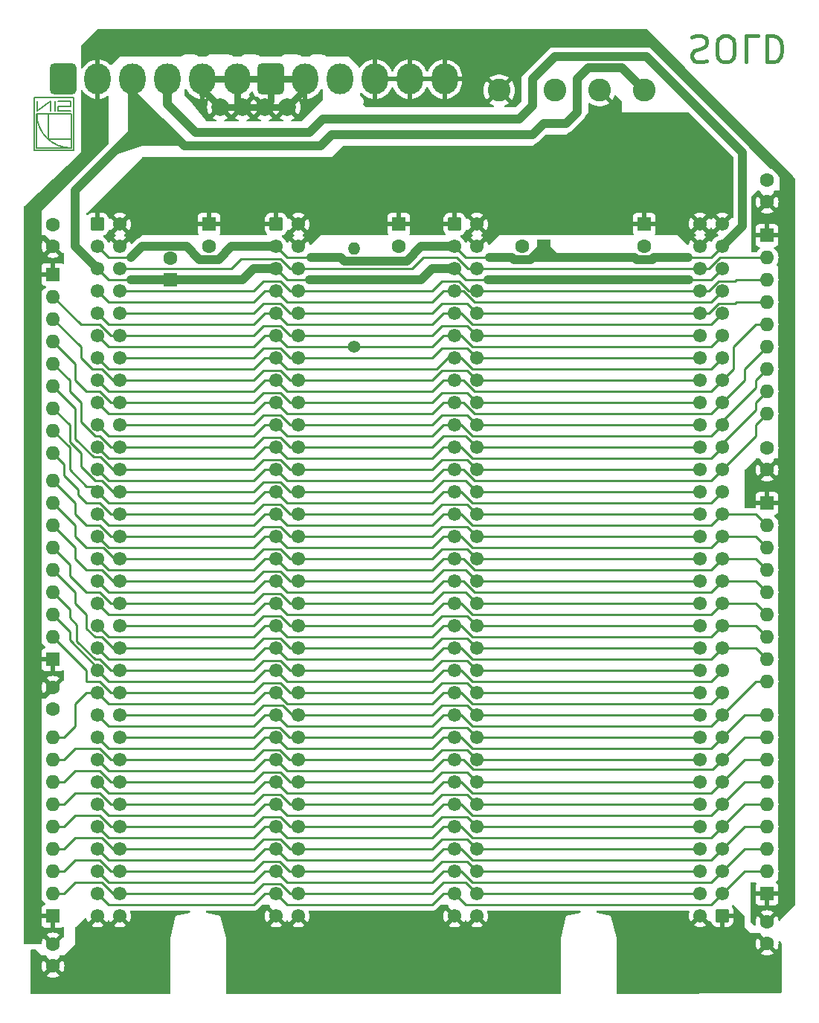
<source format=gbr>
%TF.GenerationSoftware,KiCad,Pcbnew,7.0.8+1*%
%TF.CreationDate,2023-11-05T23:31:33+01:00*%
%TF.ProjectId,QL_qplane,514c5f71-706c-4616-9e65-2e6b69636164,0.1*%
%TF.SameCoordinates,Original*%
%TF.FileFunction,Copper,L2,Bot*%
%TF.FilePolarity,Positive*%
%FSLAX46Y46*%
G04 Gerber Fmt 4.6, Leading zero omitted, Abs format (unit mm)*
G04 Created by KiCad (PCBNEW 7.0.8+1) date 2023-11-05 23:31:33*
%MOMM*%
%LPD*%
G01*
G04 APERTURE LIST*
G04 Aperture macros list*
%AMRoundRect*
0 Rectangle with rounded corners*
0 $1 Rounding radius*
0 $2 $3 $4 $5 $6 $7 $8 $9 X,Y pos of 4 corners*
0 Add a 4 corners polygon primitive as box body*
4,1,4,$2,$3,$4,$5,$6,$7,$8,$9,$2,$3,0*
0 Add four circle primitives for the rounded corners*
1,1,$1+$1,$2,$3*
1,1,$1+$1,$4,$5*
1,1,$1+$1,$6,$7*
1,1,$1+$1,$8,$9*
0 Add four rect primitives between the rounded corners*
20,1,$1+$1,$2,$3,$4,$5,0*
20,1,$1+$1,$4,$5,$6,$7,0*
20,1,$1+$1,$6,$7,$8,$9,0*
20,1,$1+$1,$8,$9,$2,$3,0*%
G04 Aperture macros list end*
%TA.AperFunction,NonConductor*%
%ADD10C,0.200000*%
%TD*%
%ADD11C,0.400000*%
%TA.AperFunction,NonConductor*%
%ADD12C,0.400000*%
%TD*%
%TA.AperFunction,ComponentPad*%
%ADD13RoundRect,0.431034X-1.068966X-1.318966X1.068966X-1.318966X1.068966X1.318966X-1.068966X1.318966X0*%
%TD*%
%TA.AperFunction,ComponentPad*%
%ADD14O,3.000000X3.500000*%
%TD*%
%TA.AperFunction,ComponentPad*%
%ADD15R,1.600000X1.600000*%
%TD*%
%TA.AperFunction,ComponentPad*%
%ADD16O,1.600000X1.600000*%
%TD*%
%TA.AperFunction,ComponentPad*%
%ADD17C,2.600000*%
%TD*%
%TA.AperFunction,ComponentPad*%
%ADD18C,1.600000*%
%TD*%
%TA.AperFunction,ComponentPad*%
%ADD19RoundRect,0.249999X-0.525001X-0.525001X0.525001X-0.525001X0.525001X0.525001X-0.525001X0.525001X0*%
%TD*%
%TA.AperFunction,ComponentPad*%
%ADD20C,1.550000*%
%TD*%
%TA.AperFunction,ComponentPad*%
%ADD21RoundRect,0.249999X0.525001X0.525001X-0.525001X0.525001X-0.525001X-0.525001X0.525001X-0.525001X0*%
%TD*%
%TA.AperFunction,ComponentPad*%
%ADD22C,2.000000*%
%TD*%
%TA.AperFunction,ComponentPad*%
%ADD23C,1.400000*%
%TD*%
%TA.AperFunction,ComponentPad*%
%ADD24O,1.400000X1.400000*%
%TD*%
%TA.AperFunction,Conductor*%
%ADD25C,0.250000*%
%TD*%
%TA.AperFunction,Conductor*%
%ADD26C,1.000000*%
%TD*%
%TA.AperFunction,Conductor*%
%ADD27C,0.750000*%
%TD*%
G04 APERTURE END LIST*
D10*
X80524100Y-48475900D02*
X76079100Y-48475900D01*
X80524100Y-54444900D02*
X80524100Y-48475900D01*
X78796900Y-49999900D02*
X78796900Y-49441100D01*
X78415900Y-49974500D02*
X78415900Y-48856900D01*
X80270100Y-54190900D02*
X76358500Y-54190900D01*
X77958700Y-48831500D02*
X76409300Y-49974500D01*
X76358500Y-50304618D02*
X80270100Y-50304618D01*
X76079100Y-48475900D02*
X76079100Y-54444900D01*
X80244700Y-49999900D02*
X78796900Y-49999900D01*
X77958700Y-49974500D02*
X77958700Y-48831500D01*
X76079100Y-54444900D02*
X80524100Y-54444900D01*
X77679300Y-50304700D02*
X77679300Y-53200300D01*
X80244700Y-49441100D02*
X80244700Y-48856900D01*
X80244700Y-48856900D02*
X78796900Y-48856900D01*
X78796900Y-49441100D02*
X80244700Y-49441100D01*
X80270100Y-54190900D02*
X80270100Y-50304618D01*
X77679300Y-53200300D02*
X80244700Y-53200300D01*
X76409300Y-49974500D02*
X76409300Y-48831500D01*
X76358500Y-54190900D02*
X76358500Y-50304618D01*
X76358483Y-50304618D02*
G75*
G03*
X80270100Y-54190900I3911617J25418D01*
G01*
D11*
D12*
X150916585Y-41551800D02*
X151345157Y-41408942D01*
X151345157Y-41408942D02*
X152059442Y-41408942D01*
X152059442Y-41408942D02*
X152345157Y-41551800D01*
X152345157Y-41551800D02*
X152488014Y-41694657D01*
X152488014Y-41694657D02*
X152630871Y-41980371D01*
X152630871Y-41980371D02*
X152630871Y-42266085D01*
X152630871Y-42266085D02*
X152488014Y-42551800D01*
X152488014Y-42551800D02*
X152345157Y-42694657D01*
X152345157Y-42694657D02*
X152059442Y-42837514D01*
X152059442Y-42837514D02*
X151488014Y-42980371D01*
X151488014Y-42980371D02*
X151202299Y-43123228D01*
X151202299Y-43123228D02*
X151059442Y-43266085D01*
X151059442Y-43266085D02*
X150916585Y-43551800D01*
X150916585Y-43551800D02*
X150916585Y-43837514D01*
X150916585Y-43837514D02*
X151059442Y-44123228D01*
X151059442Y-44123228D02*
X151202299Y-44266085D01*
X151202299Y-44266085D02*
X151488014Y-44408942D01*
X151488014Y-44408942D02*
X152202299Y-44408942D01*
X152202299Y-44408942D02*
X152630871Y-44266085D01*
X154488014Y-44408942D02*
X155059442Y-44408942D01*
X155059442Y-44408942D02*
X155345157Y-44266085D01*
X155345157Y-44266085D02*
X155630871Y-43980371D01*
X155630871Y-43980371D02*
X155773728Y-43408942D01*
X155773728Y-43408942D02*
X155773728Y-42408942D01*
X155773728Y-42408942D02*
X155630871Y-41837514D01*
X155630871Y-41837514D02*
X155345157Y-41551800D01*
X155345157Y-41551800D02*
X155059442Y-41408942D01*
X155059442Y-41408942D02*
X154488014Y-41408942D01*
X154488014Y-41408942D02*
X154202300Y-41551800D01*
X154202300Y-41551800D02*
X153916585Y-41837514D01*
X153916585Y-41837514D02*
X153773728Y-42408942D01*
X153773728Y-42408942D02*
X153773728Y-43408942D01*
X153773728Y-43408942D02*
X153916585Y-43980371D01*
X153916585Y-43980371D02*
X154202300Y-44266085D01*
X154202300Y-44266085D02*
X154488014Y-44408942D01*
X158488014Y-41408942D02*
X157059442Y-41408942D01*
X157059442Y-41408942D02*
X157059442Y-44408942D01*
X159488013Y-41408942D02*
X159488013Y-44408942D01*
X159488013Y-44408942D02*
X160202299Y-44408942D01*
X160202299Y-44408942D02*
X160630870Y-44266085D01*
X160630870Y-44266085D02*
X160916585Y-43980371D01*
X160916585Y-43980371D02*
X161059442Y-43694657D01*
X161059442Y-43694657D02*
X161202299Y-43123228D01*
X161202299Y-43123228D02*
X161202299Y-42694657D01*
X161202299Y-42694657D02*
X161059442Y-42123228D01*
X161059442Y-42123228D02*
X160916585Y-41837514D01*
X160916585Y-41837514D02*
X160630870Y-41551800D01*
X160630870Y-41551800D02*
X160202299Y-41408942D01*
X160202299Y-41408942D02*
X159488013Y-41408942D01*
D13*
%TO.P,P8,1,Pin_1*%
%TO.N,/POWER_GOOD*%
X79343000Y-46355000D03*
D14*
%TO.P,P8,2,Pin_2*%
%TO.N,+5V*%
X83305400Y-46355000D03*
%TO.P,P8,3,Pin_3*%
%TO.N,+12V*%
X87267800Y-46355000D03*
%TO.P,P8,4,Pin_4*%
%TO.N,-12V*%
X91230200Y-46355000D03*
%TO.P,P8,5,Pin_5*%
%TO.N,GND*%
X95192600Y-46355000D03*
%TO.P,P8,6,Pin_6*%
X99155000Y-46355000D03*
%TD*%
D13*
%TO.P,P9,1,Pin_1*%
%TO.N,GND*%
X102965000Y-46355000D03*
D14*
%TO.P,P9,2,Pin_2*%
X106927400Y-46355000D03*
%TO.P,P9,3,Pin_3*%
%TO.N,-5V*%
X110889800Y-46355000D03*
%TO.P,P9,4,Pin_4*%
%TO.N,+5V*%
X114852200Y-46355000D03*
%TO.P,P9,5,Pin_5*%
X118814600Y-46355000D03*
%TO.P,P9,6,Pin_6*%
X122777000Y-46355000D03*
%TD*%
D15*
%TO.P,RN3,1,common*%
%TO.N,+5V*%
X78200000Y-141605000D03*
D16*
%TO.P,RN3,2,R1*%
%TO.N,/D2*%
X78200000Y-139065000D03*
%TO.P,RN3,3,R2*%
%TO.N,/D1*%
X78200000Y-136525000D03*
%TO.P,RN3,4,R3*%
%TO.N,/D0*%
X78200000Y-133985000D03*
%TO.P,RN3,5,R4*%
%TO.N,/AS*%
X78200000Y-131445000D03*
%TO.P,RN3,6,R5*%
%TO.N,/DS*%
X78200000Y-128905000D03*
%TO.P,RN3,7,R6*%
%TO.N,/RW*%
X78200000Y-126365000D03*
%TO.P,RN3,8,R7*%
%TO.N,/DTACK*%
X78200000Y-123825000D03*
%TO.P,RN3,9,R8*%
%TO.N,/CLKCPU*%
X78200000Y-121285000D03*
%TD*%
D17*
%TO.P,J6,1,Pin_1*%
%TO.N,+9V*%
X140430000Y-47625000D03*
%TD*%
D15*
%TO.P,C8,1*%
%TO.N,+9V*%
X145510000Y-62865000D03*
D18*
%TO.P,C8,2*%
%TO.N,GND*%
X145510000Y-65365000D03*
%TD*%
D15*
%TO.P,RN4,1,common*%
%TO.N,+5V*%
X159480000Y-64135000D03*
D16*
%TO.P,RN4,2,R1*%
%TO.N,/EXTINT*%
X159480000Y-66675000D03*
%TO.P,RN4,3,R2*%
%TO.N,/IPL1*%
X159480000Y-69215000D03*
%TO.P,RN4,4,R3*%
%TO.N,/BERR*%
X159480000Y-71755000D03*
%TO.P,RN4,5,R4*%
%TO.N,/DBG*%
X159480000Y-74295000D03*
%TO.P,RN4,6,R5*%
%TO.N,/A3*%
X159480000Y-76835000D03*
%TO.P,RN4,7,R6*%
%TO.N,/A4*%
X159480000Y-79375000D03*
%TO.P,RN4,8,R7*%
%TO.N,/A5*%
X159480000Y-81915000D03*
%TO.P,RN4,9,R8*%
%TO.N,/A6*%
X159480000Y-84455000D03*
%TD*%
D18*
%TO.P,C10,1*%
%TO.N,GND*%
X78200000Y-118070000D03*
%TO.P,C10,2*%
%TO.N,+5V*%
X78200000Y-115570000D03*
%TD*%
D17*
%TO.P,J8,1,Pin_1*%
%TO.N,unconnected-(J8-Pin_1-Pad1)*%
X135350000Y-47625000D03*
%TD*%
D19*
%TO.P,J1,a1,Vin*%
%TO.N,+9V*%
X83280000Y-62865000D03*
D20*
%TO.P,J1,a2,-12V*%
%TO.N,-12V*%
X83280000Y-65405000D03*
%TO.P,J1,a3,+12V*%
%TO.N,+12V*%
X83280000Y-67945000D03*
%TO.P,J1,a4,SP0*%
%TO.N,/SP0*%
X83280000Y-70485000D03*
%TO.P,J1,a5,SP1*%
%TO.N,/SP1*%
X83280000Y-73025000D03*
%TO.P,J1,a6,~{DSMC}*%
%TO.N,/DSMC*%
X83280000Y-75565000D03*
%TO.P,J1,a7,SP2*%
%TO.N,/SP2*%
X83280000Y-78105000D03*
%TO.P,J1,a8,~{DBG}*%
%TO.N,/DBG*%
X83280000Y-80645000D03*
%TO.P,J1,a9,A3*%
%TO.N,/A3*%
X83280000Y-83185000D03*
%TO.P,J1,a10,A4*%
%TO.N,/A4*%
X83280000Y-85725000D03*
%TO.P,J1,a11,A5*%
%TO.N,/A5*%
X83280000Y-88265000D03*
%TO.P,J1,a12,A6*%
%TO.N,/A6*%
X83280000Y-90805000D03*
%TO.P,J1,a13,A7*%
%TO.N,/A7*%
X83280000Y-93345000D03*
%TO.P,J1,a14,A8*%
%TO.N,/A8*%
X83280000Y-95885000D03*
%TO.P,J1,a15,A9*%
%TO.N,/A9*%
X83280000Y-98425000D03*
%TO.P,J1,a16,A10*%
%TO.N,/A10*%
X83280000Y-100965000D03*
%TO.P,J1,a17,A11*%
%TO.N,/A11*%
X83280000Y-103505000D03*
%TO.P,J1,a18,A12*%
%TO.N,/A12*%
X83280000Y-106045000D03*
%TO.P,J1,a19,A13*%
%TO.N,/A13*%
X83280000Y-108585000D03*
%TO.P,J1,a20,A14*%
%TO.N,/A14*%
X83280000Y-111125000D03*
%TO.P,J1,a21,RED*%
%TO.N,/RED*%
X83280000Y-113665000D03*
%TO.P,J1,a22,CLKCPU*%
%TO.N,/CLKCPU*%
X83280000Y-116205000D03*
%TO.P,J1,a23,A16*%
%TO.N,/A16*%
X83280000Y-118745000D03*
%TO.P,J1,a24,A17*%
%TO.N,/A17*%
X83280000Y-121285000D03*
%TO.P,J1,a25,A18*%
%TO.N,/A18*%
X83280000Y-123825000D03*
%TO.P,J1,a26,A19*%
%TO.N,/A19*%
X83280000Y-126365000D03*
%TO.P,J1,a27,D7*%
%TO.N,/D7*%
X83280000Y-128905000D03*
%TO.P,J1,a28,D6*%
%TO.N,/D6*%
X83280000Y-131445000D03*
%TO.P,J1,a29,D5*%
%TO.N,/D5*%
X83280000Y-133985000D03*
%TO.P,J1,a30,D4*%
%TO.N,/D4*%
X83280000Y-136525000D03*
%TO.P,J1,a31,D3*%
%TO.N,/D3*%
X83280000Y-139065000D03*
%TO.P,J1,a32,GND*%
%TO.N,GND*%
X83280000Y-141605000D03*
%TO.P,J1,b1,Vin*%
%TO.N,+9V*%
X85820000Y-62865000D03*
%TO.P,J1,b2,Vin*%
X85820000Y-65405000D03*
%TO.P,J1,b3,~{EXTINT}*%
%TO.N,/EXTINT*%
X85820000Y-67945000D03*
%TO.P,J1,b4,~{IPL1}*%
%TO.N,/IPL1*%
X85820000Y-70485000D03*
%TO.P,J1,b5,~{BERR}*%
%TO.N,/BERR*%
X85820000Y-73025000D03*
%TO.P,J1,b6,~{IPLO}*%
%TO.N,/IPL0*%
X85820000Y-75565000D03*
%TO.P,J1,b7,SP3*%
%TO.N,/SP3*%
X85820000Y-78105000D03*
%TO.P,J1,b8,A2*%
%TO.N,/A2*%
X85820000Y-80645000D03*
%TO.P,J1,b9,G9*%
%TO.N,/A1*%
X85820000Y-83185000D03*
%TO.P,J1,b10,ROMOEH*%
%TO.N,/ROMOE*%
X85820000Y-85725000D03*
%TO.P,J1,b11,A0*%
%TO.N,/A0*%
X85820000Y-88265000D03*
%TO.P,J1,b12,FC0*%
%TO.N,/FC0*%
X85820000Y-90805000D03*
%TO.P,J1,b13,FC1*%
%TO.N,/FC1*%
X85820000Y-93345000D03*
%TO.P,J1,b14,FC2*%
%TO.N,/FC2*%
X85820000Y-95885000D03*
%TO.P,J1,b15,BLUE*%
%TO.N,/BLUE*%
X85820000Y-98425000D03*
%TO.P,J1,b16,GREEN*%
%TO.N,/GREEN*%
X85820000Y-100965000D03*
%TO.P,J1,b17,~{VPA}*%
%TO.N,/VPA*%
X85820000Y-103505000D03*
%TO.P,J1,b18,VSYNCH*%
%TO.N,/VSYNC*%
X85820000Y-106045000D03*
%TO.P,J1,b19,E*%
%TO.N,/E*%
X85820000Y-108585000D03*
%TO.P,J1,b20,~{CSYNC}*%
%TO.N,/CSYNC*%
X85820000Y-111125000D03*
%TO.P,J1,b21,~{RESETCPU}*%
%TO.N,/RESET*%
X85820000Y-113665000D03*
%TO.P,J1,b22,A15*%
%TO.N,/A15*%
X85820000Y-116205000D03*
%TO.P,J1,b23,~{BR}*%
%TO.N,/BR*%
X85820000Y-118745000D03*
%TO.P,J1,b24,~{BG}*%
%TO.N,/BG*%
X85820000Y-121285000D03*
%TO.P,J1,b25,~{DTACK}*%
%TO.N,/DTACK*%
X85820000Y-123825000D03*
%TO.P,J1,b26,~{DRW}*%
%TO.N,/RW*%
X85820000Y-126365000D03*
%TO.P,J1,b27,~{DS}*%
%TO.N,/DS*%
X85820000Y-128905000D03*
%TO.P,J1,b28,~{AS}*%
%TO.N,/AS*%
X85820000Y-131445000D03*
%TO.P,J1,b29,D0*%
%TO.N,/D0*%
X85820000Y-133985000D03*
%TO.P,J1,b30,D1*%
%TO.N,/D1*%
X85820000Y-136525000D03*
%TO.P,J1,b31,D2*%
%TO.N,/D2*%
X85820000Y-139065000D03*
%TO.P,J1,b32,GND*%
%TO.N,GND*%
X85820000Y-141605000D03*
%TD*%
D17*
%TO.P,J5,1,Pin_1*%
%TO.N,+5V*%
X129000000Y-47625000D03*
%TD*%
D18*
%TO.P,C7,1*%
%TO.N,+5V*%
X159480000Y-142240000D03*
%TO.P,C7,2*%
%TO.N,GND*%
X159480000Y-144740000D03*
%TD*%
%TO.P,C9,1*%
%TO.N,GND*%
X78200000Y-62885000D03*
%TO.P,C9,2*%
%TO.N,+5V*%
X78200000Y-65385000D03*
%TD*%
D21*
%TO.P,J4,a1,Vin*%
%TO.N,GND*%
X154400000Y-141554200D03*
D20*
%TO.P,J4,a2,-12V*%
%TO.N,/D3*%
X154400000Y-139014200D03*
%TO.P,J4,a3,+12V*%
%TO.N,/D4*%
X154400000Y-136474200D03*
%TO.P,J4,a4,SP0*%
%TO.N,/D5*%
X154400000Y-133934200D03*
%TO.P,J4,a5,SP1*%
%TO.N,/D6*%
X154400000Y-131394200D03*
%TO.P,J4,a6,~{DSMC}*%
%TO.N,/D7*%
X154400000Y-128854200D03*
%TO.P,J4,a7,SP2*%
%TO.N,/A19*%
X154400000Y-126314200D03*
%TO.P,J4,a8,~{DBG}*%
%TO.N,/A18*%
X154400000Y-123774200D03*
%TO.P,J4,a9,A3*%
%TO.N,/A17*%
X154400000Y-121234200D03*
%TO.P,J4,a10,A4*%
%TO.N,/A16*%
X154400000Y-118694200D03*
%TO.P,J4,a11,A5*%
%TO.N,/CLKCPU*%
X154400000Y-116154200D03*
%TO.P,J4,a12,A6*%
%TO.N,/RED*%
X154400000Y-113614200D03*
%TO.P,J4,a13,A7*%
%TO.N,/A14*%
X154400000Y-111074200D03*
%TO.P,J4,a14,A8*%
%TO.N,/A13*%
X154400000Y-108534200D03*
%TO.P,J4,a15,A9*%
%TO.N,/A12*%
X154400000Y-105994200D03*
%TO.P,J4,a16,A10*%
%TO.N,/A11*%
X154400000Y-103454200D03*
%TO.P,J4,a17,A11*%
%TO.N,/A10*%
X154400000Y-100914200D03*
%TO.P,J4,a18,A12*%
%TO.N,/A9*%
X154400000Y-98374200D03*
%TO.P,J4,a19,A13*%
%TO.N,/A8*%
X154400000Y-95834200D03*
%TO.P,J4,a20,A14*%
%TO.N,/A7*%
X154400000Y-93294200D03*
%TO.P,J4,a21,RED*%
%TO.N,/A6*%
X154400000Y-90754200D03*
%TO.P,J4,a22,CLKCPU*%
%TO.N,/A5*%
X154400000Y-88214200D03*
%TO.P,J4,a23,A16*%
%TO.N,/A4*%
X154400000Y-85674200D03*
%TO.P,J4,a24,A17*%
%TO.N,/A3*%
X154400000Y-83134200D03*
%TO.P,J4,a25,A18*%
%TO.N,/DBG*%
X154400000Y-80594200D03*
%TO.P,J4,a26,A19*%
%TO.N,/SP2*%
X154400000Y-78054200D03*
%TO.P,J4,a27,D7*%
%TO.N,/DSMC*%
X154400000Y-75514200D03*
%TO.P,J4,a28,D6*%
%TO.N,/SP1*%
X154400000Y-72974200D03*
%TO.P,J4,a29,D5*%
%TO.N,/SP0*%
X154400000Y-70434200D03*
%TO.P,J4,a30,D4*%
%TO.N,+12V*%
X154400000Y-67894200D03*
%TO.P,J4,a31,D3*%
%TO.N,-12V*%
X154400000Y-65354200D03*
%TO.P,J4,a32,GND*%
%TO.N,+9V*%
X154400000Y-62814200D03*
%TO.P,J4,b1,Vin*%
%TO.N,GND*%
X151860000Y-141554200D03*
%TO.P,J4,b2,Vin*%
%TO.N,/D2*%
X151860000Y-139014200D03*
%TO.P,J4,b3,~{EXTINT}*%
%TO.N,/D1*%
X151860000Y-136474200D03*
%TO.P,J4,b4,~{IPL1}*%
%TO.N,/D0*%
X151860000Y-133934200D03*
%TO.P,J4,b5,~{BERR}*%
%TO.N,/AS*%
X151860000Y-131394200D03*
%TO.P,J4,b6,~{IPLO}*%
%TO.N,/DS*%
X151860000Y-128854200D03*
%TO.P,J4,b7,SP3*%
%TO.N,/RW*%
X151860000Y-126314200D03*
%TO.P,J4,b8,A2*%
%TO.N,/DTACK*%
X151860000Y-123774200D03*
%TO.P,J4,b9,G9*%
%TO.N,/BG*%
X151860000Y-121234200D03*
%TO.P,J4,b10,ROMOEH*%
%TO.N,/BR*%
X151860000Y-118694200D03*
%TO.P,J4,b11,A0*%
%TO.N,/A15*%
X151860000Y-116154200D03*
%TO.P,J4,b12,FC0*%
%TO.N,/RESET*%
X151860000Y-113614200D03*
%TO.P,J4,b13,FC1*%
%TO.N,/CSYNC*%
X151860000Y-111074200D03*
%TO.P,J4,b14,FC2*%
%TO.N,/E*%
X151860000Y-108534200D03*
%TO.P,J4,b15,BLUE*%
%TO.N,/VSYNC*%
X151860000Y-105994200D03*
%TO.P,J4,b16,GREEN*%
%TO.N,/VPA*%
X151860000Y-103454200D03*
%TO.P,J4,b17,~{VPA}*%
%TO.N,/GREEN*%
X151860000Y-100914200D03*
%TO.P,J4,b18,VSYNCH*%
%TO.N,/BLUE*%
X151860000Y-98374200D03*
%TO.P,J4,b19,E*%
%TO.N,/FC2*%
X151860000Y-95834200D03*
%TO.P,J4,b20,~{CSYNC}*%
%TO.N,/FC1*%
X151860000Y-93294200D03*
%TO.P,J4,b21,~{RESETCPU}*%
%TO.N,/FC0*%
X151860000Y-90754200D03*
%TO.P,J4,b22,A15*%
%TO.N,/A0*%
X151860000Y-88214200D03*
%TO.P,J4,b23,~{BR}*%
%TO.N,/ROMOE*%
X151860000Y-85674200D03*
%TO.P,J4,b24,~{BG}*%
%TO.N,/A1*%
X151860000Y-83134200D03*
%TO.P,J4,b25,~{DTACK}*%
%TO.N,/A2*%
X151860000Y-80594200D03*
%TO.P,J4,b26,~{DRW}*%
%TO.N,/SP3*%
X151860000Y-78054200D03*
%TO.P,J4,b27,~{DS}*%
%TO.N,/IPL0*%
X151860000Y-75514200D03*
%TO.P,J4,b28,~{AS}*%
%TO.N,/BERR*%
X151860000Y-72974200D03*
%TO.P,J4,b29,D0*%
%TO.N,/IPL1*%
X151860000Y-70434200D03*
%TO.P,J4,b30,D1*%
%TO.N,/EXTINT*%
X151860000Y-67894200D03*
%TO.P,J4,b31,D2*%
%TO.N,+9V*%
X151860000Y-65354200D03*
%TO.P,J4,b32,GND*%
X151860000Y-62814200D03*
%TD*%
D15*
%TO.P,RN2,1,common*%
%TO.N,+5V*%
X78200000Y-112395000D03*
D16*
%TO.P,RN2,2,R1*%
%TO.N,/A15*%
X78200000Y-109855000D03*
%TO.P,RN2,3,R2*%
%TO.N,/RED*%
X78200000Y-107315000D03*
%TO.P,RN2,4,R3*%
%TO.N,/RESET*%
X78200000Y-104775000D03*
%TO.P,RN2,5,R4*%
%TO.N,/CSYNC*%
X78200000Y-102235000D03*
%TO.P,RN2,6,R5*%
%TO.N,/VSYNC*%
X78200000Y-99695000D03*
%TO.P,RN2,7,R6*%
%TO.N,/VPA*%
X78200000Y-97155000D03*
%TO.P,RN2,8,R7*%
%TO.N,/GREEN*%
X78200000Y-94615000D03*
%TO.P,RN2,9,R8*%
%TO.N,/BLUE*%
X78200000Y-92075000D03*
%TD*%
D15*
%TO.P,RN1,1,common*%
%TO.N,+5V*%
X78200000Y-68580000D03*
D16*
%TO.P,RN1,2,R1*%
%TO.N,/IPL0*%
X78200000Y-71120000D03*
%TO.P,RN1,3,R2*%
%TO.N,/A2*%
X78200000Y-73660000D03*
%TO.P,RN1,4,R3*%
%TO.N,/A1*%
X78200000Y-76200000D03*
%TO.P,RN1,5,R4*%
%TO.N,/A0*%
X78200000Y-78740000D03*
%TO.P,RN1,6,R5*%
%TO.N,/FC0*%
X78200000Y-81280000D03*
%TO.P,RN1,7,R6*%
%TO.N,/FC1*%
X78200000Y-83820000D03*
%TO.P,RN1,8,R7*%
%TO.N,/A7*%
X78200000Y-86360000D03*
%TO.P,RN1,9,R8*%
%TO.N,/FC2*%
X78200000Y-88900000D03*
%TD*%
D19*
%TO.P,J3,a1,Vin*%
%TO.N,+9V*%
X123920000Y-62865000D03*
D20*
%TO.P,J3,a2,-12V*%
%TO.N,-12V*%
X123920000Y-65405000D03*
%TO.P,J3,a3,+12V*%
%TO.N,+12V*%
X123920000Y-67945000D03*
%TO.P,J3,a4,SP0*%
%TO.N,/SP0*%
X123920000Y-70485000D03*
%TO.P,J3,a5,SP1*%
%TO.N,/SP1*%
X123920000Y-73025000D03*
%TO.P,J3,a6,~{DSMC}*%
%TO.N,/DSMC*%
X123920000Y-75565000D03*
%TO.P,J3,a7,SP2*%
%TO.N,/SP2*%
X123920000Y-78105000D03*
%TO.P,J3,a8,~{DBG}*%
%TO.N,/DBG*%
X123920000Y-80645000D03*
%TO.P,J3,a9,A3*%
%TO.N,/A3*%
X123920000Y-83185000D03*
%TO.P,J3,a10,A4*%
%TO.N,/A4*%
X123920000Y-85725000D03*
%TO.P,J3,a11,A5*%
%TO.N,/A5*%
X123920000Y-88265000D03*
%TO.P,J3,a12,A6*%
%TO.N,/A6*%
X123920000Y-90805000D03*
%TO.P,J3,a13,A7*%
%TO.N,/A7*%
X123920000Y-93345000D03*
%TO.P,J3,a14,A8*%
%TO.N,/A8*%
X123920000Y-95885000D03*
%TO.P,J3,a15,A9*%
%TO.N,/A9*%
X123920000Y-98425000D03*
%TO.P,J3,a16,A10*%
%TO.N,/A10*%
X123920000Y-100965000D03*
%TO.P,J3,a17,A11*%
%TO.N,/A11*%
X123920000Y-103505000D03*
%TO.P,J3,a18,A12*%
%TO.N,/A12*%
X123920000Y-106045000D03*
%TO.P,J3,a19,A13*%
%TO.N,/A13*%
X123920000Y-108585000D03*
%TO.P,J3,a20,A14*%
%TO.N,/A14*%
X123920000Y-111125000D03*
%TO.P,J3,a21,RED*%
%TO.N,/RED*%
X123920000Y-113665000D03*
%TO.P,J3,a22,CLKCPU*%
%TO.N,/CLKCPU*%
X123920000Y-116205000D03*
%TO.P,J3,a23,A16*%
%TO.N,/A16*%
X123920000Y-118745000D03*
%TO.P,J3,a24,A17*%
%TO.N,/A17*%
X123920000Y-121285000D03*
%TO.P,J3,a25,A18*%
%TO.N,/A18*%
X123920000Y-123825000D03*
%TO.P,J3,a26,A19*%
%TO.N,/A19*%
X123920000Y-126365000D03*
%TO.P,J3,a27,D7*%
%TO.N,/D7*%
X123920000Y-128905000D03*
%TO.P,J3,a28,D6*%
%TO.N,/D6*%
X123920000Y-131445000D03*
%TO.P,J3,a29,D5*%
%TO.N,/D5*%
X123920000Y-133985000D03*
%TO.P,J3,a30,D4*%
%TO.N,/D4*%
X123920000Y-136525000D03*
%TO.P,J3,a31,D3*%
%TO.N,/D3*%
X123920000Y-139065000D03*
%TO.P,J3,a32,GND*%
%TO.N,GND*%
X123920000Y-141605000D03*
%TO.P,J3,b1,Vin*%
%TO.N,+9V*%
X126460000Y-62865000D03*
%TO.P,J3,b2,Vin*%
X126460000Y-65405000D03*
%TO.P,J3,b3,~{EXTINT}*%
%TO.N,/EXTINT*%
X126460000Y-67945000D03*
%TO.P,J3,b4,~{IPL1}*%
%TO.N,/IPL1*%
X126460000Y-70485000D03*
%TO.P,J3,b5,~{BERR}*%
%TO.N,/BERR*%
X126460000Y-73025000D03*
%TO.P,J3,b6,~{IPLO}*%
%TO.N,/IPL0*%
X126460000Y-75565000D03*
%TO.P,J3,b7,SP3*%
%TO.N,/SP3*%
X126460000Y-78105000D03*
%TO.P,J3,b8,A2*%
%TO.N,/A2*%
X126460000Y-80645000D03*
%TO.P,J3,b9,G9*%
%TO.N,/A1*%
X126460000Y-83185000D03*
%TO.P,J3,b10,ROMOEH*%
%TO.N,/ROMOE*%
X126460000Y-85725000D03*
%TO.P,J3,b11,A0*%
%TO.N,/A0*%
X126460000Y-88265000D03*
%TO.P,J3,b12,FC0*%
%TO.N,/FC0*%
X126460000Y-90805000D03*
%TO.P,J3,b13,FC1*%
%TO.N,/FC1*%
X126460000Y-93345000D03*
%TO.P,J3,b14,FC2*%
%TO.N,/FC2*%
X126460000Y-95885000D03*
%TO.P,J3,b15,BLUE*%
%TO.N,/BLUE*%
X126460000Y-98425000D03*
%TO.P,J3,b16,GREEN*%
%TO.N,/GREEN*%
X126460000Y-100965000D03*
%TO.P,J3,b17,~{VPA}*%
%TO.N,/VPA*%
X126460000Y-103505000D03*
%TO.P,J3,b18,VSYNCH*%
%TO.N,/VSYNC*%
X126460000Y-106045000D03*
%TO.P,J3,b19,E*%
%TO.N,/E*%
X126460000Y-108585000D03*
%TO.P,J3,b20,~{CSYNC}*%
%TO.N,/CSYNC*%
X126460000Y-111125000D03*
%TO.P,J3,b21,~{RESETCPU}*%
%TO.N,/RESET*%
X126460000Y-113665000D03*
%TO.P,J3,b22,A15*%
%TO.N,/A15*%
X126460000Y-116205000D03*
%TO.P,J3,b23,~{BR}*%
%TO.N,/BR*%
X126460000Y-118745000D03*
%TO.P,J3,b24,~{BG}*%
%TO.N,/BG*%
X126460000Y-121285000D03*
%TO.P,J3,b25,~{DTACK}*%
%TO.N,/DTACK*%
X126460000Y-123825000D03*
%TO.P,J3,b26,~{DRW}*%
%TO.N,/RW*%
X126460000Y-126365000D03*
%TO.P,J3,b27,~{DS}*%
%TO.N,/DS*%
X126460000Y-128905000D03*
%TO.P,J3,b28,~{AS}*%
%TO.N,/AS*%
X126460000Y-131445000D03*
%TO.P,J3,b29,D0*%
%TO.N,/D0*%
X126460000Y-133985000D03*
%TO.P,J3,b30,D1*%
%TO.N,/D1*%
X126460000Y-136525000D03*
%TO.P,J3,b31,D2*%
%TO.N,/D2*%
X126460000Y-139065000D03*
%TO.P,J3,b32,GND*%
%TO.N,GND*%
X126460000Y-141605000D03*
%TD*%
D15*
%TO.P,C3,1*%
%TO.N,+9V*%
X95980000Y-62865000D03*
D18*
%TO.P,C3,2*%
%TO.N,GND*%
X95980000Y-65365000D03*
%TD*%
D22*
%TO.P,J10,1,Pin_1*%
%TO.N,GND*%
X99790000Y-49530000D03*
%TD*%
D15*
%TO.P,RN6,1,common*%
%TO.N,+5V*%
X159480000Y-139065000D03*
D16*
%TO.P,RN6,2,R1*%
%TO.N,/D3*%
X159480000Y-136525000D03*
%TO.P,RN6,3,R2*%
%TO.N,/D4*%
X159480000Y-133985000D03*
%TO.P,RN6,4,R3*%
%TO.N,/D5*%
X159480000Y-131445000D03*
%TO.P,RN6,5,R4*%
%TO.N,/D6*%
X159480000Y-128905000D03*
%TO.P,RN6,6,R5*%
%TO.N,/D7*%
X159480000Y-126365000D03*
%TO.P,RN6,7,R6*%
%TO.N,/A19*%
X159480000Y-123825000D03*
%TO.P,RN6,8,R7*%
%TO.N,/A18*%
X159480000Y-121285000D03*
%TO.P,RN6,9,R8*%
%TO.N,/A17*%
X159480000Y-118745000D03*
%TD*%
D18*
%TO.P,C11,1*%
%TO.N,+5V*%
X78200000Y-144780000D03*
%TO.P,C11,2*%
%TO.N,GND*%
X78200000Y-147280000D03*
%TD*%
D23*
%TO.P,R1,1*%
%TO.N,/DSMC*%
X112490000Y-76835000D03*
D24*
%TO.P,R1,2*%
%TO.N,GND*%
X112490000Y-65659000D03*
%TD*%
D15*
%TO.P,RN5,1,common*%
%TO.N,+5V*%
X159480000Y-94615000D03*
D16*
%TO.P,RN5,2,R1*%
%TO.N,/A8*%
X159480000Y-97155000D03*
%TO.P,RN5,3,R2*%
%TO.N,/A9*%
X159480000Y-99695000D03*
%TO.P,RN5,4,R3*%
%TO.N,/A10*%
X159480000Y-102235000D03*
%TO.P,RN5,5,R4*%
%TO.N,/A11*%
X159480000Y-104775000D03*
%TO.P,RN5,6,R5*%
%TO.N,/A12*%
X159480000Y-107315000D03*
%TO.P,RN5,7,R6*%
%TO.N,/A13*%
X159480000Y-109855000D03*
%TO.P,RN5,8,R7*%
%TO.N,/A14*%
X159480000Y-112395000D03*
%TO.P,RN5,9,R8*%
%TO.N,/A16*%
X159480000Y-114935000D03*
%TD*%
D22*
%TO.P,J11,1,Pin_1*%
%TO.N,GND*%
X102330000Y-49530000D03*
%TD*%
%TO.P,J9,1,Pin_1*%
%TO.N,GND*%
X97250000Y-49530000D03*
%TD*%
D15*
%TO.P,C4,1*%
%TO.N,+9V*%
X117570000Y-62865000D03*
D18*
%TO.P,C4,2*%
%TO.N,GND*%
X117570000Y-65365000D03*
%TD*%
D19*
%TO.P,J2,a1,Vin*%
%TO.N,+9V*%
X103600000Y-62865000D03*
D20*
%TO.P,J2,a2,-12V*%
%TO.N,-12V*%
X103600000Y-65405000D03*
%TO.P,J2,a3,+12V*%
%TO.N,+12V*%
X103600000Y-67945000D03*
%TO.P,J2,a4,SP0*%
%TO.N,/SP0*%
X103600000Y-70485000D03*
%TO.P,J2,a5,SP1*%
%TO.N,/SP1*%
X103600000Y-73025000D03*
%TO.P,J2,a6,~{DSMC}*%
%TO.N,/DSMC*%
X103600000Y-75565000D03*
%TO.P,J2,a7,SP2*%
%TO.N,/SP2*%
X103600000Y-78105000D03*
%TO.P,J2,a8,~{DBG}*%
%TO.N,/DBG*%
X103600000Y-80645000D03*
%TO.P,J2,a9,A3*%
%TO.N,/A3*%
X103600000Y-83185000D03*
%TO.P,J2,a10,A4*%
%TO.N,/A4*%
X103600000Y-85725000D03*
%TO.P,J2,a11,A5*%
%TO.N,/A5*%
X103600000Y-88265000D03*
%TO.P,J2,a12,A6*%
%TO.N,/A6*%
X103600000Y-90805000D03*
%TO.P,J2,a13,A7*%
%TO.N,/A7*%
X103600000Y-93345000D03*
%TO.P,J2,a14,A8*%
%TO.N,/A8*%
X103600000Y-95885000D03*
%TO.P,J2,a15,A9*%
%TO.N,/A9*%
X103600000Y-98425000D03*
%TO.P,J2,a16,A10*%
%TO.N,/A10*%
X103600000Y-100965000D03*
%TO.P,J2,a17,A11*%
%TO.N,/A11*%
X103600000Y-103505000D03*
%TO.P,J2,a18,A12*%
%TO.N,/A12*%
X103600000Y-106045000D03*
%TO.P,J2,a19,A13*%
%TO.N,/A13*%
X103600000Y-108585000D03*
%TO.P,J2,a20,A14*%
%TO.N,/A14*%
X103600000Y-111125000D03*
%TO.P,J2,a21,RED*%
%TO.N,/RED*%
X103600000Y-113665000D03*
%TO.P,J2,a22,CLKCPU*%
%TO.N,/CLKCPU*%
X103600000Y-116205000D03*
%TO.P,J2,a23,A16*%
%TO.N,/A16*%
X103600000Y-118745000D03*
%TO.P,J2,a24,A17*%
%TO.N,/A17*%
X103600000Y-121285000D03*
%TO.P,J2,a25,A18*%
%TO.N,/A18*%
X103600000Y-123825000D03*
%TO.P,J2,a26,A19*%
%TO.N,/A19*%
X103600000Y-126365000D03*
%TO.P,J2,a27,D7*%
%TO.N,/D7*%
X103600000Y-128905000D03*
%TO.P,J2,a28,D6*%
%TO.N,/D6*%
X103600000Y-131445000D03*
%TO.P,J2,a29,D5*%
%TO.N,/D5*%
X103600000Y-133985000D03*
%TO.P,J2,a30,D4*%
%TO.N,/D4*%
X103600000Y-136525000D03*
%TO.P,J2,a31,D3*%
%TO.N,/D3*%
X103600000Y-139065000D03*
%TO.P,J2,a32,GND*%
%TO.N,GND*%
X103600000Y-141605000D03*
%TO.P,J2,b1,Vin*%
%TO.N,+9V*%
X106140000Y-62865000D03*
%TO.P,J2,b2,Vin*%
X106140000Y-65405000D03*
%TO.P,J2,b3,~{EXTINT}*%
%TO.N,/EXTINT*%
X106140000Y-67945000D03*
%TO.P,J2,b4,~{IPL1}*%
%TO.N,/IPL1*%
X106140000Y-70485000D03*
%TO.P,J2,b5,~{BERR}*%
%TO.N,/BERR*%
X106140000Y-73025000D03*
%TO.P,J2,b6,~{IPLO}*%
%TO.N,/IPL0*%
X106140000Y-75565000D03*
%TO.P,J2,b7,SP3*%
%TO.N,/SP3*%
X106140000Y-78105000D03*
%TO.P,J2,b8,A2*%
%TO.N,/A2*%
X106140000Y-80645000D03*
%TO.P,J2,b9,G9*%
%TO.N,/A1*%
X106140000Y-83185000D03*
%TO.P,J2,b10,ROMOEH*%
%TO.N,/ROMOE*%
X106140000Y-85725000D03*
%TO.P,J2,b11,A0*%
%TO.N,/A0*%
X106140000Y-88265000D03*
%TO.P,J2,b12,FC0*%
%TO.N,/FC0*%
X106140000Y-90805000D03*
%TO.P,J2,b13,FC1*%
%TO.N,/FC1*%
X106140000Y-93345000D03*
%TO.P,J2,b14,FC2*%
%TO.N,/FC2*%
X106140000Y-95885000D03*
%TO.P,J2,b15,BLUE*%
%TO.N,/BLUE*%
X106140000Y-98425000D03*
%TO.P,J2,b16,GREEN*%
%TO.N,/GREEN*%
X106140000Y-100965000D03*
%TO.P,J2,b17,~{VPA}*%
%TO.N,/VPA*%
X106140000Y-103505000D03*
%TO.P,J2,b18,VSYNCH*%
%TO.N,/VSYNC*%
X106140000Y-106045000D03*
%TO.P,J2,b19,E*%
%TO.N,/E*%
X106140000Y-108585000D03*
%TO.P,J2,b20,~{CSYNC}*%
%TO.N,/CSYNC*%
X106140000Y-111125000D03*
%TO.P,J2,b21,~{RESETCPU}*%
%TO.N,/RESET*%
X106140000Y-113665000D03*
%TO.P,J2,b22,A15*%
%TO.N,/A15*%
X106140000Y-116205000D03*
%TO.P,J2,b23,~{BR}*%
%TO.N,/BR*%
X106140000Y-118745000D03*
%TO.P,J2,b24,~{BG}*%
%TO.N,/BG*%
X106140000Y-121285000D03*
%TO.P,J2,b25,~{DTACK}*%
%TO.N,/DTACK*%
X106140000Y-123825000D03*
%TO.P,J2,b26,~{DRW}*%
%TO.N,/RW*%
X106140000Y-126365000D03*
%TO.P,J2,b27,~{DS}*%
%TO.N,/DS*%
X106140000Y-128905000D03*
%TO.P,J2,b28,~{AS}*%
%TO.N,/AS*%
X106140000Y-131445000D03*
%TO.P,J2,b29,D0*%
%TO.N,/D0*%
X106140000Y-133985000D03*
%TO.P,J2,b30,D1*%
%TO.N,/D1*%
X106140000Y-136525000D03*
%TO.P,J2,b31,D2*%
%TO.N,/D2*%
X106140000Y-139065000D03*
%TO.P,J2,b32,GND*%
%TO.N,GND*%
X106140000Y-141605000D03*
%TD*%
D15*
%TO.P,C2,1*%
%TO.N,-12V*%
X134080000Y-65405000D03*
D18*
%TO.P,C2,2*%
%TO.N,GND*%
X131580000Y-65405000D03*
%TD*%
D17*
%TO.P,J7,1,Pin_1*%
%TO.N,+12V*%
X145510000Y-47625000D03*
%TD*%
D18*
%TO.P,C6,1*%
%TO.N,+5V*%
X159480000Y-90805000D03*
%TO.P,C6,2*%
%TO.N,GND*%
X159480000Y-88305000D03*
%TD*%
D15*
%TO.P,C1,1*%
%TO.N,+12V*%
X91535000Y-69215000D03*
D18*
%TO.P,C1,2*%
%TO.N,GND*%
X91535000Y-66715000D03*
%TD*%
D22*
%TO.P,J12,1,Pin_1*%
%TO.N,GND*%
X104870000Y-49530000D03*
%TD*%
D18*
%TO.P,C5,1*%
%TO.N,+5V*%
X159480000Y-60325000D03*
%TO.P,C5,2*%
%TO.N,GND*%
X159480000Y-57825000D03*
%TD*%
D25*
%TO.N,/A8*%
X154400000Y-95834200D02*
X158159200Y-95834200D01*
X158159200Y-95834200D02*
X159480000Y-97155000D01*
%TO.N,/DBG*%
X159480000Y-74295000D02*
X158210000Y-74295000D01*
X158210000Y-74295000D02*
X155670000Y-76835000D01*
X155670000Y-79375000D02*
X153130000Y-81915000D01*
X155670000Y-76835000D02*
X155670000Y-79375000D01*
X153130000Y-81915000D02*
X126181256Y-81915000D01*
X126181256Y-81915000D02*
X124911256Y-80645000D01*
X124911256Y-80645000D02*
X123920000Y-80645000D01*
%TO.N,/A6*%
X159480000Y-84455000D02*
X158210000Y-85725000D01*
X158210000Y-85725000D02*
X158210000Y-86995000D01*
X158210000Y-86995000D02*
X153130000Y-92075000D01*
X153130000Y-92075000D02*
X126181256Y-92075000D01*
X126181256Y-92075000D02*
X124911256Y-90805000D01*
X124911256Y-90805000D02*
X123920000Y-90805000D01*
%TO.N,/A5*%
X159480000Y-81915000D02*
X158210000Y-83185000D01*
X158210000Y-83985000D02*
X154400000Y-87795000D01*
X158210000Y-83185000D02*
X158210000Y-83985000D01*
X154400000Y-88265000D02*
X153130000Y-89535000D01*
X124695000Y-88265000D02*
X123920000Y-88265000D01*
X153130000Y-89535000D02*
X125965000Y-89535000D01*
X125965000Y-89535000D02*
X124695000Y-88265000D01*
%TO.N,/A4*%
X159480000Y-79375000D02*
X158210000Y-80645000D01*
X158210000Y-80645000D02*
X158210000Y-81445000D01*
X158210000Y-81445000D02*
X154400000Y-85255000D01*
X154400000Y-85725000D02*
X153130000Y-86995000D01*
X124695000Y-85725000D02*
X123920000Y-85725000D01*
X153130000Y-86995000D02*
X125965000Y-86995000D01*
X125965000Y-86995000D02*
X124695000Y-85725000D01*
%TO.N,/A3*%
X159480000Y-76835000D02*
X156940000Y-79375000D01*
X156940000Y-79375000D02*
X156940000Y-80645000D01*
X156940000Y-80645000D02*
X153130000Y-84455000D01*
X153130000Y-84455000D02*
X126181256Y-84455000D01*
X126181256Y-84455000D02*
X124911256Y-83185000D01*
X124911256Y-83185000D02*
X123920000Y-83185000D01*
%TO.N,/BERR*%
X159480000Y-71755000D02*
X156010000Y-71755000D01*
X156010000Y-71755000D02*
X155840000Y-71925000D01*
%TO.N,/IPL1*%
X159480000Y-69215000D02*
X156010000Y-69215000D01*
X156010000Y-69215000D02*
X155840000Y-69385000D01*
%TO.N,/EXTINT*%
X154121256Y-66675000D02*
X159480000Y-66675000D01*
%TO.N,/A12*%
X123920000Y-106045000D02*
X124695000Y-106045000D01*
X124695000Y-106045000D02*
X125965000Y-107315000D01*
X154400000Y-106045000D02*
X158210000Y-106045000D01*
X125965000Y-107315000D02*
X153130000Y-107315000D01*
X153130000Y-107315000D02*
X154400000Y-106045000D01*
X158210000Y-106045000D02*
X159480000Y-107315000D01*
%TO.N,/A13*%
X123920000Y-108585000D02*
X124695000Y-108585000D01*
X124695000Y-108585000D02*
X125965000Y-109855000D01*
X125965000Y-109855000D02*
X153130000Y-109855000D01*
X153130000Y-109855000D02*
X154400000Y-108585000D01*
X154400000Y-108585000D02*
X158210000Y-108585000D01*
X158210000Y-108585000D02*
X159480000Y-109855000D01*
%TO.N,/A14*%
X123920000Y-111125000D02*
X124695000Y-111125000D01*
X124695000Y-111125000D02*
X125965000Y-112395000D01*
X125965000Y-112395000D02*
X153130000Y-112395000D01*
X153130000Y-112395000D02*
X154400000Y-111125000D01*
X154400000Y-111125000D02*
X158210000Y-111125000D01*
X158210000Y-111125000D02*
X159480000Y-112395000D01*
%TO.N,/A16*%
X123920000Y-118745000D02*
X124695000Y-118745000D01*
X124695000Y-118745000D02*
X125965000Y-120015000D01*
X125965000Y-120015000D02*
X153130000Y-120015000D01*
X153130000Y-120015000D02*
X158210000Y-114935000D01*
X158210000Y-114935000D02*
X159480000Y-114935000D01*
%TO.N,/A11*%
X123920000Y-103505000D02*
X124911256Y-103505000D01*
X124911256Y-103505000D02*
X126181256Y-104775000D01*
X126181256Y-104775000D02*
X153130000Y-104775000D01*
X153130000Y-104775000D02*
X154400000Y-103505000D01*
X154400000Y-103505000D02*
X158210000Y-103505000D01*
X158210000Y-103505000D02*
X159480000Y-104775000D01*
%TO.N,/A10*%
X154400000Y-100914200D02*
X158159200Y-100914200D01*
X158159200Y-100914200D02*
X159480000Y-102235000D01*
X123920000Y-100965000D02*
X124911256Y-100965000D01*
X124911256Y-100965000D02*
X126181256Y-102235000D01*
X126181256Y-102235000D02*
X153130000Y-102235000D01*
X153130000Y-102235000D02*
X154400000Y-100965000D01*
%TO.N,/A9*%
X123920000Y-98425000D02*
X124695000Y-98425000D01*
X124695000Y-98425000D02*
X125965000Y-99695000D01*
X125965000Y-99695000D02*
X153130000Y-99695000D01*
X153130000Y-99695000D02*
X154400000Y-98425000D01*
X154400000Y-98425000D02*
X158210000Y-98425000D01*
X158210000Y-98425000D02*
X159480000Y-99695000D01*
%TO.N,/A17*%
X123920000Y-121285000D02*
X124695000Y-121285000D01*
X124695000Y-121285000D02*
X125965000Y-122555000D01*
X125965000Y-122555000D02*
X153130000Y-122555000D01*
X153130000Y-122555000D02*
X156940000Y-118745000D01*
X156940000Y-118745000D02*
X159480000Y-118745000D01*
%TO.N,/A18*%
X123920000Y-123825000D02*
X124911256Y-123825000D01*
X124911256Y-123825000D02*
X126011256Y-124925000D01*
X126011256Y-124925000D02*
X153300000Y-124925000D01*
X153300000Y-124925000D02*
X156940000Y-121285000D01*
X156940000Y-121285000D02*
X159480000Y-121285000D01*
%TO.N,/A19*%
X123920000Y-126365000D02*
X124695000Y-126365000D01*
X124695000Y-126365000D02*
X125965000Y-127635000D01*
X125965000Y-127635000D02*
X153130000Y-127635000D01*
X153130000Y-127635000D02*
X156940000Y-123825000D01*
X156940000Y-123825000D02*
X159480000Y-123825000D01*
%TO.N,/D7*%
X123920000Y-128905000D02*
X124695000Y-128905000D01*
X124695000Y-128905000D02*
X125965000Y-130175000D01*
X125965000Y-130175000D02*
X153130000Y-130175000D01*
X153130000Y-130175000D02*
X156940000Y-126365000D01*
X156940000Y-126365000D02*
X159480000Y-126365000D01*
%TO.N,/D6*%
X123920000Y-131445000D02*
X124695000Y-131445000D01*
X124695000Y-131445000D02*
X125965000Y-132715000D01*
X125965000Y-132715000D02*
X153130000Y-132715000D01*
X153130000Y-132715000D02*
X156940000Y-128905000D01*
X156940000Y-128905000D02*
X159480000Y-128905000D01*
%TO.N,/D5*%
X123920000Y-133985000D02*
X124695000Y-133985000D01*
X124695000Y-133985000D02*
X125965000Y-135255000D01*
X125965000Y-135255000D02*
X153130000Y-135255000D01*
X153130000Y-135255000D02*
X156940000Y-131445000D01*
X156940000Y-131445000D02*
X159480000Y-131445000D01*
%TO.N,/D4*%
X123920000Y-136525000D02*
X124695000Y-136525000D01*
X124695000Y-136525000D02*
X125965000Y-137795000D01*
X125965000Y-137795000D02*
X153130000Y-137795000D01*
X153130000Y-137795000D02*
X156940000Y-133985000D01*
X156940000Y-133985000D02*
X159480000Y-133985000D01*
%TO.N,/D3*%
X123920000Y-139065000D02*
X125190000Y-140335000D01*
X125190000Y-140335000D02*
X153130000Y-140335000D01*
X153130000Y-140335000D02*
X156940000Y-136525000D01*
X156940000Y-136525000D02*
X159480000Y-136525000D01*
D26*
%TO.N,-12V*%
X154400000Y-65354200D02*
X156686000Y-63068200D01*
X156686000Y-63068200D02*
X156686000Y-54737000D01*
X94456000Y-52451000D02*
X91230200Y-49225200D01*
X156686000Y-54737000D02*
X145764000Y-43815000D01*
X145764000Y-43815000D02*
X135350000Y-43815000D01*
X135350000Y-43815000D02*
X132810000Y-46355000D01*
X132810000Y-46355000D02*
X132810000Y-49403000D01*
X132810000Y-49403000D02*
X131286000Y-50927000D01*
X131286000Y-50927000D02*
X108934000Y-50927000D01*
X108934000Y-50927000D02*
X107410000Y-52451000D01*
X107410000Y-52451000D02*
X94456000Y-52451000D01*
X91230200Y-49225200D02*
X91230200Y-46355000D01*
D27*
%TO.N,GND*%
X95192600Y-47472600D02*
X97250000Y-49530000D01*
X97250000Y-49530000D02*
X104870000Y-49530000D01*
X95192600Y-46355000D02*
X106927400Y-46355000D01*
X102965000Y-48895000D02*
X102965000Y-46355000D01*
X106927400Y-47472600D02*
X104870000Y-49530000D01*
X102330000Y-49530000D02*
X102965000Y-48895000D01*
X99790000Y-49530000D02*
X99155000Y-48895000D01*
X99155000Y-48895000D02*
X99155000Y-46355000D01*
X95192600Y-46355000D02*
X95192600Y-48107600D01*
D25*
%TO.N,/D7*%
X83280000Y-128905000D02*
X84550000Y-130175000D01*
X102330000Y-128905000D02*
X103600000Y-128905000D01*
X122650000Y-128905000D02*
X121380000Y-130175000D01*
X104870000Y-130175000D02*
X103600000Y-128905000D01*
X101060000Y-130175000D02*
X102330000Y-128905000D01*
X123920000Y-128905000D02*
X122650000Y-128905000D01*
X121380000Y-130175000D02*
X104870000Y-130175000D01*
X84550000Y-130175000D02*
X101060000Y-130175000D01*
%TO.N,/D6*%
X84550000Y-132715000D02*
X83280000Y-131445000D01*
X122650000Y-131445000D02*
X123920000Y-131445000D01*
X104870000Y-132715000D02*
X121380000Y-132715000D01*
X101060000Y-132715000D02*
X84550000Y-132715000D01*
X103600000Y-131445000D02*
X102330000Y-131445000D01*
X103600000Y-131445000D02*
X104870000Y-132715000D01*
X121380000Y-132715000D02*
X122650000Y-131445000D01*
X102330000Y-131445000D02*
X101060000Y-132715000D01*
%TO.N,/D5*%
X84550000Y-135255000D02*
X83280000Y-133985000D01*
X122650000Y-133985000D02*
X123920000Y-133985000D01*
X103600000Y-133985000D02*
X104870000Y-135255000D01*
X104870000Y-135255000D02*
X121380000Y-135255000D01*
X121380000Y-135255000D02*
X122650000Y-133985000D01*
X103600000Y-133985000D02*
X102330000Y-133985000D01*
X101060000Y-135255000D02*
X84550000Y-135255000D01*
X102330000Y-133985000D02*
X101060000Y-135255000D01*
%TO.N,/D4*%
X101060000Y-137795000D02*
X102330000Y-136525000D01*
X84550000Y-137795000D02*
X101060000Y-137795000D01*
X121380000Y-137795000D02*
X122650000Y-136525000D01*
X103600000Y-136525000D02*
X104870000Y-137795000D01*
X122650000Y-136525000D02*
X123920000Y-136525000D01*
X104870000Y-137795000D02*
X121380000Y-137795000D01*
X83280000Y-136525000D02*
X84550000Y-137795000D01*
X102330000Y-136525000D02*
X103600000Y-136525000D01*
%TO.N,/D3*%
X101060000Y-140335000D02*
X102330000Y-139065000D01*
X104870000Y-140335000D02*
X121380000Y-140335000D01*
X83280000Y-139065000D02*
X84550000Y-140335000D01*
X84550000Y-140335000D02*
X101060000Y-140335000D01*
X103600000Y-139065000D02*
X104870000Y-140335000D01*
X122650000Y-139065000D02*
X123920000Y-139065000D01*
X102330000Y-139065000D02*
X103600000Y-139065000D01*
X121380000Y-140335000D02*
X122650000Y-139065000D01*
%TO.N,/RW*%
X106140000Y-126365000D02*
X121380000Y-126365000D01*
X104108000Y-125265000D02*
X102160000Y-125265000D01*
X83558744Y-125095000D02*
X80740000Y-125095000D01*
X121380000Y-126365000D02*
X122480000Y-125265000D01*
X80740000Y-125095000D02*
X79470000Y-126365000D01*
X106140000Y-126365000D02*
X105208000Y-126365000D01*
X122480000Y-125265000D02*
X125360000Y-125265000D01*
X85820000Y-126365000D02*
X84828744Y-126365000D01*
X105208000Y-126365000D02*
X104108000Y-125265000D01*
X126460000Y-126365000D02*
X151860000Y-126365000D01*
X79470000Y-126365000D02*
X78200000Y-126365000D01*
X85820000Y-126365000D02*
X101060000Y-126365000D01*
X102160000Y-125265000D02*
X101060000Y-126365000D01*
X84828744Y-126365000D02*
X83558744Y-125095000D01*
X125360000Y-125265000D02*
X126460000Y-126365000D01*
%TO.N,/D0*%
X125360000Y-132885000D02*
X126460000Y-133985000D01*
X151860000Y-133985000D02*
X126460000Y-133985000D01*
X102160000Y-132885000D02*
X101060000Y-133985000D01*
X104108000Y-132885000D02*
X102160000Y-132885000D01*
X79470000Y-133985000D02*
X78200000Y-133985000D01*
X106140000Y-133985000D02*
X121380000Y-133985000D01*
X105208000Y-133985000D02*
X104108000Y-132885000D01*
X85820000Y-133985000D02*
X85045000Y-133985000D01*
X106140000Y-133985000D02*
X105208000Y-133985000D01*
X85045000Y-133985000D02*
X83775000Y-132715000D01*
X80740000Y-132715000D02*
X79470000Y-133985000D01*
X83775000Y-132715000D02*
X80740000Y-132715000D01*
X101060000Y-133985000D02*
X85820000Y-133985000D01*
X122480000Y-132885000D02*
X125360000Y-132885000D01*
X121380000Y-133985000D02*
X122480000Y-132885000D01*
%TO.N,/D1*%
X126460000Y-136525000D02*
X151860000Y-136525000D01*
X84828744Y-136525000D02*
X83558744Y-135255000D01*
X122480000Y-135425000D02*
X125360000Y-135425000D01*
X105148744Y-136525000D02*
X104048744Y-135425000D01*
X121380000Y-136525000D02*
X122480000Y-135425000D01*
X80740000Y-135255000D02*
X79470000Y-136525000D01*
X102160000Y-135425000D02*
X101060000Y-136525000D01*
X85820000Y-136525000D02*
X84828744Y-136525000D01*
X79470000Y-136525000D02*
X78200000Y-136525000D01*
X83558744Y-135255000D02*
X80740000Y-135255000D01*
X106140000Y-136525000D02*
X105148744Y-136525000D01*
X104048744Y-135425000D02*
X102160000Y-135425000D01*
X106140000Y-136525000D02*
X121380000Y-136525000D01*
X125360000Y-135425000D02*
X126460000Y-136525000D01*
X101060000Y-136525000D02*
X85820000Y-136525000D01*
%TO.N,/D2*%
X105208000Y-139065000D02*
X104108000Y-137965000D01*
X151860000Y-139065000D02*
X126460000Y-139065000D01*
X79470000Y-139065000D02*
X78200000Y-139065000D01*
X80740000Y-137795000D02*
X79470000Y-139065000D01*
X101060000Y-139065000D02*
X85820000Y-139065000D01*
X83775000Y-137795000D02*
X80740000Y-137795000D01*
X85045000Y-139065000D02*
X83775000Y-137795000D01*
X122650000Y-137795000D02*
X121380000Y-139065000D01*
X104108000Y-137965000D02*
X102160000Y-137965000D01*
X102160000Y-137965000D02*
X101060000Y-139065000D01*
X125190000Y-137795000D02*
X122650000Y-137795000D01*
X106140000Y-139065000D02*
X105208000Y-139065000D01*
X121380000Y-139065000D02*
X106140000Y-139065000D01*
X126460000Y-139065000D02*
X125190000Y-137795000D01*
X85820000Y-139065000D02*
X85045000Y-139065000D01*
%TO.N,/SP0*%
X101060000Y-71755000D02*
X102330000Y-70485000D01*
X122650000Y-70485000D02*
X123920000Y-70485000D01*
X102330000Y-70485000D02*
X103600000Y-70485000D01*
X104870000Y-71755000D02*
X121380000Y-71755000D01*
X84550000Y-71755000D02*
X101060000Y-71755000D01*
X121380000Y-71755000D02*
X122650000Y-70485000D01*
X126181256Y-71755000D02*
X153130000Y-71755000D01*
X103600000Y-70485000D02*
X104870000Y-71755000D01*
X124911256Y-70485000D02*
X126181256Y-71755000D01*
X153130000Y-71755000D02*
X154400000Y-70485000D01*
X123920000Y-70485000D02*
X124911256Y-70485000D01*
X83280000Y-70485000D02*
X84550000Y-71755000D01*
%TO.N,/SP1*%
X124695000Y-73025000D02*
X125965000Y-74295000D01*
X153130000Y-74295000D02*
X154400000Y-73025000D01*
X83280000Y-73025000D02*
X84550000Y-74295000D01*
X125965000Y-74295000D02*
X153130000Y-74295000D01*
X104870000Y-74295000D02*
X121380000Y-74295000D01*
X84550000Y-74295000D02*
X101060000Y-74295000D01*
X121380000Y-74295000D02*
X122650000Y-73025000D01*
X102330000Y-73025000D02*
X103600000Y-73025000D01*
X103600000Y-73025000D02*
X104870000Y-74295000D01*
X123920000Y-73025000D02*
X124695000Y-73025000D01*
X122650000Y-73025000D02*
X123920000Y-73025000D01*
X101060000Y-74295000D02*
X102330000Y-73025000D01*
%TO.N,/DSMC*%
X102330000Y-75565000D02*
X103600000Y-75565000D01*
X125965000Y-76835000D02*
X153130000Y-76835000D01*
X123920000Y-75565000D02*
X124695000Y-75565000D01*
X153130000Y-76835000D02*
X154400000Y-75565000D01*
X83280000Y-75565000D02*
X84550000Y-76835000D01*
X84550000Y-76835000D02*
X101060000Y-76835000D01*
X121380000Y-76835000D02*
X104870000Y-76835000D01*
X122650000Y-75565000D02*
X121380000Y-76835000D01*
X101060000Y-76835000D02*
X102330000Y-75565000D01*
X124695000Y-75565000D02*
X125965000Y-76835000D01*
X123920000Y-75565000D02*
X122650000Y-75565000D01*
X104870000Y-76835000D02*
X103600000Y-75565000D01*
%TO.N,/SP2*%
X123145000Y-78105000D02*
X121875000Y-79375000D01*
X104870000Y-79375000D02*
X103600000Y-78105000D01*
X102330000Y-78105000D02*
X103600000Y-78105000D01*
X123920000Y-78105000D02*
X123145000Y-78105000D01*
X83280000Y-78105000D02*
X84550000Y-79375000D01*
X123920000Y-78105000D02*
X124695000Y-78105000D01*
X125965000Y-79375000D02*
X153130000Y-79375000D01*
X124695000Y-78105000D02*
X125965000Y-79375000D01*
X84550000Y-79375000D02*
X101060000Y-79375000D01*
X121875000Y-79375000D02*
X104870000Y-79375000D01*
X101060000Y-79375000D02*
X102330000Y-78105000D01*
X153130000Y-79375000D02*
X154400000Y-78105000D01*
%TO.N,/SP3*%
X125360000Y-77005000D02*
X126460000Y-78105000D01*
X101060000Y-78105000D02*
X85820000Y-78105000D01*
X122480000Y-77005000D02*
X125360000Y-77005000D01*
X106140000Y-78105000D02*
X121380000Y-78105000D01*
X105208000Y-78105000D02*
X104108000Y-77005000D01*
X104108000Y-77005000D02*
X102160000Y-77005000D01*
X102160000Y-77005000D02*
X101060000Y-78105000D01*
X121380000Y-78105000D02*
X122480000Y-77005000D01*
X106140000Y-78105000D02*
X105208000Y-78105000D01*
X151860000Y-78105000D02*
X126460000Y-78105000D01*
%TO.N,/VPA*%
X106140000Y-103505000D02*
X105208000Y-103505000D01*
X105208000Y-103505000D02*
X104108000Y-102405000D01*
X85045000Y-103505000D02*
X83775000Y-102235000D01*
X80740000Y-100965000D02*
X82010000Y-102235000D01*
X101060000Y-103505000D02*
X102160000Y-102405000D01*
X102160000Y-102405000D02*
X104108000Y-102405000D01*
X126460000Y-103505000D02*
X125190000Y-102235000D01*
X122650000Y-102235000D02*
X121380000Y-103505000D01*
X80740000Y-99695000D02*
X80740000Y-100965000D01*
X125190000Y-102235000D02*
X122650000Y-102235000D01*
X126460000Y-103505000D02*
X151860000Y-103505000D01*
X85820000Y-103505000D02*
X101060000Y-103505000D01*
X83775000Y-102235000D02*
X82010000Y-102235000D01*
X85820000Y-103505000D02*
X85045000Y-103505000D01*
X121380000Y-103505000D02*
X106140000Y-103505000D01*
X78200000Y-97155000D02*
X80740000Y-99695000D01*
%TO.N,/E*%
X121380000Y-108585000D02*
X122480000Y-107485000D01*
X125360000Y-107485000D02*
X126460000Y-108585000D01*
X106140000Y-108585000D02*
X121380000Y-108585000D01*
X122480000Y-107485000D02*
X125360000Y-107485000D01*
X105208000Y-108585000D02*
X104108000Y-107485000D01*
X102160000Y-107485000D02*
X101060000Y-108585000D01*
X106140000Y-108585000D02*
X105208000Y-108585000D01*
X126460000Y-108585000D02*
X151860000Y-108585000D01*
X101060000Y-108585000D02*
X85820000Y-108585000D01*
X104108000Y-107485000D02*
X102160000Y-107485000D01*
%TO.N,/RESET*%
X80105000Y-107636122D02*
X80105000Y-106680000D01*
X83001256Y-112395000D02*
X80896939Y-110290683D01*
X102160000Y-112565000D02*
X104108000Y-112565000D01*
X80105000Y-106680000D02*
X78200000Y-104775000D01*
X85820000Y-113665000D02*
X101060000Y-113665000D01*
X80896939Y-110290683D02*
X80896939Y-108428061D01*
X126460000Y-113665000D02*
X151860000Y-113665000D01*
X80896939Y-108428061D02*
X80105000Y-107636122D01*
X101060000Y-113665000D02*
X102160000Y-112565000D01*
X121380000Y-113665000D02*
X122480000Y-112565000D01*
X84828744Y-113665000D02*
X83558744Y-112395000D01*
X105208000Y-113665000D02*
X104108000Y-112565000D01*
X122480000Y-112565000D02*
X125360000Y-112565000D01*
X85820000Y-113665000D02*
X84828744Y-113665000D01*
X106140000Y-113665000D02*
X105208000Y-113665000D01*
X125360000Y-112565000D02*
X126460000Y-113665000D01*
X106140000Y-113665000D02*
X121380000Y-113665000D01*
X83558744Y-112395000D02*
X83001256Y-112395000D01*
%TO.N,/DS*%
X151860000Y-128905000D02*
X126460000Y-128905000D01*
X80740000Y-127635000D02*
X79470000Y-128905000D01*
X85820000Y-128905000D02*
X84828744Y-128905000D01*
X122480000Y-127805000D02*
X125360000Y-127805000D01*
X85820000Y-128905000D02*
X101060000Y-128905000D01*
X125360000Y-127805000D02*
X126460000Y-128905000D01*
X79470000Y-128905000D02*
X78200000Y-128905000D01*
X106140000Y-128905000D02*
X121380000Y-128905000D01*
X83558744Y-127635000D02*
X80740000Y-127635000D01*
X105208000Y-128905000D02*
X104108000Y-127805000D01*
X121380000Y-128905000D02*
X122480000Y-127805000D01*
X106140000Y-128905000D02*
X105208000Y-128905000D01*
X102160000Y-127805000D02*
X101060000Y-128905000D01*
X84828744Y-128905000D02*
X83558744Y-127635000D01*
X104108000Y-127805000D02*
X102160000Y-127805000D01*
%TO.N,/AS*%
X106140000Y-131445000D02*
X121380000Y-131445000D01*
X85820000Y-131445000D02*
X101060000Y-131445000D01*
X121380000Y-131445000D02*
X122480000Y-130345000D01*
X79470000Y-131445000D02*
X78200000Y-131445000D01*
X80740000Y-130175000D02*
X79470000Y-131445000D01*
X104108000Y-130345000D02*
X102160000Y-130345000D01*
X125360000Y-130345000D02*
X126460000Y-131445000D01*
X122480000Y-130345000D02*
X125360000Y-130345000D01*
X151860000Y-131445000D02*
X126460000Y-131445000D01*
X85820000Y-131445000D02*
X84828744Y-131445000D01*
X83558744Y-130175000D02*
X80740000Y-130175000D01*
X84828744Y-131445000D02*
X83558744Y-130175000D01*
X106140000Y-131445000D02*
X105208000Y-131445000D01*
X105208000Y-131445000D02*
X104108000Y-130345000D01*
X102160000Y-130345000D02*
X101060000Y-131445000D01*
%TO.N,/DTACK*%
X105148744Y-123825000D02*
X104048744Y-122725000D01*
X106140000Y-123825000D02*
X105148744Y-123825000D01*
X121380000Y-123825000D02*
X122480000Y-122725000D01*
X101060000Y-123825000D02*
X85820000Y-123825000D01*
X79470000Y-123825000D02*
X78200000Y-123825000D01*
X83558744Y-122555000D02*
X80740000Y-122555000D01*
X125360000Y-122725000D02*
X126460000Y-123825000D01*
X106140000Y-123825000D02*
X121380000Y-123825000D01*
X85820000Y-123825000D02*
X84828744Y-123825000D01*
X151860000Y-123825000D02*
X126460000Y-123825000D01*
X80740000Y-122555000D02*
X79470000Y-123825000D01*
X102160000Y-122725000D02*
X101060000Y-123825000D01*
X122480000Y-122725000D02*
X125360000Y-122725000D01*
X104048744Y-122725000D02*
X102160000Y-122725000D01*
X84828744Y-123825000D02*
X83558744Y-122555000D01*
%TO.N,/BG*%
X125360000Y-120185000D02*
X126460000Y-121285000D01*
X104048744Y-120185000D02*
X105148744Y-121285000D01*
X85820000Y-121285000D02*
X101060000Y-121285000D01*
X151860000Y-121285000D02*
X126460000Y-121285000D01*
X101060000Y-121285000D02*
X102160000Y-120185000D01*
X106140000Y-121285000D02*
X121380000Y-121285000D01*
X122480000Y-120185000D02*
X125360000Y-120185000D01*
X121380000Y-121285000D02*
X122480000Y-120185000D01*
X105148744Y-121285000D02*
X106140000Y-121285000D01*
X102160000Y-120185000D02*
X104048744Y-120185000D01*
%TO.N,/BR*%
X125360000Y-117645000D02*
X126460000Y-118745000D01*
X102160000Y-117645000D02*
X104362000Y-117645000D01*
X101060000Y-118745000D02*
X102160000Y-117645000D01*
X106140000Y-118745000D02*
X121380000Y-118745000D01*
X126460000Y-118745000D02*
X151860000Y-118745000D01*
X105462000Y-118745000D02*
X104362000Y-117645000D01*
X85820000Y-118745000D02*
X101060000Y-118745000D01*
X106140000Y-118745000D02*
X105462000Y-118745000D01*
X121380000Y-118745000D02*
X122480000Y-117645000D01*
X122480000Y-117645000D02*
X125360000Y-117645000D01*
%TO.N,/CSYNC*%
X82010000Y-107315000D02*
X82010000Y-108863744D01*
X85820000Y-111125000D02*
X101060000Y-111125000D01*
X105208000Y-111125000D02*
X104108000Y-110025000D01*
X126460000Y-111125000D02*
X151860000Y-111125000D01*
X102160000Y-110025000D02*
X104108000Y-110025000D01*
X121380000Y-111125000D02*
X122480000Y-110025000D01*
X106140000Y-111125000D02*
X105208000Y-111125000D01*
X80740000Y-104775000D02*
X80740000Y-106045000D01*
X82010000Y-108863744D02*
X83001256Y-109855000D01*
X125360000Y-110025000D02*
X126460000Y-111125000D01*
X83775000Y-109855000D02*
X85045000Y-111125000D01*
X106140000Y-111125000D02*
X121380000Y-111125000D01*
X78200000Y-102235000D02*
X80740000Y-104775000D01*
X83001256Y-109855000D02*
X83775000Y-109855000D01*
X101060000Y-111125000D02*
X102160000Y-110025000D01*
X122480000Y-110025000D02*
X125360000Y-110025000D01*
X85045000Y-111125000D02*
X85820000Y-111125000D01*
X80740000Y-106045000D02*
X82010000Y-107315000D01*
%TO.N,/VSYNC*%
X102160000Y-104945000D02*
X104108000Y-104945000D01*
X126460000Y-106045000D02*
X151860000Y-106045000D01*
X84828744Y-106045000D02*
X85820000Y-106045000D01*
X80105000Y-101600000D02*
X80105000Y-102870000D01*
X78200000Y-99695000D02*
X80105000Y-101600000D01*
X85820000Y-106045000D02*
X101060000Y-106045000D01*
X121380000Y-106045000D02*
X122650000Y-104775000D01*
X106140000Y-106045000D02*
X121380000Y-106045000D01*
X83558744Y-104775000D02*
X84828744Y-106045000D01*
X101060000Y-106045000D02*
X102160000Y-104945000D01*
X80105000Y-102870000D02*
X82010000Y-104775000D01*
X125190000Y-104775000D02*
X126460000Y-106045000D01*
X106140000Y-106045000D02*
X105208000Y-106045000D01*
X105208000Y-106045000D02*
X104108000Y-104945000D01*
X122650000Y-104775000D02*
X125190000Y-104775000D01*
X82010000Y-104775000D02*
X83558744Y-104775000D01*
%TO.N,/GREEN*%
X106140000Y-100965000D02*
X105208000Y-100965000D01*
X125360000Y-99865000D02*
X126460000Y-100965000D01*
X85820000Y-100965000D02*
X101060000Y-100965000D01*
X106140000Y-100965000D02*
X121380000Y-100965000D01*
X80740000Y-98425000D02*
X82010000Y-99695000D01*
X121380000Y-100965000D02*
X122480000Y-99865000D01*
X80740000Y-97155000D02*
X78200000Y-94615000D01*
X101060000Y-100965000D02*
X102160000Y-99865000D01*
X126460000Y-100965000D02*
X151860000Y-100965000D01*
X80740000Y-97155000D02*
X80740000Y-98425000D01*
X102160000Y-99865000D02*
X104108000Y-99865000D01*
X122480000Y-99865000D02*
X125360000Y-99865000D01*
X105208000Y-100965000D02*
X104108000Y-99865000D01*
X83913604Y-99695000D02*
X82010000Y-99695000D01*
X85183604Y-100965000D02*
X83913604Y-99695000D01*
%TO.N,/BLUE*%
X122480000Y-97325000D02*
X125360000Y-97325000D01*
X101060000Y-98425000D02*
X102160000Y-97325000D01*
X121380000Y-98425000D02*
X122480000Y-97325000D01*
X105208000Y-98425000D02*
X104108000Y-97325000D01*
X106140000Y-98425000D02*
X105208000Y-98425000D01*
X80740000Y-94615000D02*
X80740000Y-95885000D01*
X102160000Y-97325000D02*
X104108000Y-97325000D01*
X80740000Y-95885000D02*
X82010000Y-97155000D01*
X126460000Y-98425000D02*
X151860000Y-98425000D01*
X85820000Y-98425000D02*
X84828744Y-98425000D01*
X106140000Y-98425000D02*
X121380000Y-98425000D01*
X83558744Y-97155000D02*
X82010000Y-97155000D01*
X84828744Y-98425000D02*
X83558744Y-97155000D01*
X125360000Y-97325000D02*
X126460000Y-98425000D01*
X78200000Y-92075000D02*
X80740000Y-94615000D01*
X85820000Y-98425000D02*
X101060000Y-98425000D01*
%TO.N,/FC2*%
X85820000Y-95885000D02*
X101060000Y-95885000D01*
X102160000Y-94785000D02*
X104108000Y-94785000D01*
X121380000Y-95885000D02*
X122480000Y-94785000D01*
X81065000Y-93035000D02*
X81065000Y-93655000D01*
X105208000Y-95885000D02*
X104108000Y-94785000D01*
X84828744Y-95885000D02*
X85820000Y-95885000D01*
X82025000Y-94615000D02*
X83558744Y-94615000D01*
X79470000Y-91440000D02*
X81065000Y-93035000D01*
X79470000Y-90170000D02*
X79470000Y-91440000D01*
X106140000Y-95885000D02*
X105208000Y-95885000D01*
X101060000Y-95885000D02*
X102160000Y-94785000D01*
X122480000Y-94785000D02*
X125360000Y-94785000D01*
X83558744Y-94615000D02*
X84828744Y-95885000D01*
X81065000Y-93655000D02*
X82025000Y-94615000D01*
X151860000Y-95885000D02*
X126460000Y-95885000D01*
X125360000Y-94785000D02*
X126460000Y-95885000D01*
X106140000Y-95885000D02*
X121380000Y-95885000D01*
X78200000Y-88900000D02*
X79470000Y-90170000D01*
%TO.N,/FC1*%
X85045000Y-93345000D02*
X85820000Y-93345000D01*
X106140000Y-93345000D02*
X105208000Y-93345000D01*
X102160000Y-92245000D02*
X104108000Y-92245000D01*
X83001256Y-92075000D02*
X83775000Y-92075000D01*
X81375000Y-90448744D02*
X83001256Y-92075000D01*
X106140000Y-93345000D02*
X121380000Y-93345000D01*
X80105000Y-85725000D02*
X80105000Y-87630000D01*
X121380000Y-93345000D02*
X122650000Y-92075000D01*
X125190000Y-92075000D02*
X126460000Y-93345000D01*
X105208000Y-93345000D02*
X104108000Y-92245000D01*
X101060000Y-93345000D02*
X102160000Y-92245000D01*
X80105000Y-87630000D02*
X81375000Y-88900000D01*
X126460000Y-93345000D02*
X151860000Y-93345000D01*
X85820000Y-93345000D02*
X101060000Y-93345000D01*
X83775000Y-92075000D02*
X85045000Y-93345000D01*
X81375000Y-88900000D02*
X81375000Y-90448744D01*
X122650000Y-92075000D02*
X125190000Y-92075000D01*
X78200000Y-83820000D02*
X80105000Y-85725000D01*
%TO.N,/FC0*%
X106140000Y-90805000D02*
X121380000Y-90805000D01*
X85820000Y-90805000D02*
X101060000Y-90805000D01*
X80740000Y-87273744D02*
X80740000Y-83820000D01*
X101060000Y-90805000D02*
X102160000Y-89705000D01*
X121380000Y-90805000D02*
X122480000Y-89705000D01*
X80740000Y-87273744D02*
X82831256Y-89365000D01*
X105208000Y-90805000D02*
X104108000Y-89705000D01*
X122480000Y-89705000D02*
X125360000Y-89705000D01*
X125360000Y-89705000D02*
X126460000Y-90805000D01*
X106140000Y-90805000D02*
X105208000Y-90805000D01*
X80740000Y-83820000D02*
X78200000Y-81280000D01*
X82831256Y-89365000D02*
X83605000Y-89365000D01*
X126460000Y-90805000D02*
X151860000Y-90805000D01*
X83605000Y-89365000D02*
X85045000Y-90805000D01*
X85045000Y-90805000D02*
X85820000Y-90805000D01*
X102160000Y-89705000D02*
X104108000Y-89705000D01*
%TO.N,/ROMOE*%
X106140000Y-85725000D02*
X105208000Y-85725000D01*
X101060000Y-85725000D02*
X102160000Y-84625000D01*
X121380000Y-85725000D02*
X122480000Y-84625000D01*
X106140000Y-85725000D02*
X121380000Y-85725000D01*
X105208000Y-85725000D02*
X104108000Y-84625000D01*
X85820000Y-85725000D02*
X101060000Y-85725000D01*
X125360000Y-84625000D02*
X126460000Y-85725000D01*
X102160000Y-84625000D02*
X104108000Y-84625000D01*
X126460000Y-85725000D02*
X151860000Y-85725000D01*
X122480000Y-84625000D02*
X125360000Y-84625000D01*
%TO.N,/IPL0*%
X83558744Y-74295000D02*
X81375000Y-74295000D01*
X102160000Y-74465000D02*
X104108000Y-74465000D01*
X106140000Y-75565000D02*
X105208000Y-75565000D01*
X126460000Y-75565000D02*
X151860000Y-75565000D01*
X84828744Y-75565000D02*
X83558744Y-74295000D01*
X121380000Y-75565000D02*
X122480000Y-74465000D01*
X122480000Y-74465000D02*
X125360000Y-74465000D01*
X106140000Y-75565000D02*
X121380000Y-75565000D01*
X125360000Y-74465000D02*
X126460000Y-75565000D01*
X81375000Y-74295000D02*
X78200000Y-71120000D01*
X105208000Y-75565000D02*
X104108000Y-74465000D01*
X101060000Y-75565000D02*
X102160000Y-74465000D01*
X85820000Y-75565000D02*
X101060000Y-75565000D01*
X85820000Y-75565000D02*
X84828744Y-75565000D01*
%TO.N,/BERR*%
X101060000Y-73025000D02*
X102160000Y-71925000D01*
X126460000Y-73025000D02*
X151860000Y-73025000D01*
X152851256Y-73025000D02*
X153951256Y-71925000D01*
X106140000Y-73025000D02*
X105208000Y-73025000D01*
X122480000Y-71925000D02*
X121380000Y-73025000D01*
X125360000Y-71925000D02*
X122480000Y-71925000D01*
X85820000Y-73025000D02*
X101060000Y-73025000D01*
X105208000Y-73025000D02*
X104108000Y-71925000D01*
X151860000Y-73025000D02*
X152851256Y-73025000D01*
X102160000Y-71925000D02*
X104108000Y-71925000D01*
X106140000Y-73025000D02*
X121380000Y-73025000D01*
X153951256Y-71925000D02*
X155840000Y-71925000D01*
X126460000Y-73025000D02*
X125360000Y-71925000D01*
%TO.N,/IPL1*%
X153951256Y-69385000D02*
X155840000Y-69385000D01*
X85820000Y-70485000D02*
X101060000Y-70485000D01*
X102160000Y-69385000D02*
X104108000Y-69385000D01*
X121380000Y-70485000D02*
X106140000Y-70485000D01*
X101060000Y-70485000D02*
X102160000Y-69385000D01*
X124447652Y-69385000D02*
X122480000Y-69385000D01*
X105208000Y-70485000D02*
X104108000Y-69385000D01*
X152851256Y-70485000D02*
X153951256Y-69385000D01*
X126460000Y-70485000D02*
X151860000Y-70485000D01*
X122480000Y-69385000D02*
X121380000Y-70485000D01*
X126460000Y-70485000D02*
X125547652Y-70485000D01*
X151860000Y-70485000D02*
X152851256Y-70485000D01*
X125547652Y-70485000D02*
X124447652Y-69385000D01*
X106140000Y-70485000D02*
X105208000Y-70485000D01*
%TO.N,/EXTINT*%
X125468744Y-67945000D02*
X124198744Y-66675000D01*
X106140000Y-67945000D02*
X105208000Y-67945000D01*
X152851256Y-67945000D02*
X154121256Y-66675000D01*
X119094000Y-67945000D02*
X106140000Y-67945000D01*
X99620000Y-66845000D02*
X98520000Y-67945000D01*
X124198744Y-66675000D02*
X120364000Y-66675000D01*
X105208000Y-67945000D02*
X104108000Y-66845000D01*
X104108000Y-66845000D02*
X99620000Y-66845000D01*
X126460000Y-67945000D02*
X125468744Y-67945000D01*
X120364000Y-66675000D02*
X119094000Y-67945000D01*
X98520000Y-67945000D02*
X85820000Y-67945000D01*
X151860000Y-67945000D02*
X152851256Y-67945000D01*
X126460000Y-67945000D02*
X151860000Y-67945000D01*
%TO.N,/CLKCPU*%
X84550000Y-117475000D02*
X101060000Y-117475000D01*
X80740000Y-117475000D02*
X82010000Y-116205000D01*
X104870000Y-117475000D02*
X103600000Y-116205000D01*
X121380000Y-117475000D02*
X104870000Y-117475000D01*
X101060000Y-117475000D02*
X102330000Y-116205000D01*
X83280000Y-116205000D02*
X84550000Y-117475000D01*
X79470000Y-121285000D02*
X80740000Y-120015000D01*
X125965000Y-117475000D02*
X153130000Y-117475000D01*
X124695000Y-116205000D02*
X125965000Y-117475000D01*
X123920000Y-116205000D02*
X122650000Y-116205000D01*
X102330000Y-116205000D02*
X103600000Y-116205000D01*
X122650000Y-116205000D02*
X121380000Y-117475000D01*
X123920000Y-116205000D02*
X124695000Y-116205000D01*
X82010000Y-116205000D02*
X83280000Y-116205000D01*
X78200000Y-121285000D02*
X79470000Y-121285000D01*
X80740000Y-120015000D02*
X80740000Y-117475000D01*
X153130000Y-117475000D02*
X154400000Y-116205000D01*
%TO.N,/RED*%
X80105000Y-110176122D02*
X80105000Y-109220000D01*
X121380000Y-114935000D02*
X104870000Y-114935000D01*
X80105000Y-109220000D02*
X78200000Y-107315000D01*
X83280000Y-113351122D02*
X80105000Y-110176122D01*
X123920000Y-113665000D02*
X124695000Y-113665000D01*
X83280000Y-113665000D02*
X84550000Y-114935000D01*
X84550000Y-114935000D02*
X101060000Y-114935000D01*
X123920000Y-113665000D02*
X122650000Y-113665000D01*
X153130000Y-114935000D02*
X154400000Y-113665000D01*
X102330000Y-113665000D02*
X103600000Y-113665000D01*
X125965000Y-114935000D02*
X153130000Y-114935000D01*
X122650000Y-113665000D02*
X121380000Y-114935000D01*
X104870000Y-114935000D02*
X103600000Y-113665000D01*
X124695000Y-113665000D02*
X125965000Y-114935000D01*
X101060000Y-114935000D02*
X102330000Y-113665000D01*
%TO.N,/DBG*%
X101060000Y-81915000D02*
X102330000Y-80645000D01*
X83280000Y-80645000D02*
X84550000Y-81915000D01*
X102330000Y-80645000D02*
X103600000Y-80645000D01*
X123920000Y-80645000D02*
X122650000Y-80645000D01*
X104870000Y-81915000D02*
X103600000Y-80645000D01*
X122650000Y-80645000D02*
X121380000Y-81915000D01*
X84550000Y-81915000D02*
X101060000Y-81915000D01*
X121380000Y-81915000D02*
X104870000Y-81915000D01*
%TO.N,-12V*%
X125190000Y-66675000D02*
X123920000Y-65405000D01*
X107537000Y-66675000D02*
X104870000Y-66675000D01*
D26*
X97060000Y-66865000D02*
X94900000Y-66865000D01*
X130651000Y-66905000D02*
X132580000Y-66905000D01*
D25*
X84550000Y-66675000D02*
X87090000Y-66675000D01*
D26*
X103600000Y-65405000D02*
X98520000Y-65405000D01*
X146589000Y-66675000D02*
X146399000Y-66865000D01*
X132937000Y-66548000D02*
X134080000Y-65405000D01*
X150463000Y-66675000D02*
X146589000Y-66675000D01*
X132937000Y-66675000D02*
X135985000Y-66675000D01*
X110968104Y-66675000D02*
X111347000Y-67053896D01*
X130421000Y-66675000D02*
X130651000Y-66905000D01*
X111347000Y-67053896D02*
X118461104Y-67053896D01*
X94900000Y-66865000D02*
X93440000Y-65405000D01*
X88360000Y-65405000D02*
X87090000Y-66675000D01*
X135985000Y-66675000D02*
X135350000Y-66675000D01*
D25*
X104870000Y-66675000D02*
X103600000Y-65405000D01*
D26*
X107537000Y-66675000D02*
X110968104Y-66675000D01*
D25*
X83280000Y-65405000D02*
X84550000Y-66675000D01*
D26*
X135350000Y-66675000D02*
X134080000Y-65405000D01*
D25*
X153130000Y-66675000D02*
X150463000Y-66675000D01*
D26*
X132580000Y-66905000D02*
X134080000Y-65405000D01*
D25*
X127857000Y-66675000D02*
X125190000Y-66675000D01*
D26*
X98520000Y-65405000D02*
X97060000Y-66865000D01*
X93440000Y-65405000D02*
X88360000Y-65405000D01*
X144431000Y-66675000D02*
X135985000Y-66675000D01*
X120110000Y-65405000D02*
X123920000Y-65405000D01*
X132937000Y-66675000D02*
X132937000Y-66548000D01*
X146399000Y-66865000D02*
X144621000Y-66865000D01*
X127857000Y-66675000D02*
X130421000Y-66675000D01*
X118461104Y-67053896D02*
X120110000Y-65405000D01*
X144621000Y-66865000D02*
X144431000Y-66675000D01*
D25*
X154400000Y-65405000D02*
X153130000Y-66675000D01*
%TO.N,/A3*%
X102330000Y-83185000D02*
X103600000Y-83185000D01*
X84550000Y-84455000D02*
X101060000Y-84455000D01*
X121380000Y-84455000D02*
X104870000Y-84455000D01*
X122650000Y-83185000D02*
X121380000Y-84455000D01*
X123920000Y-83185000D02*
X122650000Y-83185000D01*
X104870000Y-84455000D02*
X103600000Y-83185000D01*
X83280000Y-83185000D02*
X84550000Y-84455000D01*
X101060000Y-84455000D02*
X102330000Y-83185000D01*
%TO.N,/A4*%
X101060000Y-86995000D02*
X102330000Y-85725000D01*
X122650000Y-85725000D02*
X121380000Y-86995000D01*
X121380000Y-86995000D02*
X104870000Y-86995000D01*
X102330000Y-85725000D02*
X103600000Y-85725000D01*
X84550000Y-86995000D02*
X101060000Y-86995000D01*
X123920000Y-85725000D02*
X122650000Y-85725000D01*
X83280000Y-85725000D02*
X84550000Y-86995000D01*
X104870000Y-86995000D02*
X103600000Y-85725000D01*
%TO.N,/A5*%
X84550000Y-89535000D02*
X101060000Y-89535000D01*
X122650000Y-88265000D02*
X121380000Y-89535000D01*
X102330000Y-88265000D02*
X103600000Y-88265000D01*
X123920000Y-88265000D02*
X122650000Y-88265000D01*
X83280000Y-88265000D02*
X84550000Y-89535000D01*
X104870000Y-89535000D02*
X103600000Y-88265000D01*
X101060000Y-89535000D02*
X102330000Y-88265000D01*
X121380000Y-89535000D02*
X104870000Y-89535000D01*
%TO.N,/A6*%
X102330000Y-90805000D02*
X103600000Y-90805000D01*
X122650000Y-90805000D02*
X121380000Y-92075000D01*
X84550000Y-92075000D02*
X101060000Y-92075000D01*
X123920000Y-90805000D02*
X122650000Y-90805000D01*
X83280000Y-90805000D02*
X84550000Y-92075000D01*
X101060000Y-92075000D02*
X102330000Y-90805000D01*
X121380000Y-92075000D02*
X104870000Y-92075000D01*
X104870000Y-92075000D02*
X103600000Y-90805000D01*
%TO.N,/A7*%
X123920000Y-93345000D02*
X124695000Y-93345000D01*
X125965000Y-94615000D02*
X153130000Y-94615000D01*
X121380000Y-94615000D02*
X104870000Y-94615000D01*
X82010000Y-92710000D02*
X82645000Y-92710000D01*
X122650000Y-93345000D02*
X121380000Y-94615000D01*
X102330000Y-93345000D02*
X103600000Y-93345000D01*
X124695000Y-93345000D02*
X125965000Y-94615000D01*
X101060000Y-94615000D02*
X102330000Y-93345000D01*
X83280000Y-93345000D02*
X84550000Y-94615000D01*
X82645000Y-92710000D02*
X83280000Y-93345000D01*
X84550000Y-94615000D02*
X101060000Y-94615000D01*
X80105000Y-90805000D02*
X82010000Y-92710000D01*
X80105000Y-88265000D02*
X80105000Y-90805000D01*
X78200000Y-86360000D02*
X80105000Y-88265000D01*
X104870000Y-94615000D02*
X103600000Y-93345000D01*
X153130000Y-94615000D02*
X154400000Y-93345000D01*
X123920000Y-93345000D02*
X122650000Y-93345000D01*
%TO.N,/A8*%
X101060000Y-97155000D02*
X102330000Y-95885000D01*
X102330000Y-95885000D02*
X103600000Y-95885000D01*
X123920000Y-95885000D02*
X122650000Y-95885000D01*
X83280000Y-95885000D02*
X84550000Y-97155000D01*
X123920000Y-95885000D02*
X124695000Y-95885000D01*
X121380000Y-97155000D02*
X104870000Y-97155000D01*
X153130000Y-97155000D02*
X154400000Y-95885000D01*
X124695000Y-95885000D02*
X125965000Y-97155000D01*
X125965000Y-97155000D02*
X153130000Y-97155000D01*
X122650000Y-95885000D02*
X121380000Y-97155000D01*
X84550000Y-97155000D02*
X101060000Y-97155000D01*
X104870000Y-97155000D02*
X103600000Y-95885000D01*
%TO.N,/A9*%
X83280000Y-98425000D02*
X84550000Y-99695000D01*
X121380000Y-99695000D02*
X104870000Y-99695000D01*
X104870000Y-99695000D02*
X103600000Y-98425000D01*
X84550000Y-99695000D02*
X101060000Y-99695000D01*
X102330000Y-98425000D02*
X103600000Y-98425000D01*
X123920000Y-98425000D02*
X122650000Y-98425000D01*
X122650000Y-98425000D02*
X121380000Y-99695000D01*
X101060000Y-99695000D02*
X102330000Y-98425000D01*
%TO.N,/A10*%
X102330000Y-100965000D02*
X103600000Y-100965000D01*
X101060000Y-102235000D02*
X102330000Y-100965000D01*
X104870000Y-102235000D02*
X103600000Y-100965000D01*
X123920000Y-100965000D02*
X122650000Y-100965000D01*
X84550000Y-102235000D02*
X101060000Y-102235000D01*
X122650000Y-100965000D02*
X121380000Y-102235000D01*
X83280000Y-100965000D02*
X84550000Y-102235000D01*
X121380000Y-102235000D02*
X104870000Y-102235000D01*
%TO.N,/A11*%
X104870000Y-104775000D02*
X103600000Y-103505000D01*
X102330000Y-103505000D02*
X103600000Y-103505000D01*
X121380000Y-104775000D02*
X104870000Y-104775000D01*
X122650000Y-103505000D02*
X121380000Y-104775000D01*
X123920000Y-103505000D02*
X122650000Y-103505000D01*
X84550000Y-104775000D02*
X101060000Y-104775000D01*
X83280000Y-103505000D02*
X84550000Y-104775000D01*
X101060000Y-104775000D02*
X102330000Y-103505000D01*
%TO.N,/A12*%
X122650000Y-106045000D02*
X121380000Y-107315000D01*
X101060000Y-107315000D02*
X102330000Y-106045000D01*
X123920000Y-106045000D02*
X122650000Y-106045000D01*
X121380000Y-107315000D02*
X104870000Y-107315000D01*
X83280000Y-106045000D02*
X84550000Y-107315000D01*
X102330000Y-106045000D02*
X103600000Y-106045000D01*
X104870000Y-107315000D02*
X103600000Y-106045000D01*
X84550000Y-107315000D02*
X101060000Y-107315000D01*
%TO.N,/A13*%
X83280000Y-108585000D02*
X84550000Y-109855000D01*
X101060000Y-109855000D02*
X102330000Y-108585000D01*
X121380000Y-109855000D02*
X104870000Y-109855000D01*
X122650000Y-108585000D02*
X121380000Y-109855000D01*
X123920000Y-108585000D02*
X122650000Y-108585000D01*
X84550000Y-109855000D02*
X101060000Y-109855000D01*
X102330000Y-108585000D02*
X103600000Y-108585000D01*
X104870000Y-109855000D02*
X103600000Y-108585000D01*
%TO.N,/A14*%
X84550000Y-112395000D02*
X101060000Y-112395000D01*
X83280000Y-111125000D02*
X84550000Y-112395000D01*
X101060000Y-112395000D02*
X102330000Y-111125000D01*
X123920000Y-111125000D02*
X122650000Y-111125000D01*
X102330000Y-111125000D02*
X103600000Y-111125000D01*
X121380000Y-112395000D02*
X104870000Y-112395000D01*
X104870000Y-112395000D02*
X103600000Y-111125000D01*
X122650000Y-111125000D02*
X121380000Y-112395000D01*
%TO.N,/A16*%
X102330000Y-118745000D02*
X103600000Y-118745000D01*
X122650000Y-118745000D02*
X123920000Y-118745000D01*
X84550000Y-120015000D02*
X101060000Y-120015000D01*
X104870000Y-120015000D02*
X121380000Y-120015000D01*
X83280000Y-118745000D02*
X84550000Y-120015000D01*
X103600000Y-118745000D02*
X104870000Y-120015000D01*
X101060000Y-120015000D02*
X102330000Y-118745000D01*
X121380000Y-120015000D02*
X122650000Y-118745000D01*
%TO.N,/A17*%
X101060000Y-122555000D02*
X102330000Y-121285000D01*
X104870000Y-122555000D02*
X121380000Y-122555000D01*
X122650000Y-121285000D02*
X123920000Y-121285000D01*
X103600000Y-121285000D02*
X104870000Y-122555000D01*
X121380000Y-122555000D02*
X122650000Y-121285000D01*
X102330000Y-121285000D02*
X103600000Y-121285000D01*
X84550000Y-122555000D02*
X83280000Y-121285000D01*
X101060000Y-122555000D02*
X84550000Y-122555000D01*
%TO.N,/A18*%
X121380000Y-125095000D02*
X122650000Y-123825000D01*
X83280000Y-123825000D02*
X84550000Y-125095000D01*
X101060000Y-125095000D02*
X102330000Y-123825000D01*
X122650000Y-123825000D02*
X123920000Y-123825000D01*
X103600000Y-123825000D02*
X104870000Y-125095000D01*
X84550000Y-125095000D02*
X101060000Y-125095000D01*
X102330000Y-123825000D02*
X103600000Y-123825000D01*
X104870000Y-125095000D02*
X121380000Y-125095000D01*
%TO.N,/A19*%
X83280000Y-126365000D02*
X84550000Y-127635000D01*
X122650000Y-126365000D02*
X123920000Y-126365000D01*
X103600000Y-126365000D02*
X104870000Y-127635000D01*
X104870000Y-127635000D02*
X121380000Y-127635000D01*
X84550000Y-127635000D02*
X101060000Y-127635000D01*
X102330000Y-126365000D02*
X103600000Y-126365000D01*
X121380000Y-127635000D02*
X122650000Y-126365000D01*
X101060000Y-127635000D02*
X102330000Y-126365000D01*
%TO.N,/A2*%
X83775000Y-79375000D02*
X82645000Y-79375000D01*
X105208000Y-80645000D02*
X104108000Y-79545000D01*
X101060000Y-80645000D02*
X102160000Y-79545000D01*
X85820000Y-80645000D02*
X101060000Y-80645000D01*
X102160000Y-79545000D02*
X104108000Y-79545000D01*
X85045000Y-80645000D02*
X83775000Y-79375000D01*
X122480000Y-79545000D02*
X125360000Y-79545000D01*
X78200000Y-73660000D02*
X81375000Y-76835000D01*
X126460000Y-80645000D02*
X151860000Y-80645000D01*
X106140000Y-80645000D02*
X121380000Y-80645000D01*
X106140000Y-80645000D02*
X105208000Y-80645000D01*
X81375000Y-78105000D02*
X82645000Y-79375000D01*
X121380000Y-80645000D02*
X122480000Y-79545000D01*
X125360000Y-79545000D02*
X126460000Y-80645000D01*
X81375000Y-76835000D02*
X81375000Y-78105000D01*
X85820000Y-80645000D02*
X85045000Y-80645000D01*
%TO.N,/A1*%
X83558744Y-81915000D02*
X82010000Y-81915000D01*
X106140000Y-83185000D02*
X105208000Y-83185000D01*
X84828744Y-83185000D02*
X83558744Y-81915000D01*
X125360000Y-82085000D02*
X126460000Y-83185000D01*
X101060000Y-83185000D02*
X102160000Y-82085000D01*
X85820000Y-83185000D02*
X101060000Y-83185000D01*
X80740000Y-80645000D02*
X80740000Y-78740000D01*
X85820000Y-83185000D02*
X84828744Y-83185000D01*
X80740000Y-78740000D02*
X78200000Y-76200000D01*
X106140000Y-83185000D02*
X121380000Y-83185000D01*
X151860000Y-83185000D02*
X126460000Y-83185000D01*
X122480000Y-82085000D02*
X125360000Y-82085000D01*
X82010000Y-81915000D02*
X80740000Y-80645000D01*
X121380000Y-83185000D02*
X122480000Y-82085000D01*
X105208000Y-83185000D02*
X104108000Y-82085000D01*
X102160000Y-82085000D02*
X104108000Y-82085000D01*
%TO.N,/A0*%
X80105000Y-81915000D02*
X81375000Y-83185000D01*
X121380000Y-88265000D02*
X122650000Y-86995000D01*
X83558744Y-86995000D02*
X84828744Y-88265000D01*
X81375000Y-85368744D02*
X83001256Y-86995000D01*
X78200000Y-78740000D02*
X80105000Y-80645000D01*
X85820000Y-88265000D02*
X101060000Y-88265000D01*
X81375000Y-83185000D02*
X81375000Y-85368744D01*
X80105000Y-80645000D02*
X80105000Y-81915000D01*
X122650000Y-86995000D02*
X125190000Y-86995000D01*
X102160000Y-87165000D02*
X104108000Y-87165000D01*
X105208000Y-88265000D02*
X104108000Y-87165000D01*
X126460000Y-88265000D02*
X151860000Y-88265000D01*
X101060000Y-88265000D02*
X102160000Y-87165000D01*
X106140000Y-88265000D02*
X121380000Y-88265000D01*
X106140000Y-88265000D02*
X105208000Y-88265000D01*
X125190000Y-86995000D02*
X126460000Y-88265000D01*
X84828744Y-88265000D02*
X85820000Y-88265000D01*
X83001256Y-86995000D02*
X83558744Y-86995000D01*
%TO.N,/A15*%
X102160000Y-115105000D02*
X104108000Y-115105000D01*
X84828744Y-116205000D02*
X83558744Y-114935000D01*
X82010000Y-114935000D02*
X82010000Y-113665000D01*
X106140000Y-116205000D02*
X105208000Y-116205000D01*
X85820000Y-116205000D02*
X84828744Y-116205000D01*
X121380000Y-116205000D02*
X122480000Y-115105000D01*
X101060000Y-116205000D02*
X102160000Y-115105000D01*
X83558744Y-114935000D02*
X82010000Y-114935000D01*
X126460000Y-116205000D02*
X151860000Y-116205000D01*
X82010000Y-113665000D02*
X78200000Y-109855000D01*
X106140000Y-116205000D02*
X121380000Y-116205000D01*
X125360000Y-115105000D02*
X126460000Y-116205000D01*
X122480000Y-115105000D02*
X125360000Y-115105000D01*
X85820000Y-116205000D02*
X101060000Y-116205000D01*
X105208000Y-116205000D02*
X104108000Y-115105000D01*
%TO.N,+12V*%
X84550000Y-69215000D02*
X83280000Y-67945000D01*
D26*
X136620000Y-51435000D02*
X137890000Y-50165000D01*
X139160000Y-45085000D02*
X142970000Y-45085000D01*
D25*
X125190000Y-69215000D02*
X123920000Y-67945000D01*
D26*
X85820000Y-53975000D02*
X80740000Y-59055000D01*
X127730000Y-69166317D02*
X150590000Y-69215000D01*
X134080000Y-51435000D02*
X136620000Y-51435000D01*
X87267800Y-52527200D02*
X85820000Y-53975000D01*
X137890000Y-50165000D02*
X137890000Y-46355000D01*
D25*
X87090000Y-69215000D02*
X84550000Y-69215000D01*
D26*
X132810000Y-52705000D02*
X134080000Y-51435000D01*
D25*
X107410000Y-69215000D02*
X104870000Y-69215000D01*
D26*
X137890000Y-46355000D02*
X139160000Y-45085000D01*
D25*
X153130000Y-69215000D02*
X154400000Y-67945000D01*
D26*
X80740000Y-59055000D02*
X80740000Y-65405000D01*
D25*
X104870000Y-69215000D02*
X103600000Y-67945000D01*
D26*
X87267800Y-46355000D02*
X87267800Y-52527200D01*
X142970000Y-45085000D02*
X145510000Y-47625000D01*
X80740000Y-65405000D02*
X83280000Y-67945000D01*
X120110000Y-69215000D02*
X121380000Y-67945000D01*
X99790000Y-69215000D02*
X101060000Y-67945000D01*
D25*
X127730000Y-69166317D02*
X125190000Y-69215000D01*
D26*
X87090000Y-69215000D02*
X99790000Y-69215000D01*
D25*
X150590000Y-69215000D02*
X153130000Y-69215000D01*
X87267800Y-46355000D02*
X87267800Y-48099877D01*
D26*
X87267800Y-48099877D02*
X93142923Y-53975000D01*
X108680000Y-53975000D02*
X109950000Y-52705000D01*
X93142923Y-53975000D02*
X108680000Y-53975000D01*
X121380000Y-67945000D02*
X123920000Y-67945000D01*
X109950000Y-52705000D02*
X132810000Y-52705000D01*
X107410000Y-69215000D02*
X120110000Y-69215000D01*
X101060000Y-67945000D02*
X103600000Y-67945000D01*
%TD*%
%TA.AperFunction,Conductor*%
%TO.N,+12V*%
G36*
X87517800Y-48052800D02*
G01*
X87517800Y-48592228D01*
X87553161Y-48589699D01*
X87832695Y-48528890D01*
X87875435Y-48512949D01*
X87945126Y-48507965D01*
X88006447Y-48541447D01*
X88006450Y-48541450D01*
X88562845Y-49097845D01*
X88588514Y-49137543D01*
X88588601Y-49137498D01*
X88589101Y-49138451D01*
X88591103Y-49141547D01*
X88592085Y-49144137D01*
X88598324Y-49156024D01*
X88601399Y-49162857D01*
X88624181Y-49222928D01*
X88660681Y-49275807D01*
X88664558Y-49282221D01*
X88670796Y-49294107D01*
X88679700Y-49304158D01*
X88684320Y-49310055D01*
X88720815Y-49362927D01*
X88768907Y-49405534D01*
X88774204Y-49410831D01*
X88783102Y-49420874D01*
X88783106Y-49420878D01*
X88783110Y-49420882D01*
X88794167Y-49428514D01*
X88800056Y-49433129D01*
X88848149Y-49475735D01*
X88848153Y-49475737D01*
X88859877Y-49481889D01*
X88905054Y-49505600D01*
X88911449Y-49509468D01*
X88922499Y-49517095D01*
X88935048Y-49521854D01*
X88941882Y-49524930D01*
X88998779Y-49554792D01*
X89005789Y-49557451D01*
X89004819Y-49560006D01*
X89051108Y-49586108D01*
X93228319Y-53763319D01*
X93261804Y-53824642D01*
X93256820Y-53894334D01*
X93214948Y-53950267D01*
X93149484Y-53974684D01*
X93140638Y-53975000D01*
X88461600Y-53975000D01*
X88461598Y-53975000D01*
X88461593Y-53975001D01*
X85041012Y-55085580D01*
X84971170Y-55087560D01*
X84911346Y-55051466D01*
X84880531Y-54988759D01*
X84888511Y-54919346D01*
X84915036Y-54879963D01*
X87090000Y-52705000D01*
X87090000Y-47625000D01*
X87517800Y-48052800D01*
G37*
%TD.AperFunction*%
%TD*%
%TA.AperFunction,Conductor*%
%TO.N,+9V*%
G36*
X85360507Y-63074844D02*
G01*
X85438239Y-63195798D01*
X85546900Y-63289952D01*
X85677685Y-63349680D01*
X85687466Y-63351086D01*
X85112476Y-63926074D01*
X85112477Y-63926075D01*
X85180061Y-63973397D01*
X85285614Y-64022618D01*
X85338053Y-64068790D01*
X85357205Y-64135984D01*
X85336989Y-64202865D01*
X85285614Y-64247382D01*
X85180065Y-64296600D01*
X85112477Y-64343924D01*
X85687466Y-64918913D01*
X85677685Y-64920320D01*
X85546900Y-64980048D01*
X85438239Y-65074202D01*
X85360507Y-65195156D01*
X85336923Y-65275476D01*
X84758924Y-64697477D01*
X84711600Y-64765065D01*
X84667071Y-64860557D01*
X84620898Y-64912996D01*
X84553705Y-64932148D01*
X84486824Y-64911932D01*
X84442308Y-64860557D01*
X84395790Y-64760799D01*
X84266974Y-64576831D01*
X84108169Y-64418026D01*
X84108164Y-64418022D01*
X84108161Y-64418020D01*
X83982396Y-64329957D01*
X83938771Y-64275380D01*
X83931579Y-64205882D01*
X83963102Y-64143527D01*
X84014517Y-64110677D01*
X84124117Y-64074360D01*
X84124130Y-64074354D01*
X84273340Y-63982319D01*
X84273344Y-63982316D01*
X84397316Y-63858344D01*
X84397319Y-63858340D01*
X84489354Y-63709130D01*
X84489360Y-63709117D01*
X84529011Y-63589458D01*
X84568783Y-63532013D01*
X84633299Y-63505189D01*
X84702075Y-63517504D01*
X84748292Y-63557338D01*
X84758923Y-63572521D01*
X84758924Y-63572522D01*
X85336923Y-62994523D01*
X85360507Y-63074844D01*
G37*
%TD.AperFunction*%
%TA.AperFunction,Conductor*%
G36*
X105680507Y-63074844D02*
G01*
X105758239Y-63195798D01*
X105866900Y-63289952D01*
X105997685Y-63349680D01*
X106007466Y-63351086D01*
X105432476Y-63926074D01*
X105432477Y-63926075D01*
X105500061Y-63973397D01*
X105605614Y-64022618D01*
X105658053Y-64068790D01*
X105677205Y-64135984D01*
X105656989Y-64202865D01*
X105605614Y-64247382D01*
X105500065Y-64296600D01*
X105432477Y-64343924D01*
X106007466Y-64918913D01*
X105997685Y-64920320D01*
X105866900Y-64980048D01*
X105758239Y-65074202D01*
X105680507Y-65195156D01*
X105656923Y-65275476D01*
X105078924Y-64697477D01*
X105031600Y-64765065D01*
X104987071Y-64860557D01*
X104940898Y-64912996D01*
X104873705Y-64932148D01*
X104806824Y-64911932D01*
X104762308Y-64860557D01*
X104715790Y-64760799D01*
X104586974Y-64576831D01*
X104428169Y-64418026D01*
X104428164Y-64418022D01*
X104428161Y-64418020D01*
X104302396Y-64329957D01*
X104258771Y-64275380D01*
X104251579Y-64205882D01*
X104283102Y-64143527D01*
X104334517Y-64110677D01*
X104444117Y-64074360D01*
X104444130Y-64074354D01*
X104593340Y-63982319D01*
X104593344Y-63982316D01*
X104717316Y-63858344D01*
X104717319Y-63858340D01*
X104809354Y-63709130D01*
X104809360Y-63709117D01*
X104849011Y-63589458D01*
X104888783Y-63532013D01*
X104953299Y-63505189D01*
X105022075Y-63517504D01*
X105068292Y-63557338D01*
X105078923Y-63572521D01*
X105078924Y-63572522D01*
X105656923Y-62994523D01*
X105680507Y-63074844D01*
G37*
%TD.AperFunction*%
%TA.AperFunction,Conductor*%
G36*
X126000507Y-63074844D02*
G01*
X126078239Y-63195798D01*
X126186900Y-63289952D01*
X126317685Y-63349680D01*
X126327466Y-63351086D01*
X125752476Y-63926074D01*
X125752477Y-63926075D01*
X125820061Y-63973397D01*
X125925614Y-64022618D01*
X125978053Y-64068790D01*
X125997205Y-64135984D01*
X125976989Y-64202865D01*
X125925614Y-64247382D01*
X125820065Y-64296600D01*
X125752477Y-64343924D01*
X126327466Y-64918913D01*
X126317685Y-64920320D01*
X126186900Y-64980048D01*
X126078239Y-65074202D01*
X126000507Y-65195156D01*
X125976923Y-65275476D01*
X125398924Y-64697477D01*
X125351600Y-64765065D01*
X125307071Y-64860557D01*
X125260898Y-64912996D01*
X125193705Y-64932148D01*
X125126824Y-64911932D01*
X125082308Y-64860557D01*
X125035790Y-64760799D01*
X124906974Y-64576831D01*
X124748169Y-64418026D01*
X124748164Y-64418022D01*
X124748161Y-64418020D01*
X124622396Y-64329957D01*
X124578771Y-64275380D01*
X124571579Y-64205882D01*
X124603102Y-64143527D01*
X124654517Y-64110677D01*
X124764117Y-64074360D01*
X124764130Y-64074354D01*
X124913340Y-63982319D01*
X124913344Y-63982316D01*
X125037316Y-63858344D01*
X125037319Y-63858340D01*
X125129354Y-63709130D01*
X125129360Y-63709117D01*
X125169011Y-63589458D01*
X125208783Y-63532013D01*
X125273299Y-63505189D01*
X125342075Y-63517504D01*
X125388292Y-63557338D01*
X125398923Y-63572521D01*
X125398924Y-63572522D01*
X125976923Y-62994523D01*
X126000507Y-63074844D01*
G37*
%TD.AperFunction*%
%TA.AperFunction,Conductor*%
G36*
X141867703Y-48709151D02*
G01*
X141867704Y-48709150D01*
X141921393Y-48641828D01*
X141921400Y-48641817D01*
X142056287Y-48408187D01*
X142107418Y-48277907D01*
X142150234Y-48222693D01*
X142216104Y-48199392D01*
X142284115Y-48215402D01*
X142310528Y-48235528D01*
X142933681Y-48858681D01*
X142967166Y-48920004D01*
X142970000Y-48946362D01*
X142970000Y-50165000D01*
X150538638Y-50165000D01*
X150605677Y-50184685D01*
X150626319Y-50201319D01*
X155633681Y-55208681D01*
X155667166Y-55270004D01*
X155670000Y-55296362D01*
X155670000Y-62011774D01*
X155650315Y-62078813D01*
X155597511Y-62124568D01*
X155528353Y-62134512D01*
X155468902Y-62107361D01*
X155461074Y-62106676D01*
X154883076Y-62684674D01*
X154859493Y-62604356D01*
X154781761Y-62483402D01*
X154673100Y-62389248D01*
X154542315Y-62329520D01*
X154532533Y-62328113D01*
X155107522Y-61753124D01*
X155107521Y-61753123D01*
X155039937Y-61705801D01*
X155039935Y-61705800D01*
X154837747Y-61611518D01*
X154837736Y-61611514D01*
X154622248Y-61553774D01*
X154622241Y-61553773D01*
X154400002Y-61534330D01*
X154399998Y-61534330D01*
X154177758Y-61553773D01*
X154177751Y-61553774D01*
X153962263Y-61611514D01*
X153962252Y-61611518D01*
X153760066Y-61705798D01*
X153692477Y-61753124D01*
X154267466Y-62328113D01*
X154257685Y-62329520D01*
X154126900Y-62389248D01*
X154018239Y-62483402D01*
X153940507Y-62604356D01*
X153916923Y-62684676D01*
X153338924Y-62106677D01*
X153291600Y-62174265D01*
X153242382Y-62279814D01*
X153196210Y-62332253D01*
X153129016Y-62351405D01*
X153062135Y-62331189D01*
X153017618Y-62279814D01*
X152968397Y-62174261D01*
X152921075Y-62106677D01*
X152921074Y-62106676D01*
X152343076Y-62684674D01*
X152319493Y-62604356D01*
X152241761Y-62483402D01*
X152133100Y-62389248D01*
X152002315Y-62329520D01*
X151992533Y-62328113D01*
X152567522Y-61753124D01*
X152567521Y-61753123D01*
X152499937Y-61705801D01*
X152499935Y-61705800D01*
X152297747Y-61611518D01*
X152297736Y-61611514D01*
X152082248Y-61553774D01*
X152082241Y-61553773D01*
X151860002Y-61534330D01*
X151859998Y-61534330D01*
X151637758Y-61553773D01*
X151637751Y-61553774D01*
X151422263Y-61611514D01*
X151422252Y-61611518D01*
X151220066Y-61705798D01*
X151152477Y-61753124D01*
X151727466Y-62328113D01*
X151717685Y-62329520D01*
X151586900Y-62389248D01*
X151478239Y-62483402D01*
X151400507Y-62604356D01*
X151376923Y-62684676D01*
X150798924Y-62106677D01*
X150751598Y-62174266D01*
X150657318Y-62376452D01*
X150657314Y-62376463D01*
X150599574Y-62591951D01*
X150599573Y-62591958D01*
X150580130Y-62814198D01*
X150580130Y-62814201D01*
X150599573Y-63036441D01*
X150599574Y-63036448D01*
X150657314Y-63251936D01*
X150657318Y-63251947D01*
X150751600Y-63454135D01*
X150751601Y-63454137D01*
X150798923Y-63521721D01*
X150798924Y-63521722D01*
X151376923Y-62943723D01*
X151400507Y-63024044D01*
X151478239Y-63144998D01*
X151586900Y-63239152D01*
X151717685Y-63298880D01*
X151727466Y-63300286D01*
X151152476Y-63875274D01*
X151152477Y-63875275D01*
X151220061Y-63922597D01*
X151325614Y-63971818D01*
X151378053Y-64017990D01*
X151397205Y-64085184D01*
X151376989Y-64152065D01*
X151325614Y-64196582D01*
X151220065Y-64245800D01*
X151152477Y-64293124D01*
X151727466Y-64868113D01*
X151717685Y-64869520D01*
X151586900Y-64929248D01*
X151478239Y-65023402D01*
X151400507Y-65144356D01*
X151376923Y-65224676D01*
X150798924Y-64646677D01*
X150751598Y-64714266D01*
X150657318Y-64916452D01*
X150657314Y-64916463D01*
X150599574Y-65131951D01*
X150598635Y-65137282D01*
X150596171Y-65136847D01*
X150574451Y-65192141D01*
X150517800Y-65233038D01*
X150448033Y-65236815D01*
X150388804Y-65203804D01*
X149320000Y-64135000D01*
X146830461Y-64135000D01*
X146763422Y-64115315D01*
X146717667Y-64062511D01*
X146707723Y-63993353D01*
X146731195Y-63936688D01*
X146753352Y-63907089D01*
X146753354Y-63907086D01*
X146803596Y-63772379D01*
X146803598Y-63772372D01*
X146809999Y-63712844D01*
X146810000Y-63712827D01*
X146810000Y-63115000D01*
X145825686Y-63115000D01*
X145837641Y-63103045D01*
X145895165Y-62990148D01*
X145914986Y-62865000D01*
X145895165Y-62739852D01*
X145837641Y-62626955D01*
X145825686Y-62615000D01*
X146810000Y-62615000D01*
X146810000Y-62017172D01*
X146809999Y-62017155D01*
X146803598Y-61957627D01*
X146803596Y-61957620D01*
X146753354Y-61822913D01*
X146753350Y-61822906D01*
X146667190Y-61707812D01*
X146667187Y-61707809D01*
X146552093Y-61621649D01*
X146552086Y-61621645D01*
X146417379Y-61571403D01*
X146417372Y-61571401D01*
X146357844Y-61565000D01*
X145760000Y-61565000D01*
X145760000Y-62549314D01*
X145748045Y-62537359D01*
X145635148Y-62479835D01*
X145541481Y-62465000D01*
X145478519Y-62465000D01*
X145384852Y-62479835D01*
X145271955Y-62537359D01*
X145260000Y-62549314D01*
X145260000Y-61565000D01*
X144662155Y-61565000D01*
X144602627Y-61571401D01*
X144602620Y-61571403D01*
X144467913Y-61621645D01*
X144467906Y-61621649D01*
X144352812Y-61707809D01*
X144352809Y-61707812D01*
X144266649Y-61822906D01*
X144266645Y-61822913D01*
X144216403Y-61957620D01*
X144216401Y-61957627D01*
X144210000Y-62017155D01*
X144210000Y-62615000D01*
X145194314Y-62615000D01*
X145182359Y-62626955D01*
X145124835Y-62739852D01*
X145105014Y-62865000D01*
X145124835Y-62990148D01*
X145182359Y-63103045D01*
X145194314Y-63115000D01*
X144210000Y-63115000D01*
X144210000Y-63712844D01*
X144216401Y-63772372D01*
X144216403Y-63772379D01*
X144266645Y-63907086D01*
X144266647Y-63907089D01*
X144288805Y-63936688D01*
X144313223Y-64002152D01*
X144298372Y-64070425D01*
X144248967Y-64119831D01*
X144189539Y-64135000D01*
X135097339Y-64135000D01*
X135054005Y-64127181D01*
X134989207Y-64103012D01*
X134989202Y-64103011D01*
X134928654Y-64096500D01*
X134928638Y-64096500D01*
X133231362Y-64096500D01*
X133231345Y-64096500D01*
X133170797Y-64103011D01*
X133170792Y-64103012D01*
X133105995Y-64127181D01*
X133062661Y-64135000D01*
X131912276Y-64135000D01*
X131880183Y-64130775D01*
X131808092Y-64111458D01*
X131808088Y-64111457D01*
X131808087Y-64111457D01*
X131808086Y-64111456D01*
X131808081Y-64111456D01*
X131580002Y-64091502D01*
X131579998Y-64091502D01*
X131351918Y-64111456D01*
X131351907Y-64111458D01*
X131279817Y-64130775D01*
X131247724Y-64135000D01*
X128999999Y-64135000D01*
X127921283Y-65213715D01*
X127859960Y-65247200D01*
X127790268Y-65242216D01*
X127734335Y-65200344D01*
X127713827Y-65158127D01*
X127662686Y-64967266D01*
X127662681Y-64967252D01*
X127568399Y-64765064D01*
X127568398Y-64765062D01*
X127521075Y-64697477D01*
X127521074Y-64697476D01*
X126943076Y-65275474D01*
X126919493Y-65195156D01*
X126841761Y-65074202D01*
X126733100Y-64980048D01*
X126602315Y-64920320D01*
X126592533Y-64918913D01*
X127167522Y-64343924D01*
X127167521Y-64343923D01*
X127099937Y-64296601D01*
X127099935Y-64296600D01*
X126994386Y-64247382D01*
X126941946Y-64201210D01*
X126922794Y-64134017D01*
X126943009Y-64067135D01*
X126994386Y-64022618D01*
X127099931Y-63973401D01*
X127099933Y-63973400D01*
X127167522Y-63926074D01*
X126592533Y-63351086D01*
X126602315Y-63349680D01*
X126733100Y-63289952D01*
X126841761Y-63195798D01*
X126919493Y-63074844D01*
X126943076Y-62994524D01*
X127521074Y-63572522D01*
X127568400Y-63504933D01*
X127568401Y-63504931D01*
X127662681Y-63302747D01*
X127662685Y-63302736D01*
X127720425Y-63087248D01*
X127720426Y-63087241D01*
X127739870Y-62865001D01*
X127739870Y-62864998D01*
X127720426Y-62642758D01*
X127720425Y-62642751D01*
X127662685Y-62427263D01*
X127662681Y-62427252D01*
X127568399Y-62225064D01*
X127568398Y-62225062D01*
X127521075Y-62157477D01*
X127521074Y-62157476D01*
X126943076Y-62735474D01*
X126919493Y-62655156D01*
X126841761Y-62534202D01*
X126733100Y-62440048D01*
X126602315Y-62380320D01*
X126592533Y-62378913D01*
X127167522Y-61803924D01*
X127167521Y-61803923D01*
X127099937Y-61756601D01*
X127099935Y-61756600D01*
X126897747Y-61662318D01*
X126897736Y-61662314D01*
X126682248Y-61604574D01*
X126682241Y-61604573D01*
X126460002Y-61585130D01*
X126459998Y-61585130D01*
X126237758Y-61604573D01*
X126237751Y-61604574D01*
X126022263Y-61662314D01*
X126022252Y-61662318D01*
X125820066Y-61756598D01*
X125752477Y-61803924D01*
X126327466Y-62378913D01*
X126317685Y-62380320D01*
X126186900Y-62440048D01*
X126078239Y-62534202D01*
X126000507Y-62655156D01*
X125976923Y-62735476D01*
X125398923Y-62157476D01*
X125388293Y-62172660D01*
X125333717Y-62216286D01*
X125264218Y-62223480D01*
X125201863Y-62191958D01*
X125169011Y-62140542D01*
X125129359Y-62020880D01*
X125129354Y-62020869D01*
X125037319Y-61871659D01*
X125037316Y-61871655D01*
X124913344Y-61747683D01*
X124913340Y-61747680D01*
X124764130Y-61655645D01*
X124764119Y-61655640D01*
X124597697Y-61600494D01*
X124494986Y-61590000D01*
X124170000Y-61590000D01*
X124170000Y-62429498D01*
X124062315Y-62380320D01*
X123955763Y-62365000D01*
X123884237Y-62365000D01*
X123777685Y-62380320D01*
X123670000Y-62429498D01*
X123670000Y-61590000D01*
X123345028Y-61590000D01*
X123345012Y-61590001D01*
X123242303Y-61600494D01*
X123242301Y-61600494D01*
X123075880Y-61655640D01*
X123075869Y-61655645D01*
X122926659Y-61747680D01*
X122926655Y-61747683D01*
X122802683Y-61871655D01*
X122802680Y-61871659D01*
X122710645Y-62020869D01*
X122710640Y-62020880D01*
X122655494Y-62187302D01*
X122645000Y-62290013D01*
X122645000Y-62615000D01*
X123486314Y-62615000D01*
X123460507Y-62655156D01*
X123420000Y-62793111D01*
X123420000Y-62936889D01*
X123460507Y-63074844D01*
X123486314Y-63115000D01*
X122645001Y-63115000D01*
X122645001Y-63439986D01*
X122655494Y-63542696D01*
X122655494Y-63542698D01*
X122710640Y-63709119D01*
X122710645Y-63709130D01*
X122802680Y-63858340D01*
X122802683Y-63858344D01*
X122867658Y-63923319D01*
X122901143Y-63984642D01*
X122896159Y-64054334D01*
X122854287Y-64110267D01*
X122788823Y-64134684D01*
X122779977Y-64135000D01*
X118890461Y-64135000D01*
X118823422Y-64115315D01*
X118777667Y-64062511D01*
X118767723Y-63993353D01*
X118791195Y-63936688D01*
X118813352Y-63907089D01*
X118813354Y-63907086D01*
X118863596Y-63772379D01*
X118863598Y-63772372D01*
X118869999Y-63712844D01*
X118870000Y-63712827D01*
X118870000Y-63115000D01*
X117885686Y-63115000D01*
X117897641Y-63103045D01*
X117955165Y-62990148D01*
X117974986Y-62865000D01*
X117955165Y-62739852D01*
X117897641Y-62626955D01*
X117885686Y-62615000D01*
X118870000Y-62615000D01*
X118870000Y-62017172D01*
X118869999Y-62017155D01*
X118863598Y-61957627D01*
X118863596Y-61957620D01*
X118813354Y-61822913D01*
X118813350Y-61822906D01*
X118727190Y-61707812D01*
X118727187Y-61707809D01*
X118612093Y-61621649D01*
X118612086Y-61621645D01*
X118477379Y-61571403D01*
X118477372Y-61571401D01*
X118417844Y-61565000D01*
X117820000Y-61565000D01*
X117820000Y-62549314D01*
X117808045Y-62537359D01*
X117695148Y-62479835D01*
X117601481Y-62465000D01*
X117538519Y-62465000D01*
X117444852Y-62479835D01*
X117331955Y-62537359D01*
X117320000Y-62549314D01*
X117320000Y-61565000D01*
X116722155Y-61565000D01*
X116662627Y-61571401D01*
X116662620Y-61571403D01*
X116527913Y-61621645D01*
X116527906Y-61621649D01*
X116412812Y-61707809D01*
X116412809Y-61707812D01*
X116326649Y-61822906D01*
X116326645Y-61822913D01*
X116276403Y-61957620D01*
X116276401Y-61957627D01*
X116270000Y-62017155D01*
X116270000Y-62615000D01*
X117254314Y-62615000D01*
X117242359Y-62626955D01*
X117184835Y-62739852D01*
X117165014Y-62865000D01*
X117184835Y-62990148D01*
X117242359Y-63103045D01*
X117254314Y-63115000D01*
X116270000Y-63115000D01*
X116270000Y-63712844D01*
X116276401Y-63772372D01*
X116276403Y-63772379D01*
X116326645Y-63907086D01*
X116326647Y-63907089D01*
X116348805Y-63936688D01*
X116373223Y-64002152D01*
X116358372Y-64070425D01*
X116308967Y-64119831D01*
X116249539Y-64135000D01*
X108679999Y-64135000D01*
X107601283Y-65213715D01*
X107539960Y-65247200D01*
X107470268Y-65242216D01*
X107414335Y-65200344D01*
X107393827Y-65158127D01*
X107342686Y-64967266D01*
X107342681Y-64967252D01*
X107248399Y-64765064D01*
X107248398Y-64765062D01*
X107201075Y-64697477D01*
X107201074Y-64697476D01*
X106623076Y-65275474D01*
X106599493Y-65195156D01*
X106521761Y-65074202D01*
X106413100Y-64980048D01*
X106282315Y-64920320D01*
X106272533Y-64918913D01*
X106847522Y-64343924D01*
X106847521Y-64343923D01*
X106779937Y-64296601D01*
X106779935Y-64296600D01*
X106674386Y-64247382D01*
X106621946Y-64201210D01*
X106602794Y-64134017D01*
X106623009Y-64067135D01*
X106674386Y-64022618D01*
X106779931Y-63973401D01*
X106779933Y-63973400D01*
X106847522Y-63926074D01*
X106272533Y-63351086D01*
X106282315Y-63349680D01*
X106413100Y-63289952D01*
X106521761Y-63195798D01*
X106599493Y-63074844D01*
X106623076Y-62994524D01*
X107201074Y-63572522D01*
X107248400Y-63504933D01*
X107248401Y-63504931D01*
X107342681Y-63302747D01*
X107342685Y-63302736D01*
X107400425Y-63087248D01*
X107400426Y-63087241D01*
X107419870Y-62865001D01*
X107419870Y-62864998D01*
X107400426Y-62642758D01*
X107400425Y-62642751D01*
X107342685Y-62427263D01*
X107342681Y-62427252D01*
X107248399Y-62225064D01*
X107248398Y-62225062D01*
X107201075Y-62157477D01*
X107201074Y-62157476D01*
X106623076Y-62735474D01*
X106599493Y-62655156D01*
X106521761Y-62534202D01*
X106413100Y-62440048D01*
X106282315Y-62380320D01*
X106272533Y-62378913D01*
X106847522Y-61803924D01*
X106847521Y-61803923D01*
X106779937Y-61756601D01*
X106779935Y-61756600D01*
X106577747Y-61662318D01*
X106577736Y-61662314D01*
X106362248Y-61604574D01*
X106362241Y-61604573D01*
X106140002Y-61585130D01*
X106139998Y-61585130D01*
X105917758Y-61604573D01*
X105917751Y-61604574D01*
X105702263Y-61662314D01*
X105702252Y-61662318D01*
X105500066Y-61756598D01*
X105432477Y-61803924D01*
X106007466Y-62378913D01*
X105997685Y-62380320D01*
X105866900Y-62440048D01*
X105758239Y-62534202D01*
X105680507Y-62655156D01*
X105656923Y-62735476D01*
X105078923Y-62157476D01*
X105068293Y-62172660D01*
X105013717Y-62216286D01*
X104944218Y-62223480D01*
X104881863Y-62191958D01*
X104849011Y-62140542D01*
X104809359Y-62020880D01*
X104809354Y-62020869D01*
X104717319Y-61871659D01*
X104717316Y-61871655D01*
X104593344Y-61747683D01*
X104593340Y-61747680D01*
X104444130Y-61655645D01*
X104444119Y-61655640D01*
X104277697Y-61600494D01*
X104174986Y-61590000D01*
X103850000Y-61590000D01*
X103850000Y-62429498D01*
X103742315Y-62380320D01*
X103635763Y-62365000D01*
X103564237Y-62365000D01*
X103457685Y-62380320D01*
X103350000Y-62429498D01*
X103350000Y-61590000D01*
X103025028Y-61590000D01*
X103025012Y-61590001D01*
X102922303Y-61600494D01*
X102922301Y-61600494D01*
X102755880Y-61655640D01*
X102755869Y-61655645D01*
X102606659Y-61747680D01*
X102606655Y-61747683D01*
X102482683Y-61871655D01*
X102482680Y-61871659D01*
X102390645Y-62020869D01*
X102390640Y-62020880D01*
X102335494Y-62187302D01*
X102325000Y-62290013D01*
X102325000Y-62615000D01*
X103166314Y-62615000D01*
X103140507Y-62655156D01*
X103100000Y-62793111D01*
X103100000Y-62936889D01*
X103140507Y-63074844D01*
X103166314Y-63115000D01*
X102325001Y-63115000D01*
X102325001Y-63439986D01*
X102335494Y-63542696D01*
X102335494Y-63542698D01*
X102390640Y-63709119D01*
X102390645Y-63709130D01*
X102482680Y-63858340D01*
X102482683Y-63858344D01*
X102547658Y-63923319D01*
X102581143Y-63984642D01*
X102576159Y-64054334D01*
X102534287Y-64110267D01*
X102468823Y-64134684D01*
X102459977Y-64135000D01*
X97300461Y-64135000D01*
X97233422Y-64115315D01*
X97187667Y-64062511D01*
X97177723Y-63993353D01*
X97201195Y-63936688D01*
X97223352Y-63907089D01*
X97223354Y-63907086D01*
X97273596Y-63772379D01*
X97273598Y-63772372D01*
X97279999Y-63712844D01*
X97280000Y-63712827D01*
X97280000Y-63115000D01*
X96295686Y-63115000D01*
X96307641Y-63103045D01*
X96365165Y-62990148D01*
X96384986Y-62865000D01*
X96365165Y-62739852D01*
X96307641Y-62626955D01*
X96295686Y-62615000D01*
X97280000Y-62615000D01*
X97280000Y-62017172D01*
X97279999Y-62017155D01*
X97273598Y-61957627D01*
X97273596Y-61957620D01*
X97223354Y-61822913D01*
X97223350Y-61822906D01*
X97137190Y-61707812D01*
X97137187Y-61707809D01*
X97022093Y-61621649D01*
X97022086Y-61621645D01*
X96887379Y-61571403D01*
X96887372Y-61571401D01*
X96827844Y-61565000D01*
X96230000Y-61565000D01*
X96230000Y-62549314D01*
X96218045Y-62537359D01*
X96105148Y-62479835D01*
X96011481Y-62465000D01*
X95948519Y-62465000D01*
X95854852Y-62479835D01*
X95741955Y-62537359D01*
X95730000Y-62549314D01*
X95730000Y-61565000D01*
X95132155Y-61565000D01*
X95072627Y-61571401D01*
X95072620Y-61571403D01*
X94937913Y-61621645D01*
X94937906Y-61621649D01*
X94822812Y-61707809D01*
X94822809Y-61707812D01*
X94736649Y-61822906D01*
X94736645Y-61822913D01*
X94686403Y-61957620D01*
X94686401Y-61957627D01*
X94680000Y-62017155D01*
X94680000Y-62615000D01*
X95664314Y-62615000D01*
X95652359Y-62626955D01*
X95594835Y-62739852D01*
X95575014Y-62865000D01*
X95594835Y-62990148D01*
X95652359Y-63103045D01*
X95664314Y-63115000D01*
X94680000Y-63115000D01*
X94680000Y-63712844D01*
X94686401Y-63772372D01*
X94686403Y-63772379D01*
X94736645Y-63907086D01*
X94736647Y-63907089D01*
X94758805Y-63936688D01*
X94783223Y-64002152D01*
X94768372Y-64070425D01*
X94718967Y-64119831D01*
X94659539Y-64135000D01*
X88360001Y-64135000D01*
X88360000Y-64135000D01*
X88280034Y-64214966D01*
X88071735Y-64423264D01*
X88020050Y-64454242D01*
X87972194Y-64468759D01*
X87797001Y-64562401D01*
X87796994Y-64562405D01*
X87643431Y-64688432D01*
X87613775Y-64724567D01*
X87609687Y-64729077D01*
X87248267Y-65090497D01*
X87186944Y-65123982D01*
X87117252Y-65118998D01*
X87061319Y-65077126D01*
X87040811Y-65034909D01*
X87022686Y-64967266D01*
X87022681Y-64967252D01*
X86928399Y-64765064D01*
X86928398Y-64765062D01*
X86881075Y-64697477D01*
X86881074Y-64697476D01*
X86303076Y-65275474D01*
X86279493Y-65195156D01*
X86201761Y-65074202D01*
X86093100Y-64980048D01*
X85962315Y-64920320D01*
X85952533Y-64918913D01*
X86527522Y-64343924D01*
X86527521Y-64343923D01*
X86459937Y-64296601D01*
X86459935Y-64296600D01*
X86354386Y-64247382D01*
X86301946Y-64201210D01*
X86282794Y-64134017D01*
X86303009Y-64067135D01*
X86354386Y-64022618D01*
X86459931Y-63973401D01*
X86459933Y-63973400D01*
X86527522Y-63926074D01*
X85952533Y-63351086D01*
X85962315Y-63349680D01*
X86093100Y-63289952D01*
X86201761Y-63195798D01*
X86279493Y-63074844D01*
X86303076Y-62994524D01*
X86881074Y-63572522D01*
X86928400Y-63504933D01*
X86928401Y-63504931D01*
X87022681Y-63302747D01*
X87022685Y-63302736D01*
X87080425Y-63087248D01*
X87080426Y-63087241D01*
X87099870Y-62865001D01*
X87099870Y-62864998D01*
X87080426Y-62642758D01*
X87080425Y-62642751D01*
X87022685Y-62427263D01*
X87022681Y-62427252D01*
X86928399Y-62225064D01*
X86928398Y-62225062D01*
X86881075Y-62157477D01*
X86881074Y-62157476D01*
X86303076Y-62735474D01*
X86279493Y-62655156D01*
X86201761Y-62534202D01*
X86093100Y-62440048D01*
X85962315Y-62380320D01*
X85952533Y-62378913D01*
X86527522Y-61803924D01*
X86527521Y-61803923D01*
X86459937Y-61756601D01*
X86459935Y-61756600D01*
X86257747Y-61662318D01*
X86257736Y-61662314D01*
X86042248Y-61604574D01*
X86042241Y-61604573D01*
X85820002Y-61585130D01*
X85819998Y-61585130D01*
X85597758Y-61604573D01*
X85597751Y-61604574D01*
X85382263Y-61662314D01*
X85382252Y-61662318D01*
X85180066Y-61756598D01*
X85112477Y-61803924D01*
X85687466Y-62378913D01*
X85677685Y-62380320D01*
X85546900Y-62440048D01*
X85438239Y-62534202D01*
X85360507Y-62655156D01*
X85336923Y-62735476D01*
X84758923Y-62157476D01*
X84748293Y-62172660D01*
X84693717Y-62216286D01*
X84624218Y-62223480D01*
X84561863Y-62191958D01*
X84529011Y-62140542D01*
X84489359Y-62020880D01*
X84489354Y-62020869D01*
X84397319Y-61871659D01*
X84397316Y-61871655D01*
X84273344Y-61747683D01*
X84273340Y-61747680D01*
X84124130Y-61655645D01*
X84124119Y-61655640D01*
X83957697Y-61600494D01*
X83854986Y-61590000D01*
X83530000Y-61590000D01*
X83530000Y-62429498D01*
X83422315Y-62380320D01*
X83315763Y-62365000D01*
X83244237Y-62365000D01*
X83137685Y-62380320D01*
X83030000Y-62429498D01*
X83030000Y-61590000D01*
X82705028Y-61590000D01*
X82705012Y-61590001D01*
X82602303Y-61600494D01*
X82602301Y-61600494D01*
X82435880Y-61655640D01*
X82435869Y-61655645D01*
X82286659Y-61747680D01*
X82286655Y-61747683D01*
X82221681Y-61812658D01*
X82160358Y-61846143D01*
X82090666Y-61841159D01*
X82034733Y-61799287D01*
X82010316Y-61733823D01*
X82010000Y-61724977D01*
X82010000Y-61646362D01*
X82029685Y-61579323D01*
X82046319Y-61558681D01*
X88323681Y-55281319D01*
X88385004Y-55247834D01*
X88411362Y-55245000D01*
X109950000Y-55245000D01*
X111183681Y-54011319D01*
X111245004Y-53977834D01*
X111271362Y-53975000D01*
X132809999Y-53975000D01*
X132810000Y-53975000D01*
X133098267Y-53686732D01*
X133149944Y-53655759D01*
X133197804Y-53641241D01*
X133373004Y-53547595D01*
X133526568Y-53421568D01*
X133556238Y-53385413D01*
X133560288Y-53380944D01*
X134199915Y-52741319D01*
X134261238Y-52707834D01*
X134287596Y-52705000D01*
X136619999Y-52705000D01*
X136620000Y-52705000D01*
X136908267Y-52416732D01*
X136959944Y-52385759D01*
X137007804Y-52371241D01*
X137085896Y-52329500D01*
X137183004Y-52277595D01*
X137336568Y-52151568D01*
X137366238Y-52115413D01*
X137370288Y-52110944D01*
X138565944Y-50915288D01*
X138570413Y-50911238D01*
X138606568Y-50881568D01*
X138732595Y-50728004D01*
X138826241Y-50552804D01*
X138840758Y-50504945D01*
X138871732Y-50453267D01*
X139160000Y-50165000D01*
X139160000Y-49172294D01*
X139179685Y-49105255D01*
X139232489Y-49059500D01*
X139301647Y-49049556D01*
X139353852Y-49069841D01*
X139527473Y-49188214D01*
X139527485Y-49188221D01*
X139770539Y-49305269D01*
X139770537Y-49305269D01*
X140028337Y-49384790D01*
X140028343Y-49384792D01*
X140295101Y-49424999D01*
X140295110Y-49425000D01*
X140564890Y-49425000D01*
X140564898Y-49424999D01*
X140831656Y-49384792D01*
X140831662Y-49384790D01*
X141089461Y-49305269D01*
X141332521Y-49188218D01*
X141515150Y-49063702D01*
X140677534Y-48226086D01*
X140745629Y-48199126D01*
X140878492Y-48102595D01*
X140983175Y-47976055D01*
X141031631Y-47873079D01*
X141867703Y-48709151D01*
G37*
%TD.AperFunction*%
%TA.AperFunction,Conductor*%
G36*
X153940507Y-63024044D02*
G01*
X154018239Y-63144998D01*
X154126900Y-63239152D01*
X154257685Y-63298880D01*
X154267466Y-63300286D01*
X153692476Y-63875274D01*
X153692477Y-63875275D01*
X153760062Y-63922598D01*
X153760064Y-63922599D01*
X153855556Y-63967128D01*
X153907996Y-64013300D01*
X153927148Y-64080493D01*
X153906933Y-64147375D01*
X153855557Y-64191892D01*
X153755799Y-64238409D01*
X153633064Y-64324349D01*
X153571831Y-64367226D01*
X153571829Y-64367227D01*
X153571826Y-64367230D01*
X153413030Y-64526026D01*
X153413027Y-64526029D01*
X153413026Y-64526031D01*
X153387557Y-64562405D01*
X153284209Y-64709999D01*
X153237692Y-64809757D01*
X153191519Y-64862196D01*
X153124326Y-64881348D01*
X153057445Y-64861132D01*
X153012928Y-64809756D01*
X152968399Y-64714264D01*
X152968398Y-64714262D01*
X152921075Y-64646677D01*
X152921074Y-64646676D01*
X152343076Y-65224674D01*
X152319493Y-65144356D01*
X152241761Y-65023402D01*
X152133100Y-64929248D01*
X152002315Y-64869520D01*
X151992533Y-64868113D01*
X152567522Y-64293124D01*
X152567521Y-64293123D01*
X152499937Y-64245801D01*
X152499935Y-64245800D01*
X152394386Y-64196582D01*
X152341946Y-64150410D01*
X152322794Y-64083217D01*
X152343009Y-64016335D01*
X152394386Y-63971818D01*
X152499931Y-63922601D01*
X152499933Y-63922600D01*
X152567522Y-63875274D01*
X151992533Y-63300286D01*
X152002315Y-63298880D01*
X152133100Y-63239152D01*
X152241761Y-63144998D01*
X152319493Y-63024044D01*
X152343076Y-62943724D01*
X152921074Y-63521722D01*
X152968400Y-63454133D01*
X152968401Y-63454131D01*
X153017618Y-63348586D01*
X153063790Y-63296146D01*
X153130983Y-63276994D01*
X153197865Y-63297209D01*
X153242382Y-63348586D01*
X153291600Y-63454135D01*
X153291601Y-63454137D01*
X153338923Y-63521721D01*
X153338924Y-63521722D01*
X153916923Y-62943723D01*
X153940507Y-63024044D01*
G37*
%TD.AperFunction*%
%TD*%
%TA.AperFunction,Conductor*%
%TO.N,GND*%
G36*
X95090910Y-47355000D02*
G01*
X95243312Y-47355000D01*
X95394937Y-47339581D01*
X95442600Y-47324626D01*
X95442600Y-48592228D01*
X95477961Y-48589699D01*
X95757494Y-48528890D01*
X95873114Y-48485766D01*
X95942805Y-48480782D01*
X96004129Y-48514266D01*
X96037614Y-48575589D01*
X96032630Y-48645281D01*
X96020257Y-48669769D01*
X95926267Y-48813631D01*
X95826412Y-49041282D01*
X95765387Y-49282261D01*
X95765385Y-49282270D01*
X95744859Y-49529994D01*
X95744859Y-49530005D01*
X95765385Y-49777729D01*
X95765387Y-49777738D01*
X95826412Y-50018717D01*
X95926266Y-50246364D01*
X96026564Y-50399882D01*
X96766922Y-49659523D01*
X96790507Y-49739844D01*
X96868239Y-49860798D01*
X96976900Y-49954952D01*
X97107685Y-50014680D01*
X97117466Y-50016086D01*
X96379942Y-50753609D01*
X96426768Y-50790055D01*
X96426770Y-50790056D01*
X96645385Y-50908364D01*
X96645396Y-50908369D01*
X96736714Y-50939719D01*
X96793729Y-50980104D01*
X96819860Y-51044904D01*
X96806809Y-51113544D01*
X96758720Y-51164232D01*
X96696451Y-51181000D01*
X95784078Y-51181000D01*
X95717039Y-51161315D01*
X95688819Y-51136383D01*
X95554997Y-50975797D01*
X94104856Y-49235627D01*
X93214741Y-48167489D01*
X93186945Y-48103386D01*
X93186000Y-48088106D01*
X93186000Y-47589210D01*
X93205685Y-47522171D01*
X93258489Y-47476416D01*
X93327647Y-47466472D01*
X93391203Y-47495497D01*
X93418832Y-47529783D01*
X93505791Y-47689038D01*
X93505792Y-47689039D01*
X93677239Y-47918065D01*
X93677249Y-47918077D01*
X93879522Y-48120350D01*
X93879534Y-48120360D01*
X94108560Y-48291807D01*
X94108561Y-48291808D01*
X94359642Y-48428908D01*
X94359641Y-48428908D01*
X94627704Y-48528890D01*
X94907238Y-48589699D01*
X94942599Y-48592228D01*
X94942600Y-48592228D01*
X94942600Y-47324521D01*
X95090910Y-47355000D01*
G37*
%TD.AperFunction*%
%TA.AperFunction,Conductor*%
G36*
X99330507Y-49739844D02*
G01*
X99408239Y-49860798D01*
X99516900Y-49954952D01*
X99647685Y-50014680D01*
X99657466Y-50016086D01*
X98919942Y-50753609D01*
X98966768Y-50790055D01*
X98966770Y-50790056D01*
X99185385Y-50908364D01*
X99185396Y-50908369D01*
X99276714Y-50939719D01*
X99333729Y-50980104D01*
X99359860Y-51044904D01*
X99346809Y-51113544D01*
X99298720Y-51164232D01*
X99236451Y-51181000D01*
X97803549Y-51181000D01*
X97736510Y-51161315D01*
X97690755Y-51108511D01*
X97680811Y-51039353D01*
X97709836Y-50975797D01*
X97763286Y-50939719D01*
X97854603Y-50908369D01*
X97854614Y-50908364D01*
X98073228Y-50790057D01*
X98073231Y-50790055D01*
X98120056Y-50753609D01*
X97382533Y-50016086D01*
X97392315Y-50014680D01*
X97523100Y-49954952D01*
X97631761Y-49860798D01*
X97709493Y-49739844D01*
X97733076Y-49659524D01*
X98473433Y-50399881D01*
X98507211Y-50396379D01*
X98532794Y-50396380D01*
X98566564Y-50399882D01*
X99306922Y-49659523D01*
X99330507Y-49739844D01*
G37*
%TD.AperFunction*%
%TA.AperFunction,Conductor*%
G36*
X101870507Y-49739844D02*
G01*
X101948239Y-49860798D01*
X102056900Y-49954952D01*
X102187685Y-50014680D01*
X102197466Y-50016086D01*
X101459942Y-50753609D01*
X101506768Y-50790055D01*
X101506770Y-50790056D01*
X101725385Y-50908364D01*
X101725396Y-50908369D01*
X101816714Y-50939719D01*
X101873729Y-50980104D01*
X101899860Y-51044904D01*
X101886809Y-51113544D01*
X101838720Y-51164232D01*
X101776451Y-51181000D01*
X100343549Y-51181000D01*
X100276510Y-51161315D01*
X100230755Y-51108511D01*
X100220811Y-51039353D01*
X100249836Y-50975797D01*
X100303286Y-50939719D01*
X100394603Y-50908369D01*
X100394614Y-50908364D01*
X100613228Y-50790057D01*
X100613231Y-50790055D01*
X100660056Y-50753609D01*
X99922533Y-50016086D01*
X99932315Y-50014680D01*
X100063100Y-49954952D01*
X100171761Y-49860798D01*
X100249493Y-49739844D01*
X100273076Y-49659524D01*
X101013433Y-50399881D01*
X101047211Y-50396379D01*
X101072794Y-50396380D01*
X101106564Y-50399882D01*
X101846923Y-49659523D01*
X101870507Y-49739844D01*
G37*
%TD.AperFunction*%
%TA.AperFunction,Conductor*%
G36*
X104410507Y-49739844D02*
G01*
X104488239Y-49860798D01*
X104596900Y-49954952D01*
X104727685Y-50014680D01*
X104737466Y-50016086D01*
X103999942Y-50753609D01*
X104046768Y-50790055D01*
X104046770Y-50790056D01*
X104265385Y-50908364D01*
X104265396Y-50908369D01*
X104356714Y-50939719D01*
X104413729Y-50980104D01*
X104439860Y-51044904D01*
X104426809Y-51113544D01*
X104378720Y-51164232D01*
X104316451Y-51181000D01*
X102883549Y-51181000D01*
X102816510Y-51161315D01*
X102770755Y-51108511D01*
X102760811Y-51039353D01*
X102789836Y-50975797D01*
X102843286Y-50939719D01*
X102934603Y-50908369D01*
X102934614Y-50908364D01*
X103153228Y-50790057D01*
X103153231Y-50790055D01*
X103200056Y-50753609D01*
X102462533Y-50016086D01*
X102472315Y-50014680D01*
X102603100Y-49954952D01*
X102711761Y-49860798D01*
X102789493Y-49739844D01*
X102813076Y-49659524D01*
X103553433Y-50399881D01*
X103587211Y-50396379D01*
X103612794Y-50396380D01*
X103646564Y-50399882D01*
X104386922Y-49659523D01*
X104410507Y-49739844D01*
G37*
%TD.AperFunction*%
%TA.AperFunction,Conductor*%
G36*
X106825710Y-47355000D02*
G01*
X106978112Y-47355000D01*
X107129737Y-47339581D01*
X107177400Y-47324626D01*
X107177400Y-48592228D01*
X107212761Y-48589699D01*
X107492295Y-48528890D01*
X107760358Y-48428908D01*
X108011438Y-48291808D01*
X108011439Y-48291807D01*
X108240465Y-48120360D01*
X108240477Y-48120350D01*
X108442750Y-47918077D01*
X108442760Y-47918065D01*
X108614207Y-47689039D01*
X108614208Y-47689038D01*
X108701168Y-47529783D01*
X108750573Y-47480378D01*
X108818846Y-47465526D01*
X108884310Y-47489943D01*
X108926182Y-47545876D01*
X108934000Y-47589210D01*
X108934000Y-48589638D01*
X108914315Y-48656677D01*
X108897681Y-48677319D01*
X106430319Y-51144681D01*
X106368996Y-51178166D01*
X106342638Y-51181000D01*
X105423549Y-51181000D01*
X105356510Y-51161315D01*
X105310755Y-51108511D01*
X105300811Y-51039353D01*
X105329836Y-50975797D01*
X105383286Y-50939719D01*
X105474603Y-50908369D01*
X105474614Y-50908364D01*
X105693228Y-50790057D01*
X105693231Y-50790055D01*
X105740056Y-50753609D01*
X105002533Y-50016086D01*
X105012315Y-50014680D01*
X105143100Y-49954952D01*
X105251761Y-49860798D01*
X105329493Y-49739844D01*
X105353076Y-49659524D01*
X106093434Y-50399882D01*
X106193731Y-50246369D01*
X106293587Y-50018717D01*
X106354612Y-49777738D01*
X106354614Y-49777729D01*
X106375141Y-49530005D01*
X106375141Y-49529994D01*
X106354614Y-49282270D01*
X106354612Y-49282261D01*
X106293587Y-49041282D01*
X106193733Y-48813635D01*
X106099742Y-48669770D01*
X106079555Y-48602880D01*
X106098735Y-48535694D01*
X106151193Y-48489544D01*
X106220275Y-48479081D01*
X106246885Y-48485766D01*
X106362504Y-48528890D01*
X106642038Y-48589699D01*
X106677399Y-48592228D01*
X106677400Y-48592228D01*
X106677400Y-47324521D01*
X106825710Y-47355000D01*
G37*
%TD.AperFunction*%
%TA.AperFunction,Conductor*%
G36*
X100945290Y-47787166D02*
G01*
X100977384Y-47842754D01*
X101022050Y-48009453D01*
X101110905Y-48183841D01*
X101234067Y-48335931D01*
X101296015Y-48386095D01*
X101330151Y-48351960D01*
X101391474Y-48318475D01*
X101461166Y-48323459D01*
X101505513Y-48351960D01*
X102197466Y-49043913D01*
X102187685Y-49045320D01*
X102056900Y-49105048D01*
X101948239Y-49199202D01*
X101870507Y-49320156D01*
X101846923Y-49400476D01*
X101106562Y-48660115D01*
X101072794Y-48663618D01*
X101047211Y-48663618D01*
X101013435Y-48660115D01*
X100273076Y-49400475D01*
X100249493Y-49320156D01*
X100171761Y-49199202D01*
X100063100Y-49105048D01*
X99932315Y-49045320D01*
X99922532Y-49043913D01*
X100660057Y-48306389D01*
X100613229Y-48269943D01*
X100568234Y-48245593D01*
X100518643Y-48196373D01*
X100503535Y-48128157D01*
X100527705Y-48062601D01*
X100539570Y-48048856D01*
X100670357Y-47918069D01*
X100670366Y-47918059D01*
X100758342Y-47800537D01*
X100814275Y-47758665D01*
X100883967Y-47753681D01*
X100945290Y-47787166D01*
G37*
%TD.AperFunction*%
%TA.AperFunction,Conductor*%
G36*
X98161434Y-46202791D02*
G01*
X98151133Y-46405910D01*
X98181633Y-46605000D01*
X96160846Y-46605000D01*
X96186166Y-46507209D01*
X96196467Y-46304090D01*
X96165967Y-46105000D01*
X98186754Y-46105000D01*
X98161434Y-46202791D01*
G37*
%TD.AperFunction*%
%TA.AperFunction,Conductor*%
G36*
X101971434Y-46202791D02*
G01*
X101961133Y-46405910D01*
X101991633Y-46605000D01*
X100123246Y-46605000D01*
X100148566Y-46507209D01*
X100158867Y-46304090D01*
X100128367Y-46105000D01*
X101996754Y-46105000D01*
X101971434Y-46202791D01*
G37*
%TD.AperFunction*%
%TA.AperFunction,Conductor*%
G36*
X105933834Y-46202791D02*
G01*
X105923533Y-46405910D01*
X105954033Y-46605000D01*
X103933246Y-46605000D01*
X103958566Y-46507209D01*
X103968867Y-46304090D01*
X103938367Y-46105000D01*
X105959154Y-46105000D01*
X105933834Y-46202791D01*
G37*
%TD.AperFunction*%
%TD*%
%TA.AperFunction,Conductor*%
%TO.N,+5V*%
G36*
X83203710Y-47355000D02*
G01*
X83356112Y-47355000D01*
X83507737Y-47339581D01*
X83555400Y-47324626D01*
X83555400Y-48592228D01*
X83590761Y-48589699D01*
X83870295Y-48528890D01*
X84138357Y-48428908D01*
X84366573Y-48304293D01*
X84434846Y-48289441D01*
X84500310Y-48313858D01*
X84542182Y-48369791D01*
X84550000Y-48413125D01*
X84550000Y-53669638D01*
X84530315Y-53736677D01*
X84513681Y-53757319D01*
X76930000Y-61340999D01*
X76930000Y-62552724D01*
X76925775Y-62584817D01*
X76906458Y-62656907D01*
X76906456Y-62656918D01*
X76886502Y-62884998D01*
X76886502Y-62885001D01*
X76906456Y-63113081D01*
X76906457Y-63113088D01*
X76925775Y-63185181D01*
X76930000Y-63217275D01*
X76930000Y-64135000D01*
X77354163Y-64135000D01*
X77421202Y-64154685D01*
X77466957Y-64207489D01*
X77477691Y-64269808D01*
X77474526Y-64305972D01*
X78155599Y-64987046D01*
X78074852Y-64999835D01*
X77961955Y-65057359D01*
X77872359Y-65146955D01*
X77814835Y-65259852D01*
X77802046Y-65340599D01*
X77120973Y-64659526D01*
X77120972Y-64659527D01*
X77069868Y-64732513D01*
X76973734Y-64938673D01*
X76973730Y-64938682D01*
X76914860Y-65158389D01*
X76914858Y-65158400D01*
X76895034Y-65384997D01*
X76895034Y-65385002D01*
X76914858Y-65611599D01*
X76914860Y-65611610D01*
X76973730Y-65831317D01*
X76973734Y-65831326D01*
X77069865Y-66037481D01*
X77069866Y-66037483D01*
X77120973Y-66110471D01*
X77120974Y-66110472D01*
X77802046Y-65429399D01*
X77814835Y-65510148D01*
X77872359Y-65623045D01*
X77961955Y-65712641D01*
X78074852Y-65770165D01*
X78155599Y-65782953D01*
X77474526Y-66464025D01*
X77474526Y-66464026D01*
X77547512Y-66515131D01*
X77547516Y-66515133D01*
X77753673Y-66611265D01*
X77753682Y-66611269D01*
X77973389Y-66670139D01*
X77973400Y-66670141D01*
X78199998Y-66689966D01*
X78200002Y-66689966D01*
X78426599Y-66670141D01*
X78426610Y-66670139D01*
X78646317Y-66611269D01*
X78646331Y-66611264D01*
X78852478Y-66515136D01*
X78925472Y-66464025D01*
X78244401Y-65782953D01*
X78325148Y-65770165D01*
X78438045Y-65712641D01*
X78527641Y-65623045D01*
X78585165Y-65510148D01*
X78597953Y-65429400D01*
X79279025Y-66110472D01*
X79335192Y-66105558D01*
X79403692Y-66119324D01*
X79453875Y-66167939D01*
X79470000Y-66229086D01*
X79470000Y-67259538D01*
X79450315Y-67326577D01*
X79397511Y-67372332D01*
X79328353Y-67382276D01*
X79271690Y-67358805D01*
X79242093Y-67336649D01*
X79242086Y-67336645D01*
X79107379Y-67286403D01*
X79107372Y-67286401D01*
X79047844Y-67280000D01*
X78450000Y-67280000D01*
X78450000Y-68264314D01*
X78438045Y-68252359D01*
X78325148Y-68194835D01*
X78231481Y-68180000D01*
X78168519Y-68180000D01*
X78074852Y-68194835D01*
X77961955Y-68252359D01*
X77950000Y-68264314D01*
X77950000Y-67280000D01*
X77352155Y-67280000D01*
X77292627Y-67286401D01*
X77292620Y-67286403D01*
X77157913Y-67336645D01*
X77157906Y-67336649D01*
X77042812Y-67422809D01*
X77042809Y-67422812D01*
X76956649Y-67537906D01*
X76956645Y-67537913D01*
X76906403Y-67672620D01*
X76906401Y-67672627D01*
X76900000Y-67732155D01*
X76900000Y-68330000D01*
X77884314Y-68330000D01*
X77872359Y-68341955D01*
X77814835Y-68454852D01*
X77795014Y-68580000D01*
X77814835Y-68705148D01*
X77872359Y-68818045D01*
X77884314Y-68830000D01*
X76900000Y-68830000D01*
X76900000Y-69427844D01*
X76906401Y-69487372D01*
X76906403Y-69487379D01*
X76956645Y-69622086D01*
X76956649Y-69622093D01*
X77042809Y-69737187D01*
X77042812Y-69737190D01*
X77157906Y-69823350D01*
X77157913Y-69823354D01*
X77292620Y-69873596D01*
X77316128Y-69876124D01*
X77380680Y-69902862D01*
X77420528Y-69960254D01*
X77423022Y-70030079D01*
X77387370Y-70090168D01*
X77374001Y-70100986D01*
X77355707Y-70113796D01*
X77355702Y-70113800D01*
X77259002Y-70210499D01*
X77254851Y-70214290D01*
X76930000Y-70484999D01*
X76930000Y-70787724D01*
X76925775Y-70819817D01*
X76906458Y-70891907D01*
X76906456Y-70891918D01*
X76886502Y-71119998D01*
X76886502Y-71120001D01*
X76906456Y-71348081D01*
X76906457Y-71348088D01*
X76925775Y-71420181D01*
X76930000Y-71452275D01*
X76930000Y-73327724D01*
X76925775Y-73359817D01*
X76906458Y-73431907D01*
X76906456Y-73431918D01*
X76886502Y-73659998D01*
X76886502Y-73660001D01*
X76906456Y-73888081D01*
X76906457Y-73888088D01*
X76925775Y-73960181D01*
X76930000Y-73992275D01*
X76930000Y-75867724D01*
X76925775Y-75899817D01*
X76906458Y-75971907D01*
X76906456Y-75971918D01*
X76886502Y-76199998D01*
X76886502Y-76200001D01*
X76905950Y-76422302D01*
X76906457Y-76428087D01*
X76922191Y-76486808D01*
X76925775Y-76500181D01*
X76930000Y-76532275D01*
X76930000Y-78407724D01*
X76925775Y-78439817D01*
X76906458Y-78511907D01*
X76906456Y-78511918D01*
X76886502Y-78739998D01*
X76886502Y-78740001D01*
X76906456Y-78968081D01*
X76906457Y-78968088D01*
X76925775Y-79040181D01*
X76930000Y-79072275D01*
X76930000Y-80947724D01*
X76925775Y-80979817D01*
X76906458Y-81051907D01*
X76906456Y-81051918D01*
X76886502Y-81279998D01*
X76886502Y-81280001D01*
X76906456Y-81508081D01*
X76906457Y-81508088D01*
X76925775Y-81580181D01*
X76930000Y-81612275D01*
X76930000Y-83487724D01*
X76925775Y-83519817D01*
X76906458Y-83591907D01*
X76906456Y-83591918D01*
X76886502Y-83819998D01*
X76886502Y-83820001D01*
X76906456Y-84048081D01*
X76906457Y-84048088D01*
X76925775Y-84120181D01*
X76930000Y-84152275D01*
X76930000Y-86027724D01*
X76925775Y-86059817D01*
X76906458Y-86131907D01*
X76906456Y-86131918D01*
X76886502Y-86359998D01*
X76886502Y-86360001D01*
X76906456Y-86588081D01*
X76906457Y-86588088D01*
X76925775Y-86660181D01*
X76930000Y-86692275D01*
X76930000Y-88567724D01*
X76925775Y-88599817D01*
X76906458Y-88671907D01*
X76906456Y-88671918D01*
X76886502Y-88899998D01*
X76886502Y-88900001D01*
X76906456Y-89128081D01*
X76906457Y-89128088D01*
X76925775Y-89200181D01*
X76930000Y-89232275D01*
X76930000Y-91742724D01*
X76925775Y-91774817D01*
X76906458Y-91846907D01*
X76906456Y-91846918D01*
X76886502Y-92074998D01*
X76886502Y-92075001D01*
X76906456Y-92303081D01*
X76906457Y-92303088D01*
X76925775Y-92375181D01*
X76930000Y-92407275D01*
X76930000Y-94282724D01*
X76925775Y-94314817D01*
X76906458Y-94386907D01*
X76906456Y-94386918D01*
X76886502Y-94614998D01*
X76886502Y-94615001D01*
X76906456Y-94843081D01*
X76906457Y-94843088D01*
X76925775Y-94915181D01*
X76930000Y-94947275D01*
X76930000Y-96822724D01*
X76925775Y-96854817D01*
X76906458Y-96926907D01*
X76906456Y-96926918D01*
X76886502Y-97154998D01*
X76886502Y-97155001D01*
X76906456Y-97383081D01*
X76906457Y-97383088D01*
X76925775Y-97455181D01*
X76930000Y-97487275D01*
X76930000Y-99362724D01*
X76925775Y-99394817D01*
X76906458Y-99466907D01*
X76906456Y-99466918D01*
X76886502Y-99694998D01*
X76886502Y-99695001D01*
X76906456Y-99923081D01*
X76906457Y-99923088D01*
X76925775Y-99995181D01*
X76930000Y-100027275D01*
X76930000Y-101902724D01*
X76925775Y-101934817D01*
X76906458Y-102006907D01*
X76906456Y-102006918D01*
X76886502Y-102234998D01*
X76886502Y-102235001D01*
X76906456Y-102463081D01*
X76906457Y-102463088D01*
X76925775Y-102535181D01*
X76930000Y-102567275D01*
X76930000Y-104442724D01*
X76925775Y-104474817D01*
X76906458Y-104546907D01*
X76906456Y-104546918D01*
X76886502Y-104774998D01*
X76886502Y-104775001D01*
X76906456Y-105003081D01*
X76906457Y-105003088D01*
X76925775Y-105075181D01*
X76930000Y-105107275D01*
X76930000Y-106982724D01*
X76925775Y-107014817D01*
X76906458Y-107086907D01*
X76906456Y-107086918D01*
X76886502Y-107314998D01*
X76886502Y-107315001D01*
X76906456Y-107543081D01*
X76906457Y-107543088D01*
X76925775Y-107615181D01*
X76930000Y-107647275D01*
X76930000Y-109522724D01*
X76925775Y-109554817D01*
X76906458Y-109626907D01*
X76906456Y-109626918D01*
X76886502Y-109854998D01*
X76886502Y-109855001D01*
X76906456Y-110083081D01*
X76906457Y-110083088D01*
X76925775Y-110155181D01*
X76930000Y-110187275D01*
X76930000Y-110490000D01*
X77337384Y-110897384D01*
X77370869Y-110958707D01*
X77365885Y-111028399D01*
X77324013Y-111084332D01*
X77293037Y-111101247D01*
X77157911Y-111151646D01*
X77157906Y-111151649D01*
X77042812Y-111237809D01*
X77042809Y-111237812D01*
X76956649Y-111352906D01*
X76956645Y-111352913D01*
X76906403Y-111487620D01*
X76906401Y-111487627D01*
X76900000Y-111547155D01*
X76900000Y-112145000D01*
X77884314Y-112145000D01*
X77872359Y-112156955D01*
X77814835Y-112269852D01*
X77795014Y-112395000D01*
X77814835Y-112520148D01*
X77872359Y-112633045D01*
X77884314Y-112645000D01*
X76900000Y-112645000D01*
X76900000Y-113242844D01*
X76906401Y-113302372D01*
X76906403Y-113302379D01*
X76956645Y-113437086D01*
X76956649Y-113437093D01*
X77042809Y-113552187D01*
X77042812Y-113552190D01*
X77157906Y-113638350D01*
X77157913Y-113638354D01*
X77292620Y-113688596D01*
X77292627Y-113688598D01*
X77352155Y-113694999D01*
X77352172Y-113695000D01*
X77950000Y-113695000D01*
X77950000Y-112710686D01*
X77961955Y-112722641D01*
X78074852Y-112780165D01*
X78168519Y-112795000D01*
X78231481Y-112795000D01*
X78325148Y-112780165D01*
X78438045Y-112722641D01*
X78450000Y-112710686D01*
X78450000Y-113695000D01*
X79047828Y-113695000D01*
X79047844Y-113694999D01*
X79107372Y-113688598D01*
X79107379Y-113688596D01*
X79242086Y-113638354D01*
X79242089Y-113638352D01*
X79271688Y-113616195D01*
X79337152Y-113591777D01*
X79405425Y-113606628D01*
X79454831Y-113656033D01*
X79470000Y-113715461D01*
X79470000Y-114725912D01*
X79450315Y-114792951D01*
X79397511Y-114838706D01*
X79335193Y-114849440D01*
X79279025Y-114844526D01*
X78597953Y-115525598D01*
X78585165Y-115444852D01*
X78527641Y-115331955D01*
X78438045Y-115242359D01*
X78325148Y-115184835D01*
X78244400Y-115172046D01*
X78925472Y-114490974D01*
X78925471Y-114490973D01*
X78852483Y-114439866D01*
X78852481Y-114439865D01*
X78646326Y-114343734D01*
X78646317Y-114343730D01*
X78426610Y-114284860D01*
X78426599Y-114284858D01*
X78200002Y-114265034D01*
X78199998Y-114265034D01*
X77973400Y-114284858D01*
X77973389Y-114284860D01*
X77753682Y-114343730D01*
X77753673Y-114343734D01*
X77547513Y-114439868D01*
X77474527Y-114490972D01*
X77474526Y-114490973D01*
X78155600Y-115172046D01*
X78074852Y-115184835D01*
X77961955Y-115242359D01*
X77872359Y-115331955D01*
X77814835Y-115444852D01*
X77802046Y-115525599D01*
X77120973Y-114844526D01*
X77120972Y-114844527D01*
X77069868Y-114917513D01*
X76973734Y-115123673D01*
X76973730Y-115123682D01*
X76914860Y-115343389D01*
X76914858Y-115343400D01*
X76895034Y-115569997D01*
X76895034Y-115570002D01*
X76914858Y-115796599D01*
X76914860Y-115796610D01*
X76973730Y-116016317D01*
X76973734Y-116016326D01*
X77069865Y-116222481D01*
X77069866Y-116222483D01*
X77120973Y-116295471D01*
X77120974Y-116295472D01*
X77802046Y-115614399D01*
X77814835Y-115695148D01*
X77872359Y-115808045D01*
X77961955Y-115897641D01*
X78074852Y-115955165D01*
X78155599Y-115967953D01*
X77474526Y-116649025D01*
X77479440Y-116705193D01*
X77465673Y-116773693D01*
X77417058Y-116823876D01*
X77355912Y-116840000D01*
X76930000Y-116840000D01*
X76930000Y-117737724D01*
X76925775Y-117769817D01*
X76906458Y-117841907D01*
X76906456Y-117841918D01*
X76886502Y-118069998D01*
X76886502Y-118070001D01*
X76906456Y-118298081D01*
X76906457Y-118298088D01*
X76925775Y-118370181D01*
X76930000Y-118402275D01*
X76930000Y-120952724D01*
X76925775Y-120984817D01*
X76906458Y-121056907D01*
X76906456Y-121056918D01*
X76886502Y-121284998D01*
X76886502Y-121285001D01*
X76906456Y-121513081D01*
X76906457Y-121513088D01*
X76925775Y-121585181D01*
X76930000Y-121617275D01*
X76930000Y-123492724D01*
X76925775Y-123524817D01*
X76906458Y-123596907D01*
X76906456Y-123596918D01*
X76886502Y-123824998D01*
X76886502Y-123825001D01*
X76906456Y-124053081D01*
X76906457Y-124053088D01*
X76925775Y-124125181D01*
X76930000Y-124157275D01*
X76930000Y-126032724D01*
X76925775Y-126064817D01*
X76906458Y-126136907D01*
X76906456Y-126136918D01*
X76886502Y-126364998D01*
X76886502Y-126365001D01*
X76906456Y-126593081D01*
X76906457Y-126593088D01*
X76925775Y-126665181D01*
X76930000Y-126697275D01*
X76930000Y-128572724D01*
X76925775Y-128604817D01*
X76906458Y-128676907D01*
X76906456Y-128676918D01*
X76886502Y-128904998D01*
X76886502Y-128905001D01*
X76906456Y-129133081D01*
X76906457Y-129133088D01*
X76925775Y-129205181D01*
X76930000Y-129237275D01*
X76930000Y-131112724D01*
X76925775Y-131144817D01*
X76906458Y-131216907D01*
X76906456Y-131216918D01*
X76886502Y-131444998D01*
X76886502Y-131445001D01*
X76906456Y-131673081D01*
X76906457Y-131673088D01*
X76925775Y-131745181D01*
X76930000Y-131777275D01*
X76930000Y-133652724D01*
X76925775Y-133684817D01*
X76906458Y-133756907D01*
X76906456Y-133756918D01*
X76886502Y-133984998D01*
X76886502Y-133985001D01*
X76906456Y-134213081D01*
X76906457Y-134213088D01*
X76925775Y-134285181D01*
X76930000Y-134317275D01*
X76930000Y-136192724D01*
X76925775Y-136224817D01*
X76906458Y-136296907D01*
X76906456Y-136296918D01*
X76886502Y-136524998D01*
X76886502Y-136525001D01*
X76906456Y-136753081D01*
X76906457Y-136753088D01*
X76925775Y-136825181D01*
X76930000Y-136857275D01*
X76930000Y-138732724D01*
X76925775Y-138764817D01*
X76906458Y-138836907D01*
X76906456Y-138836918D01*
X76886502Y-139064998D01*
X76886502Y-139065001D01*
X76906456Y-139293081D01*
X76906457Y-139293088D01*
X76925775Y-139365181D01*
X76930000Y-139397275D01*
X76930000Y-139700000D01*
X77337384Y-140107384D01*
X77370869Y-140168707D01*
X77365885Y-140238399D01*
X77324013Y-140294332D01*
X77293037Y-140311247D01*
X77157911Y-140361646D01*
X77157906Y-140361649D01*
X77042812Y-140447809D01*
X77042809Y-140447812D01*
X76956649Y-140562906D01*
X76956645Y-140562913D01*
X76906403Y-140697620D01*
X76906401Y-140697627D01*
X76900000Y-140757155D01*
X76900000Y-141355000D01*
X77884314Y-141355000D01*
X77872359Y-141366955D01*
X77814835Y-141479852D01*
X77795014Y-141605000D01*
X77814835Y-141730148D01*
X77872359Y-141843045D01*
X77884314Y-141855000D01*
X76900000Y-141855000D01*
X76900000Y-142452844D01*
X76906401Y-142512372D01*
X76906403Y-142512379D01*
X76956645Y-142647086D01*
X76956649Y-142647093D01*
X77042809Y-142762187D01*
X77042812Y-142762190D01*
X77157906Y-142848350D01*
X77157913Y-142848354D01*
X77292620Y-142898596D01*
X77292627Y-142898598D01*
X77352155Y-142904999D01*
X77352172Y-142905000D01*
X77950000Y-142905000D01*
X77950000Y-141920686D01*
X77961955Y-141932641D01*
X78074852Y-141990165D01*
X78168519Y-142005000D01*
X78231481Y-142005000D01*
X78325148Y-141990165D01*
X78438045Y-141932641D01*
X78450000Y-141920686D01*
X78450000Y-142905000D01*
X79047828Y-142905000D01*
X79047844Y-142904999D01*
X79107372Y-142898598D01*
X79107379Y-142898596D01*
X79242086Y-142848354D01*
X79242089Y-142848352D01*
X79271688Y-142826195D01*
X79337152Y-142801777D01*
X79405425Y-142816628D01*
X79454831Y-142866033D01*
X79470000Y-142925461D01*
X79470000Y-143935912D01*
X79450315Y-144002951D01*
X79397511Y-144048706D01*
X79335193Y-144059440D01*
X79279025Y-144054526D01*
X78597953Y-144735598D01*
X78585165Y-144654852D01*
X78527641Y-144541955D01*
X78438045Y-144452359D01*
X78325148Y-144394835D01*
X78244400Y-144382046D01*
X78925472Y-143700974D01*
X78925471Y-143700973D01*
X78852483Y-143649866D01*
X78852481Y-143649865D01*
X78646326Y-143553734D01*
X78646317Y-143553730D01*
X78426610Y-143494860D01*
X78426599Y-143494858D01*
X78200002Y-143475034D01*
X78199998Y-143475034D01*
X77973400Y-143494858D01*
X77973389Y-143494860D01*
X77753682Y-143553730D01*
X77753673Y-143553734D01*
X77547513Y-143649868D01*
X77474527Y-143700972D01*
X77474526Y-143700973D01*
X78155600Y-144382046D01*
X78074852Y-144394835D01*
X77961955Y-144452359D01*
X77872359Y-144541955D01*
X77814835Y-144654852D01*
X77802046Y-144735600D01*
X77120973Y-144054527D01*
X77069868Y-144127513D01*
X76973734Y-144333673D01*
X76973730Y-144333682D01*
X76914860Y-144553389D01*
X76914858Y-144553400D01*
X76904937Y-144666807D01*
X76879485Y-144731876D01*
X76822894Y-144772855D01*
X76781409Y-144780000D01*
X75022000Y-144780000D01*
X74954961Y-144760315D01*
X74909206Y-144707511D01*
X74898000Y-144656000D01*
X74898000Y-60886576D01*
X74917685Y-60819537D01*
X74937011Y-60796283D01*
X81375000Y-54737000D01*
X81375000Y-47728760D01*
X81394685Y-47661721D01*
X81447489Y-47615966D01*
X81516647Y-47606022D01*
X81580203Y-47635047D01*
X81607833Y-47669335D01*
X81618591Y-47689038D01*
X81618592Y-47689039D01*
X81790039Y-47918065D01*
X81790049Y-47918077D01*
X81992322Y-48120350D01*
X81992334Y-48120360D01*
X82221360Y-48291807D01*
X82221361Y-48291808D01*
X82472442Y-48428908D01*
X82472441Y-48428908D01*
X82740504Y-48528890D01*
X83020038Y-48589699D01*
X83055399Y-48592228D01*
X83055400Y-48592228D01*
X83055400Y-47324521D01*
X83203710Y-47355000D01*
G37*
%TD.AperFunction*%
%TA.AperFunction,Conductor*%
G36*
X145779405Y-40659685D02*
G01*
X145800372Y-40676645D01*
X150166975Y-45076080D01*
X150179350Y-45098947D01*
X150220211Y-45139808D01*
X150228515Y-45142247D01*
X150249482Y-45159208D01*
X162528948Y-57531000D01*
X162619009Y-57621738D01*
X162652264Y-57683186D01*
X162655000Y-57709090D01*
X162655000Y-140285489D01*
X162635315Y-140352528D01*
X162620900Y-140370894D01*
X160979503Y-142098679D01*
X160919058Y-142133725D01*
X160849262Y-142130528D01*
X160792273Y-142090104D01*
X160766186Y-142025287D01*
X160766074Y-142024075D01*
X160765139Y-142013391D01*
X160765139Y-142013389D01*
X160706269Y-141793682D01*
X160706265Y-141793673D01*
X160610133Y-141587516D01*
X160610131Y-141587512D01*
X160559025Y-141514526D01*
X159877953Y-142195598D01*
X159865165Y-142114852D01*
X159807641Y-142001955D01*
X159718045Y-141912359D01*
X159605148Y-141854835D01*
X159524400Y-141842046D01*
X160205472Y-141160974D01*
X160205471Y-141160973D01*
X160132483Y-141109866D01*
X160132481Y-141109865D01*
X159926326Y-141013734D01*
X159926317Y-141013730D01*
X159706610Y-140954860D01*
X159706599Y-140954858D01*
X159480002Y-140935034D01*
X159479998Y-140935034D01*
X159253400Y-140954858D01*
X159253389Y-140954860D01*
X159033682Y-141013730D01*
X159033673Y-141013734D01*
X158827513Y-141109868D01*
X158754527Y-141160972D01*
X158754526Y-141160973D01*
X159435600Y-141842046D01*
X159354852Y-141854835D01*
X159241955Y-141912359D01*
X159152359Y-142001955D01*
X159094835Y-142114852D01*
X159082046Y-142195600D01*
X158400973Y-141514527D01*
X158349868Y-141587513D01*
X158253734Y-141793673D01*
X158253730Y-141793682D01*
X158194860Y-142013389D01*
X158194858Y-142013400D01*
X158175034Y-142239997D01*
X158175034Y-142240002D01*
X158194858Y-142466599D01*
X158194860Y-142466610D01*
X158219025Y-142556795D01*
X158217362Y-142626645D01*
X158178199Y-142684507D01*
X158113971Y-142712011D01*
X158045068Y-142700424D01*
X158011569Y-142676569D01*
X157611319Y-142276319D01*
X157577834Y-142214996D01*
X157575000Y-142188638D01*
X157575000Y-137919000D01*
X157594685Y-137851961D01*
X157647489Y-137806206D01*
X157699000Y-137795000D01*
X158159539Y-137795000D01*
X158226578Y-137814685D01*
X158272333Y-137867489D01*
X158282277Y-137936647D01*
X158258805Y-137993312D01*
X158236647Y-138022910D01*
X158236645Y-138022913D01*
X158186403Y-138157620D01*
X158186401Y-138157627D01*
X158180000Y-138217155D01*
X158180000Y-138815000D01*
X159164314Y-138815000D01*
X159152359Y-138826955D01*
X159094835Y-138939852D01*
X159075014Y-139065000D01*
X159094835Y-139190148D01*
X159152359Y-139303045D01*
X159164314Y-139315000D01*
X158180000Y-139315000D01*
X158180000Y-139912844D01*
X158186401Y-139972372D01*
X158186403Y-139972379D01*
X158236645Y-140107086D01*
X158236649Y-140107093D01*
X158322809Y-140222187D01*
X158322812Y-140222190D01*
X158437906Y-140308350D01*
X158437913Y-140308354D01*
X158572620Y-140358596D01*
X158572627Y-140358598D01*
X158632155Y-140364999D01*
X158632172Y-140365000D01*
X159230000Y-140365000D01*
X159230000Y-139380686D01*
X159241955Y-139392641D01*
X159354852Y-139450165D01*
X159448519Y-139465000D01*
X159511481Y-139465000D01*
X159605148Y-139450165D01*
X159718045Y-139392641D01*
X159730000Y-139380686D01*
X159730000Y-140365000D01*
X160327828Y-140365000D01*
X160327844Y-140364999D01*
X160387372Y-140358598D01*
X160387379Y-140358596D01*
X160522086Y-140308354D01*
X160522093Y-140308350D01*
X160637187Y-140222190D01*
X160637190Y-140222187D01*
X160723350Y-140107093D01*
X160723354Y-140107086D01*
X160773596Y-139972379D01*
X160773598Y-139972372D01*
X160779999Y-139912844D01*
X160780000Y-139912827D01*
X160780000Y-139315000D01*
X159795686Y-139315000D01*
X159807641Y-139303045D01*
X159865165Y-139190148D01*
X159884986Y-139065000D01*
X159865165Y-138939852D01*
X159807641Y-138826955D01*
X159795686Y-138815000D01*
X160780000Y-138815000D01*
X160780000Y-138217172D01*
X160779999Y-138217155D01*
X160773598Y-138157627D01*
X160773596Y-138157620D01*
X160723354Y-138022913D01*
X160723350Y-138022906D01*
X160637190Y-137907812D01*
X160533858Y-137830457D01*
X160491988Y-137774523D01*
X160487004Y-137704832D01*
X160520487Y-137643512D01*
X160750000Y-137414000D01*
X160750000Y-136857275D01*
X160754225Y-136825181D01*
X160773543Y-136753087D01*
X160793498Y-136525000D01*
X160773543Y-136296913D01*
X160754225Y-136224817D01*
X160750000Y-136192724D01*
X160750000Y-134317275D01*
X160754225Y-134285181D01*
X160773543Y-134213087D01*
X160793498Y-133985000D01*
X160773543Y-133756913D01*
X160754225Y-133684817D01*
X160750000Y-133652724D01*
X160750000Y-131777275D01*
X160754225Y-131745181D01*
X160773543Y-131673087D01*
X160793498Y-131445000D01*
X160773543Y-131216913D01*
X160754225Y-131144817D01*
X160750000Y-131112724D01*
X160750000Y-129237275D01*
X160754225Y-129205181D01*
X160773543Y-129133087D01*
X160793498Y-128905000D01*
X160773543Y-128676913D01*
X160754225Y-128604817D01*
X160750000Y-128572724D01*
X160750000Y-126697275D01*
X160754225Y-126665181D01*
X160773543Y-126593087D01*
X160793498Y-126365000D01*
X160773543Y-126136913D01*
X160754225Y-126064817D01*
X160750000Y-126032724D01*
X160750000Y-124157275D01*
X160754225Y-124125181D01*
X160773543Y-124053087D01*
X160793498Y-123825000D01*
X160773543Y-123596913D01*
X160754225Y-123524817D01*
X160750000Y-123492724D01*
X160750000Y-121617275D01*
X160754225Y-121585181D01*
X160773543Y-121513087D01*
X160793498Y-121285000D01*
X160773543Y-121056913D01*
X160754225Y-120984817D01*
X160750000Y-120952724D01*
X160750000Y-119077275D01*
X160754225Y-119045181D01*
X160758015Y-119031038D01*
X160773543Y-118973087D01*
X160793498Y-118745000D01*
X160773543Y-118516913D01*
X160754225Y-118444817D01*
X160750000Y-118412724D01*
X160750000Y-115267275D01*
X160754225Y-115235181D01*
X160773543Y-115163087D01*
X160793498Y-114935000D01*
X160773543Y-114706913D01*
X160754225Y-114634817D01*
X160750000Y-114602724D01*
X160750000Y-112727275D01*
X160754225Y-112695181D01*
X160767671Y-112645000D01*
X160773543Y-112623087D01*
X160793498Y-112395000D01*
X160773543Y-112166913D01*
X160754225Y-112094817D01*
X160750000Y-112062724D01*
X160750000Y-110187275D01*
X160754225Y-110155181D01*
X160773543Y-110083087D01*
X160793498Y-109855000D01*
X160773543Y-109626913D01*
X160754225Y-109554817D01*
X160750000Y-109522724D01*
X160750000Y-107647275D01*
X160754225Y-107615181D01*
X160773543Y-107543087D01*
X160793498Y-107315000D01*
X160773543Y-107086913D01*
X160754225Y-107014817D01*
X160750000Y-106982724D01*
X160750000Y-105107275D01*
X160754225Y-105075181D01*
X160773543Y-105003087D01*
X160793498Y-104775000D01*
X160773543Y-104546913D01*
X160754225Y-104474817D01*
X160750000Y-104442724D01*
X160750000Y-102567275D01*
X160754225Y-102535181D01*
X160773543Y-102463087D01*
X160793498Y-102235000D01*
X160773543Y-102006913D01*
X160754225Y-101934817D01*
X160750000Y-101902724D01*
X160750000Y-100027275D01*
X160754225Y-99995181D01*
X160773543Y-99923087D01*
X160793498Y-99695000D01*
X160773543Y-99466913D01*
X160754225Y-99394817D01*
X160750000Y-99362724D01*
X160750000Y-97487275D01*
X160754225Y-97455181D01*
X160773543Y-97383087D01*
X160793498Y-97155000D01*
X160773543Y-96926913D01*
X160754225Y-96854817D01*
X160750000Y-96822724D01*
X160750000Y-96520000D01*
X160342615Y-96112615D01*
X160309130Y-96051292D01*
X160314114Y-95981600D01*
X160355986Y-95925667D01*
X160386963Y-95908752D01*
X160522086Y-95858354D01*
X160522093Y-95858350D01*
X160637187Y-95772190D01*
X160637190Y-95772187D01*
X160723350Y-95657093D01*
X160723354Y-95657086D01*
X160773596Y-95522379D01*
X160773598Y-95522372D01*
X160779999Y-95462844D01*
X160780000Y-95462827D01*
X160780000Y-94865000D01*
X159795686Y-94865000D01*
X159807641Y-94853045D01*
X159865165Y-94740148D01*
X159884986Y-94615000D01*
X159865165Y-94489852D01*
X159807641Y-94376955D01*
X159795686Y-94365000D01*
X160780000Y-94365000D01*
X160780000Y-93767172D01*
X160779999Y-93767155D01*
X160773598Y-93707627D01*
X160773596Y-93707620D01*
X160723354Y-93572913D01*
X160723350Y-93572906D01*
X160637190Y-93457812D01*
X160637187Y-93457809D01*
X160522093Y-93371649D01*
X160522086Y-93371645D01*
X160387379Y-93321403D01*
X160387372Y-93321401D01*
X160327844Y-93315000D01*
X159730000Y-93315000D01*
X159730000Y-94299314D01*
X159718045Y-94287359D01*
X159605148Y-94229835D01*
X159511481Y-94215000D01*
X159448519Y-94215000D01*
X159354852Y-94229835D01*
X159241955Y-94287359D01*
X159230000Y-94299314D01*
X159230000Y-93315000D01*
X158632155Y-93315000D01*
X158572627Y-93321401D01*
X158572620Y-93321403D01*
X158437913Y-93371645D01*
X158437906Y-93371649D01*
X158322812Y-93457809D01*
X158322809Y-93457812D01*
X158236649Y-93572906D01*
X158236645Y-93572913D01*
X158186403Y-93707620D01*
X158186401Y-93707627D01*
X158180000Y-93767155D01*
X158180000Y-94365000D01*
X159164314Y-94365000D01*
X159152359Y-94376955D01*
X159094835Y-94489852D01*
X159075014Y-94615000D01*
X159094835Y-94740148D01*
X159152359Y-94853045D01*
X159164314Y-94865000D01*
X158180000Y-94865000D01*
X158180000Y-95076700D01*
X158160315Y-95143739D01*
X158107511Y-95189494D01*
X158056000Y-95200700D01*
X157064000Y-95200700D01*
X156996961Y-95181015D01*
X156951206Y-95128211D01*
X156940000Y-95076700D01*
X156940000Y-90856362D01*
X156959685Y-90789323D01*
X156976319Y-90768681D01*
X158173681Y-89571319D01*
X158235004Y-89537834D01*
X158261362Y-89535000D01*
X158635913Y-89535000D01*
X158702952Y-89554685D01*
X158748707Y-89607489D01*
X158759441Y-89669808D01*
X158754526Y-89725973D01*
X159435600Y-90407046D01*
X159354852Y-90419835D01*
X159241955Y-90477359D01*
X159152359Y-90566955D01*
X159094835Y-90679852D01*
X159082046Y-90760599D01*
X158400973Y-90079526D01*
X158400972Y-90079527D01*
X158349868Y-90152513D01*
X158253734Y-90358673D01*
X158253730Y-90358682D01*
X158194860Y-90578389D01*
X158194858Y-90578400D01*
X158175034Y-90804997D01*
X158175034Y-90805002D01*
X158194858Y-91031599D01*
X158194860Y-91031610D01*
X158253730Y-91251317D01*
X158253734Y-91251326D01*
X158349865Y-91457481D01*
X158349866Y-91457483D01*
X158400973Y-91530471D01*
X158400974Y-91530472D01*
X159082046Y-90849399D01*
X159094835Y-90930148D01*
X159152359Y-91043045D01*
X159241955Y-91132641D01*
X159354852Y-91190165D01*
X159435599Y-91202953D01*
X158754526Y-91884025D01*
X158754526Y-91884026D01*
X158827512Y-91935131D01*
X158827516Y-91935133D01*
X159033673Y-92031265D01*
X159033682Y-92031269D01*
X159253389Y-92090139D01*
X159253400Y-92090141D01*
X159479998Y-92109966D01*
X159480002Y-92109966D01*
X159706599Y-92090141D01*
X159706610Y-92090139D01*
X159926317Y-92031269D01*
X159926331Y-92031264D01*
X160132478Y-91935136D01*
X160205472Y-91884025D01*
X159524401Y-91202953D01*
X159605148Y-91190165D01*
X159718045Y-91132641D01*
X159807641Y-91043045D01*
X159865165Y-90930148D01*
X159877953Y-90849400D01*
X160559025Y-91530472D01*
X160610136Y-91457478D01*
X160706264Y-91251331D01*
X160706269Y-91251317D01*
X160765139Y-91031610D01*
X160765141Y-91031599D01*
X160784966Y-90805002D01*
X160784966Y-90804997D01*
X160765141Y-90578400D01*
X160765139Y-90578389D01*
X160706269Y-90358682D01*
X160706265Y-90358673D01*
X160610133Y-90152516D01*
X160610131Y-90152512D01*
X160559026Y-90079526D01*
X160559025Y-90079526D01*
X159877953Y-90760598D01*
X159865165Y-90679852D01*
X159807641Y-90566955D01*
X159718045Y-90477359D01*
X159605148Y-90419835D01*
X159524400Y-90407046D01*
X160205472Y-89725973D01*
X160200558Y-89669808D01*
X160214324Y-89601308D01*
X160262939Y-89551125D01*
X160324086Y-89535000D01*
X160750000Y-89535000D01*
X160750000Y-88637275D01*
X160754225Y-88605181D01*
X160773543Y-88533087D01*
X160793498Y-88305000D01*
X160773543Y-88076913D01*
X160754225Y-88004817D01*
X160750000Y-87972724D01*
X160750000Y-84787275D01*
X160754225Y-84755181D01*
X160758822Y-84738026D01*
X160773543Y-84683087D01*
X160793498Y-84455000D01*
X160773543Y-84226913D01*
X160754225Y-84154817D01*
X160750000Y-84122724D01*
X160750000Y-82247275D01*
X160754225Y-82215181D01*
X160773543Y-82143087D01*
X160793498Y-81915000D01*
X160773543Y-81686913D01*
X160754225Y-81614817D01*
X160750000Y-81582724D01*
X160750000Y-79707275D01*
X160754225Y-79675181D01*
X160773543Y-79603087D01*
X160793498Y-79375000D01*
X160773543Y-79146913D01*
X160754225Y-79074817D01*
X160750000Y-79042724D01*
X160750000Y-77167275D01*
X160754225Y-77135181D01*
X160758822Y-77118026D01*
X160773543Y-77063087D01*
X160793498Y-76835000D01*
X160773543Y-76606913D01*
X160754225Y-76534817D01*
X160750000Y-76502724D01*
X160750000Y-74627275D01*
X160754225Y-74595181D01*
X160773543Y-74523087D01*
X160793498Y-74295000D01*
X160773543Y-74066913D01*
X160754225Y-73994817D01*
X160750000Y-73962724D01*
X160750000Y-72087275D01*
X160754225Y-72055181D01*
X160758822Y-72038026D01*
X160773543Y-71983087D01*
X160793498Y-71755000D01*
X160773543Y-71526913D01*
X160754225Y-71454817D01*
X160750000Y-71422724D01*
X160750000Y-69547275D01*
X160754225Y-69515181D01*
X160758822Y-69498026D01*
X160773543Y-69443087D01*
X160793498Y-69215000D01*
X160773543Y-68986913D01*
X160754225Y-68914817D01*
X160750000Y-68882724D01*
X160750000Y-67691000D01*
X160594686Y-67566749D01*
X160554634Y-67509498D01*
X160551891Y-67439683D01*
X160570573Y-67398800D01*
X160617523Y-67331749D01*
X160714284Y-67124243D01*
X160773543Y-66903087D01*
X160793498Y-66675000D01*
X160773543Y-66446913D01*
X160714284Y-66225757D01*
X160617523Y-66018251D01*
X160486198Y-65830700D01*
X160324300Y-65668802D01*
X160305998Y-65655986D01*
X160262375Y-65601410D01*
X160255183Y-65531912D01*
X160286706Y-65469558D01*
X160346937Y-65434145D01*
X160363871Y-65431124D01*
X160387379Y-65428596D01*
X160522086Y-65378354D01*
X160522093Y-65378350D01*
X160637187Y-65292190D01*
X160637190Y-65292187D01*
X160723350Y-65177093D01*
X160723354Y-65177086D01*
X160773596Y-65042379D01*
X160773598Y-65042372D01*
X160779999Y-64982844D01*
X160780000Y-64982827D01*
X160780000Y-64385000D01*
X159795686Y-64385000D01*
X159807641Y-64373045D01*
X159865165Y-64260148D01*
X159884986Y-64135000D01*
X159865165Y-64009852D01*
X159807641Y-63896955D01*
X159795686Y-63885000D01*
X160780000Y-63885000D01*
X160780000Y-63287172D01*
X160779999Y-63287155D01*
X160773598Y-63227627D01*
X160773596Y-63227620D01*
X160723354Y-63092913D01*
X160723350Y-63092906D01*
X160637190Y-62977812D01*
X160637187Y-62977809D01*
X160522093Y-62891649D01*
X160522086Y-62891645D01*
X160387379Y-62841403D01*
X160387372Y-62841401D01*
X160327844Y-62835000D01*
X159730000Y-62835000D01*
X159730000Y-63819314D01*
X159718045Y-63807359D01*
X159605148Y-63749835D01*
X159511481Y-63735000D01*
X159448519Y-63735000D01*
X159354852Y-63749835D01*
X159241955Y-63807359D01*
X159230000Y-63819314D01*
X159230000Y-62835000D01*
X158632155Y-62835000D01*
X158572627Y-62841401D01*
X158572620Y-62841403D01*
X158437913Y-62891645D01*
X158437906Y-62891649D01*
X158322812Y-62977809D01*
X158322809Y-62977812D01*
X158236649Y-63092906D01*
X158236645Y-63092913D01*
X158186403Y-63227620D01*
X158186401Y-63227627D01*
X158180000Y-63287155D01*
X158180000Y-63885000D01*
X159164314Y-63885000D01*
X159152359Y-63896955D01*
X159094835Y-64009852D01*
X159075014Y-64135000D01*
X159094835Y-64260148D01*
X159152359Y-64373045D01*
X159164314Y-64385000D01*
X158180000Y-64385000D01*
X158180000Y-64982844D01*
X158186401Y-65042372D01*
X158186403Y-65042379D01*
X158236645Y-65177086D01*
X158236649Y-65177093D01*
X158322809Y-65292187D01*
X158322812Y-65292190D01*
X158437906Y-65378350D01*
X158437913Y-65378354D01*
X158572620Y-65428596D01*
X158572619Y-65428596D01*
X158596129Y-65431124D01*
X158660680Y-65457862D01*
X158700529Y-65515254D01*
X158703023Y-65585079D01*
X158667372Y-65645168D01*
X158654002Y-65655986D01*
X158635699Y-65668802D01*
X158473806Y-65830695D01*
X158473803Y-65830698D01*
X158473802Y-65830700D01*
X158363220Y-65988625D01*
X158308646Y-66032249D01*
X158261648Y-66041500D01*
X157826000Y-66041500D01*
X157758961Y-66021815D01*
X157713206Y-65969011D01*
X157702000Y-65917500D01*
X157702000Y-59741362D01*
X157721685Y-59674323D01*
X157738319Y-59653681D01*
X158300681Y-59091319D01*
X158362004Y-59057834D01*
X158388362Y-59055000D01*
X158635913Y-59055000D01*
X158702952Y-59074685D01*
X158748707Y-59127489D01*
X158759441Y-59189808D01*
X158754526Y-59245973D01*
X159435600Y-59927046D01*
X159354852Y-59939835D01*
X159241955Y-59997359D01*
X159152359Y-60086955D01*
X159094835Y-60199852D01*
X159082046Y-60280599D01*
X158400973Y-59599526D01*
X158400972Y-59599527D01*
X158349868Y-59672513D01*
X158253734Y-59878673D01*
X158253730Y-59878682D01*
X158194860Y-60098389D01*
X158194858Y-60098400D01*
X158175034Y-60324997D01*
X158175034Y-60325002D01*
X158194858Y-60551599D01*
X158194860Y-60551610D01*
X158253730Y-60771317D01*
X158253734Y-60771326D01*
X158349865Y-60977481D01*
X158349866Y-60977483D01*
X158400973Y-61050471D01*
X158400974Y-61050472D01*
X159082046Y-60369399D01*
X159094835Y-60450148D01*
X159152359Y-60563045D01*
X159241955Y-60652641D01*
X159354852Y-60710165D01*
X159435599Y-60722953D01*
X158754526Y-61404025D01*
X158754526Y-61404026D01*
X158827512Y-61455131D01*
X158827516Y-61455133D01*
X159033673Y-61551265D01*
X159033682Y-61551269D01*
X159253389Y-61610139D01*
X159253400Y-61610141D01*
X159479998Y-61629966D01*
X159480002Y-61629966D01*
X159706599Y-61610141D01*
X159706610Y-61610139D01*
X159926317Y-61551269D01*
X159926331Y-61551264D01*
X160132478Y-61455136D01*
X160205472Y-61404025D01*
X159524401Y-60722953D01*
X159605148Y-60710165D01*
X159718045Y-60652641D01*
X159807641Y-60563045D01*
X159865165Y-60450148D01*
X159877953Y-60369400D01*
X160559025Y-61050472D01*
X160610136Y-60977478D01*
X160706264Y-60771331D01*
X160706269Y-60771317D01*
X160765139Y-60551610D01*
X160765141Y-60551599D01*
X160784966Y-60325002D01*
X160784966Y-60324997D01*
X160765141Y-60098400D01*
X160765139Y-60098389D01*
X160706269Y-59878682D01*
X160706265Y-59878673D01*
X160610133Y-59672516D01*
X160610131Y-59672512D01*
X160559026Y-59599526D01*
X160559025Y-59599526D01*
X159877953Y-60280598D01*
X159865165Y-60199852D01*
X159807641Y-60086955D01*
X159718045Y-59997359D01*
X159605148Y-59939835D01*
X159524400Y-59927046D01*
X160205472Y-59245973D01*
X160200558Y-59189808D01*
X160214324Y-59121308D01*
X160262939Y-59071125D01*
X160324086Y-59055000D01*
X160877000Y-59055000D01*
X160877000Y-57531000D01*
X160723214Y-57377214D01*
X160698514Y-57341939D01*
X160617523Y-57168251D01*
X160486198Y-56980700D01*
X160324300Y-56818802D01*
X160136749Y-56687477D01*
X159963060Y-56606485D01*
X159927784Y-56581784D01*
X157551476Y-54205476D01*
X157529795Y-54176242D01*
X157528595Y-54173996D01*
X157458517Y-54088607D01*
X157434153Y-54058918D01*
X157434151Y-54058916D01*
X157430326Y-54054256D01*
X157402568Y-54020431D01*
X157366436Y-53990779D01*
X157361935Y-53986700D01*
X146514301Y-43139067D01*
X146510222Y-43134566D01*
X146480567Y-43098430D01*
X146327005Y-42972405D01*
X146326998Y-42972401D01*
X146324753Y-42971201D01*
X146295523Y-42949523D01*
X146145000Y-42799000D01*
X134842000Y-42799000D01*
X134841999Y-42799000D01*
X131540000Y-46100999D01*
X131540000Y-48843638D01*
X131520315Y-48910677D01*
X131503681Y-48931319D01*
X130941319Y-49493681D01*
X130879996Y-49527166D01*
X130853638Y-49530000D01*
X129736082Y-49530000D01*
X129669043Y-49510315D01*
X129623288Y-49457511D01*
X129613344Y-49388353D01*
X129642369Y-49324797D01*
X129682281Y-49294280D01*
X129902521Y-49188218D01*
X130085150Y-49063702D01*
X129247534Y-48226086D01*
X129315629Y-48199126D01*
X129448492Y-48102595D01*
X129553175Y-47976055D01*
X129601631Y-47873079D01*
X130437703Y-48709151D01*
X130437704Y-48709150D01*
X130491393Y-48641828D01*
X130491400Y-48641817D01*
X130626290Y-48408181D01*
X130724851Y-48157052D01*
X130724857Y-48157033D01*
X130784886Y-47894028D01*
X130784886Y-47894026D01*
X130805047Y-47625004D01*
X130805047Y-47624995D01*
X130784886Y-47355973D01*
X130784886Y-47355971D01*
X130724857Y-47092966D01*
X130724851Y-47092947D01*
X130626290Y-46841818D01*
X130626291Y-46841818D01*
X130491397Y-46608177D01*
X130437704Y-46540847D01*
X129602546Y-47376004D01*
X129592812Y-47346044D01*
X129504814Y-47207381D01*
X129385097Y-47094960D01*
X129250489Y-47020958D01*
X130085150Y-46186296D01*
X129902517Y-46061779D01*
X129902516Y-46061778D01*
X129659460Y-45944730D01*
X129659462Y-45944730D01*
X129401662Y-45865209D01*
X129401656Y-45865207D01*
X129134898Y-45825000D01*
X128865101Y-45825000D01*
X128598343Y-45865207D01*
X128598337Y-45865209D01*
X128340538Y-45944730D01*
X128097485Y-46061778D01*
X128097476Y-46061783D01*
X127914848Y-46186296D01*
X128752465Y-47023913D01*
X128684371Y-47050874D01*
X128551508Y-47147405D01*
X128446825Y-47273945D01*
X128398368Y-47376921D01*
X127562295Y-46540848D01*
X127508600Y-46608180D01*
X127373709Y-46841818D01*
X127275148Y-47092947D01*
X127275142Y-47092966D01*
X127215113Y-47355971D01*
X127215113Y-47355973D01*
X127194953Y-47624995D01*
X127194953Y-47625004D01*
X127215113Y-47894026D01*
X127215113Y-47894028D01*
X127275142Y-48157033D01*
X127275148Y-48157052D01*
X127373709Y-48408181D01*
X127373708Y-48408181D01*
X127508602Y-48641822D01*
X127562294Y-48709151D01*
X127562295Y-48709151D01*
X128397452Y-47873993D01*
X128407188Y-47903956D01*
X128495186Y-48042619D01*
X128614903Y-48155040D01*
X128749510Y-48229041D01*
X127914848Y-49063702D01*
X128097483Y-49188220D01*
X128097484Y-49188221D01*
X128317719Y-49294280D01*
X128369579Y-49341102D01*
X128387892Y-49408529D01*
X128366844Y-49475153D01*
X128313118Y-49519822D01*
X128263918Y-49530000D01*
X113811362Y-49530000D01*
X113744323Y-49510315D01*
X113723681Y-49493681D01*
X113540714Y-49310714D01*
X113507229Y-49249391D01*
X113512213Y-49179699D01*
X113518606Y-49162841D01*
X113521671Y-49156030D01*
X113527915Y-49144135D01*
X113531130Y-49131088D01*
X113533351Y-49123960D01*
X113556140Y-49063872D01*
X113563886Y-49000072D01*
X113565229Y-48992743D01*
X113568448Y-48979686D01*
X113569052Y-48959636D01*
X113569473Y-48954063D01*
X113576645Y-48895000D01*
X113569473Y-48835939D01*
X113569052Y-48830360D01*
X113568448Y-48810314D01*
X113565232Y-48797266D01*
X113563885Y-48789915D01*
X113556140Y-48726128D01*
X113549701Y-48709150D01*
X113533356Y-48666050D01*
X113531126Y-48658893D01*
X113527915Y-48645867D01*
X113527915Y-48645866D01*
X113527915Y-48645865D01*
X113521667Y-48633961D01*
X113518606Y-48627160D01*
X113495818Y-48567070D01*
X113459311Y-48514181D01*
X113455442Y-48507780D01*
X113449204Y-48495894D01*
X113440302Y-48485846D01*
X113435685Y-48479953D01*
X113430055Y-48471797D01*
X113399183Y-48427071D01*
X113351085Y-48384460D01*
X113345797Y-48379172D01*
X113336890Y-48369118D01*
X113336886Y-48369115D01*
X113336884Y-48369113D01*
X113325839Y-48361490D01*
X113319946Y-48356874D01*
X113291384Y-48331569D01*
X113271856Y-48314269D01*
X113271849Y-48314264D01*
X113214956Y-48284404D01*
X113208545Y-48280528D01*
X113197498Y-48272903D01*
X113191369Y-48269686D01*
X113141159Y-48221098D01*
X113125000Y-48159892D01*
X113125000Y-48005590D01*
X113144685Y-47938551D01*
X113197489Y-47892796D01*
X113266647Y-47882852D01*
X113330203Y-47911877D01*
X113336681Y-47917909D01*
X113539122Y-48120350D01*
X113539134Y-48120360D01*
X113768160Y-48291807D01*
X113768161Y-48291808D01*
X114019242Y-48428908D01*
X114019241Y-48428908D01*
X114287304Y-48528890D01*
X114566838Y-48589699D01*
X114602199Y-48592228D01*
X114602200Y-48592228D01*
X114602200Y-47324521D01*
X114750510Y-47355000D01*
X114902912Y-47355000D01*
X115054537Y-47339581D01*
X115102200Y-47324626D01*
X115102200Y-48592228D01*
X115137561Y-48589699D01*
X115417095Y-48528890D01*
X115685158Y-48428908D01*
X115936238Y-48291808D01*
X115936239Y-48291807D01*
X116165265Y-48120360D01*
X116165277Y-48120350D01*
X116367550Y-47918077D01*
X116367560Y-47918065D01*
X116539007Y-47689039D01*
X116539008Y-47689038D01*
X116676108Y-47437957D01*
X116676110Y-47437953D01*
X116717218Y-47327739D01*
X116759089Y-47271805D01*
X116824554Y-47247388D01*
X116892827Y-47262240D01*
X116942232Y-47311645D01*
X116949582Y-47327739D01*
X116990689Y-47437953D01*
X116990691Y-47437957D01*
X117127791Y-47689038D01*
X117127792Y-47689039D01*
X117299239Y-47918065D01*
X117299249Y-47918077D01*
X117501522Y-48120350D01*
X117501534Y-48120360D01*
X117730560Y-48291807D01*
X117730561Y-48291808D01*
X117981642Y-48428908D01*
X117981641Y-48428908D01*
X118249704Y-48528890D01*
X118529238Y-48589699D01*
X118564599Y-48592228D01*
X118564600Y-48592228D01*
X118564600Y-47324521D01*
X118712910Y-47355000D01*
X118865312Y-47355000D01*
X119016937Y-47339581D01*
X119064600Y-47324626D01*
X119064600Y-48592228D01*
X119099961Y-48589699D01*
X119379495Y-48528890D01*
X119647558Y-48428908D01*
X119898638Y-48291808D01*
X119898639Y-48291807D01*
X120127665Y-48120360D01*
X120127677Y-48120350D01*
X120329950Y-47918077D01*
X120329960Y-47918065D01*
X120501407Y-47689039D01*
X120501408Y-47689038D01*
X120638508Y-47437957D01*
X120638510Y-47437953D01*
X120679618Y-47327739D01*
X120721489Y-47271805D01*
X120786954Y-47247388D01*
X120855227Y-47262240D01*
X120904632Y-47311645D01*
X120911982Y-47327739D01*
X120953089Y-47437953D01*
X120953091Y-47437957D01*
X121090191Y-47689038D01*
X121090192Y-47689039D01*
X121261639Y-47918065D01*
X121261649Y-47918077D01*
X121463922Y-48120350D01*
X121463934Y-48120360D01*
X121692960Y-48291807D01*
X121692961Y-48291808D01*
X121944042Y-48428908D01*
X121944041Y-48428908D01*
X122212104Y-48528890D01*
X122491638Y-48589699D01*
X122526999Y-48592228D01*
X122527000Y-48592228D01*
X122527000Y-47324521D01*
X122675310Y-47355000D01*
X122827712Y-47355000D01*
X122979337Y-47339581D01*
X123027000Y-47324626D01*
X123027000Y-48592228D01*
X123062361Y-48589699D01*
X123341895Y-48528890D01*
X123609958Y-48428908D01*
X123861038Y-48291808D01*
X123861039Y-48291807D01*
X124090065Y-48120360D01*
X124090077Y-48120350D01*
X124292350Y-47918077D01*
X124292360Y-47918065D01*
X124463807Y-47689039D01*
X124463808Y-47689038D01*
X124600908Y-47437958D01*
X124700890Y-47169895D01*
X124761699Y-46890362D01*
X124777000Y-46676434D01*
X124777000Y-46605000D01*
X123745246Y-46605000D01*
X123770566Y-46507209D01*
X123780867Y-46304090D01*
X123750367Y-46105000D01*
X124777000Y-46105000D01*
X124777000Y-46033566D01*
X124761699Y-45819637D01*
X124700890Y-45540104D01*
X124600908Y-45272041D01*
X124463808Y-45020961D01*
X124463807Y-45020960D01*
X124292360Y-44791934D01*
X124292350Y-44791922D01*
X124090077Y-44589649D01*
X124090065Y-44589639D01*
X123861039Y-44418192D01*
X123861038Y-44418191D01*
X123609957Y-44281091D01*
X123609958Y-44281091D01*
X123341895Y-44181109D01*
X123062365Y-44120301D01*
X123062358Y-44120300D01*
X123027000Y-44117771D01*
X123027000Y-45385478D01*
X122878690Y-45355000D01*
X122726288Y-45355000D01*
X122574663Y-45370419D01*
X122527000Y-45385373D01*
X122527000Y-44117771D01*
X122526999Y-44117771D01*
X122491641Y-44120300D01*
X122491634Y-44120301D01*
X122212104Y-44181109D01*
X121944041Y-44281091D01*
X121692961Y-44418191D01*
X121692960Y-44418192D01*
X121463934Y-44589639D01*
X121463922Y-44589649D01*
X121261649Y-44791922D01*
X121261639Y-44791934D01*
X121090192Y-45020960D01*
X121090191Y-45020961D01*
X120953091Y-45272041D01*
X120911982Y-45382261D01*
X120870110Y-45438194D01*
X120804646Y-45462611D01*
X120736373Y-45447759D01*
X120686968Y-45398354D01*
X120679618Y-45382261D01*
X120638508Y-45272041D01*
X120501408Y-45020961D01*
X120501407Y-45020960D01*
X120329960Y-44791934D01*
X120329950Y-44791922D01*
X120127677Y-44589649D01*
X120127665Y-44589639D01*
X119898639Y-44418192D01*
X119898638Y-44418191D01*
X119647557Y-44281091D01*
X119647558Y-44281091D01*
X119379495Y-44181109D01*
X119099965Y-44120301D01*
X119099958Y-44120300D01*
X119064600Y-44117771D01*
X119064600Y-45385478D01*
X118916290Y-45355000D01*
X118763888Y-45355000D01*
X118612263Y-45370419D01*
X118564600Y-45385373D01*
X118564600Y-44117771D01*
X118564599Y-44117771D01*
X118529241Y-44120300D01*
X118529234Y-44120301D01*
X118249704Y-44181109D01*
X117981641Y-44281091D01*
X117730561Y-44418191D01*
X117730560Y-44418192D01*
X117501534Y-44589639D01*
X117501522Y-44589649D01*
X117299249Y-44791922D01*
X117299239Y-44791934D01*
X117127792Y-45020960D01*
X117127791Y-45020961D01*
X116990691Y-45272041D01*
X116949582Y-45382261D01*
X116907710Y-45438194D01*
X116842246Y-45462611D01*
X116773973Y-45447759D01*
X116724568Y-45398354D01*
X116717218Y-45382261D01*
X116676108Y-45272041D01*
X116539008Y-45020961D01*
X116539007Y-45020960D01*
X116367560Y-44791934D01*
X116367550Y-44791922D01*
X116165277Y-44589649D01*
X116165265Y-44589639D01*
X115936239Y-44418192D01*
X115936238Y-44418191D01*
X115685157Y-44281091D01*
X115685158Y-44281091D01*
X115417095Y-44181109D01*
X115137565Y-44120301D01*
X115137558Y-44120300D01*
X115102200Y-44117771D01*
X115102200Y-45385478D01*
X114953890Y-45355000D01*
X114801488Y-45355000D01*
X114649863Y-45370419D01*
X114602200Y-45385373D01*
X114602200Y-44117771D01*
X114602199Y-44117771D01*
X114566841Y-44120300D01*
X114566834Y-44120301D01*
X114287304Y-44181109D01*
X114019241Y-44281091D01*
X113768161Y-44418191D01*
X113768160Y-44418192D01*
X113539134Y-44589639D01*
X113539122Y-44589649D01*
X113336849Y-44791922D01*
X113336839Y-44791934D01*
X113206442Y-44966124D01*
X113150508Y-45007995D01*
X113080817Y-45012979D01*
X113019494Y-44979494D01*
X111855000Y-43815000D01*
X109375976Y-43815000D01*
X109308937Y-43795315D01*
X109282262Y-43772202D01*
X109265115Y-43752413D01*
X109154664Y-43656705D01*
X109154658Y-43656701D01*
X109021716Y-43595987D01*
X109020728Y-43595697D01*
X109008121Y-43591995D01*
X108954679Y-43576302D01*
X108954673Y-43576300D01*
X108866741Y-43563658D01*
X108810000Y-43555500D01*
X107857768Y-43555500D01*
X107766598Y-43563658D01*
X107737708Y-43568870D01*
X107723263Y-43571476D01*
X107634981Y-43595695D01*
X107506699Y-43665744D01*
X107506694Y-43665747D01*
X107450780Y-43707605D01*
X107450759Y-43707623D01*
X107379702Y-43778681D01*
X107318379Y-43812166D01*
X107292021Y-43815000D01*
X106563008Y-43815000D01*
X106495969Y-43795315D01*
X106469294Y-43772202D01*
X106452147Y-43752413D01*
X106341696Y-43656705D01*
X106341690Y-43656701D01*
X106208748Y-43595987D01*
X106207760Y-43595697D01*
X106195153Y-43591995D01*
X106141711Y-43576302D01*
X106141705Y-43576300D01*
X106053773Y-43563658D01*
X105997032Y-43555500D01*
X104658065Y-43555500D01*
X104635474Y-43556495D01*
X104602487Y-43559408D01*
X104594382Y-43560484D01*
X104557687Y-43565359D01*
X104418892Y-43611185D01*
X104418879Y-43611191D01*
X104356347Y-43642306D01*
X104356340Y-43642309D01*
X104236079Y-43725383D01*
X104200729Y-43769037D01*
X104143242Y-43808748D01*
X104104364Y-43815000D01*
X101826605Y-43815000D01*
X101759566Y-43795315D01*
X101732891Y-43772202D01*
X101715744Y-43752413D01*
X101605293Y-43656705D01*
X101605287Y-43656701D01*
X101472345Y-43595987D01*
X101471357Y-43595697D01*
X101458750Y-43591995D01*
X101405308Y-43576302D01*
X101405302Y-43576300D01*
X101317370Y-43563658D01*
X101260629Y-43555500D01*
X100085368Y-43555500D01*
X99994198Y-43563658D01*
X99965308Y-43568870D01*
X99950863Y-43571476D01*
X99862581Y-43595695D01*
X99734299Y-43665744D01*
X99734294Y-43665747D01*
X99678380Y-43707605D01*
X99678359Y-43707623D01*
X99607302Y-43778681D01*
X99545979Y-43812166D01*
X99519621Y-43815000D01*
X98790608Y-43815000D01*
X98723569Y-43795315D01*
X98696894Y-43772202D01*
X98679747Y-43752413D01*
X98569296Y-43656705D01*
X98569290Y-43656701D01*
X98436348Y-43595987D01*
X98435360Y-43595697D01*
X98422753Y-43591995D01*
X98369311Y-43576302D01*
X98369305Y-43576300D01*
X98281373Y-43563658D01*
X98224632Y-43555500D01*
X96122968Y-43555500D01*
X96031798Y-43563658D01*
X96002908Y-43568870D01*
X95988463Y-43571476D01*
X95900181Y-43595695D01*
X95771899Y-43665744D01*
X95771894Y-43665747D01*
X95715980Y-43707605D01*
X95715959Y-43707623D01*
X95644902Y-43778681D01*
X95583579Y-43812166D01*
X95557221Y-43815000D01*
X94828208Y-43815000D01*
X94761169Y-43795315D01*
X94734494Y-43772202D01*
X94717347Y-43752413D01*
X94606896Y-43656705D01*
X94606890Y-43656701D01*
X94473948Y-43595987D01*
X94472960Y-43595697D01*
X94460353Y-43591995D01*
X94406911Y-43576302D01*
X94406905Y-43576300D01*
X94318973Y-43563658D01*
X94262232Y-43555500D01*
X93310000Y-43555500D01*
X93309991Y-43555500D01*
X93309990Y-43555501D01*
X93200848Y-43567235D01*
X93200836Y-43567237D01*
X93149326Y-43578443D01*
X93045179Y-43613106D01*
X93045173Y-43613109D01*
X92922218Y-43692128D01*
X92922211Y-43692134D01*
X92869416Y-43737880D01*
X92839676Y-43772203D01*
X92780897Y-43809977D01*
X92745963Y-43815000D01*
X85819999Y-43815000D01*
X84919594Y-44715404D01*
X84858271Y-44748889D01*
X84788579Y-44743905D01*
X84744232Y-44715404D01*
X84618477Y-44589649D01*
X84618465Y-44589639D01*
X84389439Y-44418192D01*
X84389438Y-44418191D01*
X84138357Y-44281091D01*
X84138358Y-44281091D01*
X83870295Y-44181109D01*
X83590765Y-44120301D01*
X83590758Y-44120300D01*
X83555400Y-44117771D01*
X83555400Y-45385478D01*
X83407090Y-45355000D01*
X83254688Y-45355000D01*
X83103063Y-45370419D01*
X83055400Y-45385373D01*
X83055400Y-44117771D01*
X83055399Y-44117771D01*
X83020041Y-44120300D01*
X83020034Y-44120301D01*
X82740504Y-44181109D01*
X82472441Y-44281091D01*
X82221361Y-44418191D01*
X82221360Y-44418192D01*
X81992334Y-44589639D01*
X81992322Y-44589649D01*
X81790049Y-44791922D01*
X81790039Y-44791934D01*
X81618592Y-45020960D01*
X81618591Y-45020961D01*
X81607832Y-45040666D01*
X81558427Y-45090071D01*
X81490154Y-45104923D01*
X81424689Y-45080506D01*
X81382818Y-45024572D01*
X81375000Y-44981239D01*
X81375000Y-42596362D01*
X81394685Y-42529323D01*
X81411319Y-42508681D01*
X83243681Y-40676319D01*
X83305004Y-40642834D01*
X83331362Y-40640000D01*
X145712366Y-40640000D01*
X145779405Y-40659685D01*
G37*
%TD.AperFunction*%
%TA.AperFunction,Conductor*%
G36*
X117821034Y-46202791D02*
G01*
X117810733Y-46405910D01*
X117841233Y-46605000D01*
X115820446Y-46605000D01*
X115845766Y-46507209D01*
X115856067Y-46304090D01*
X115825567Y-46105000D01*
X117846354Y-46105000D01*
X117821034Y-46202791D01*
G37*
%TD.AperFunction*%
%TA.AperFunction,Conductor*%
G36*
X121783434Y-46202791D02*
G01*
X121773133Y-46405910D01*
X121803633Y-46605000D01*
X119782846Y-46605000D01*
X119808166Y-46507209D01*
X119818467Y-46304090D01*
X119787967Y-46105000D01*
X121808754Y-46105000D01*
X121783434Y-46202791D01*
G37*
%TD.AperFunction*%
%TD*%
%TA.AperFunction,Conductor*%
%TO.N,GND*%
G36*
X93775773Y-140988185D02*
G01*
X93821528Y-141040989D01*
X93831472Y-141110147D01*
X93802447Y-141173703D01*
X93743669Y-141211477D01*
X93738808Y-141212798D01*
X92169999Y-141604999D01*
X91535000Y-144144999D01*
X91535000Y-150370500D01*
X91515315Y-150437539D01*
X91462511Y-150483294D01*
X91411000Y-150494500D01*
X75784000Y-150494500D01*
X75716961Y-150474815D01*
X75671206Y-150422011D01*
X75660000Y-150370500D01*
X75660000Y-145539000D01*
X75679685Y-145471961D01*
X75732489Y-145426206D01*
X75784000Y-145415000D01*
X76243638Y-145415000D01*
X76310677Y-145434685D01*
X76331319Y-145451319D01*
X76930000Y-146050000D01*
X77352413Y-146050000D01*
X77419452Y-146069685D01*
X77465207Y-146122489D01*
X77475941Y-146184808D01*
X77474526Y-146200973D01*
X78155600Y-146882046D01*
X78074852Y-146894835D01*
X77961955Y-146952359D01*
X77872359Y-147041955D01*
X77814835Y-147154852D01*
X77802046Y-147235599D01*
X77120973Y-146554526D01*
X77120972Y-146554527D01*
X77069868Y-146627513D01*
X76973734Y-146833673D01*
X76973730Y-146833682D01*
X76914860Y-147053389D01*
X76914858Y-147053400D01*
X76895034Y-147279997D01*
X76895034Y-147280002D01*
X76914858Y-147506599D01*
X76914860Y-147506610D01*
X76973730Y-147726317D01*
X76973734Y-147726326D01*
X77069865Y-147932481D01*
X77069866Y-147932483D01*
X77120973Y-148005471D01*
X77120974Y-148005472D01*
X77802046Y-147324399D01*
X77814835Y-147405148D01*
X77872359Y-147518045D01*
X77961955Y-147607641D01*
X78074852Y-147665165D01*
X78155599Y-147677953D01*
X77474526Y-148359025D01*
X77474526Y-148359026D01*
X77547512Y-148410131D01*
X77547516Y-148410133D01*
X77753673Y-148506265D01*
X77753682Y-148506269D01*
X77973389Y-148565139D01*
X77973400Y-148565141D01*
X78199998Y-148584966D01*
X78200002Y-148584966D01*
X78426599Y-148565141D01*
X78426610Y-148565139D01*
X78646317Y-148506269D01*
X78646331Y-148506264D01*
X78852478Y-148410136D01*
X78925472Y-148359025D01*
X78244401Y-147677953D01*
X78325148Y-147665165D01*
X78438045Y-147607641D01*
X78527641Y-147518045D01*
X78585165Y-147405148D01*
X78597953Y-147324400D01*
X79279025Y-148005472D01*
X79330136Y-147932478D01*
X79426264Y-147726331D01*
X79426269Y-147726317D01*
X79485139Y-147506610D01*
X79485141Y-147506599D01*
X79504966Y-147280002D01*
X79504966Y-147279997D01*
X79485141Y-147053400D01*
X79485139Y-147053389D01*
X79426269Y-146833682D01*
X79426265Y-146833673D01*
X79330133Y-146627516D01*
X79330131Y-146627512D01*
X79279026Y-146554526D01*
X79279025Y-146554526D01*
X78597953Y-147235598D01*
X78585165Y-147154852D01*
X78527641Y-147041955D01*
X78438045Y-146952359D01*
X78325148Y-146894835D01*
X78244400Y-146882046D01*
X78925472Y-146200973D01*
X78924058Y-146184808D01*
X78937825Y-146116308D01*
X78986440Y-146066124D01*
X79047586Y-146050000D01*
X79470000Y-146050000D01*
X80740000Y-144780000D01*
X80740000Y-142926361D01*
X80759685Y-142859322D01*
X80776314Y-142838685D01*
X81818718Y-141796281D01*
X81880039Y-141762798D01*
X81949731Y-141767782D01*
X82005664Y-141809654D01*
X82026172Y-141851870D01*
X82077314Y-142042736D01*
X82077318Y-142042747D01*
X82171600Y-142244935D01*
X82171601Y-142244937D01*
X82218923Y-142312521D01*
X82218924Y-142312522D01*
X82796922Y-141734523D01*
X82820507Y-141814844D01*
X82898239Y-141935798D01*
X83006900Y-142029952D01*
X83137685Y-142089680D01*
X83147466Y-142091086D01*
X82572476Y-142666074D01*
X82572477Y-142666075D01*
X82640062Y-142713398D01*
X82640064Y-142713399D01*
X82842252Y-142807681D01*
X82842263Y-142807685D01*
X83057751Y-142865425D01*
X83057758Y-142865426D01*
X83279998Y-142884870D01*
X83280002Y-142884870D01*
X83502241Y-142865426D01*
X83502248Y-142865425D01*
X83717736Y-142807685D01*
X83717747Y-142807681D01*
X83919931Y-142713401D01*
X83919933Y-142713400D01*
X83987522Y-142666074D01*
X83412533Y-142091086D01*
X83422315Y-142089680D01*
X83553100Y-142029952D01*
X83661761Y-141935798D01*
X83739493Y-141814844D01*
X83763076Y-141734524D01*
X84341074Y-142312522D01*
X84388400Y-142244933D01*
X84388401Y-142244931D01*
X84437618Y-142139386D01*
X84483790Y-142086946D01*
X84550983Y-142067794D01*
X84617865Y-142088009D01*
X84662382Y-142139386D01*
X84711600Y-142244935D01*
X84711601Y-142244937D01*
X84758923Y-142312521D01*
X84758924Y-142312522D01*
X85336922Y-141734523D01*
X85360507Y-141814844D01*
X85438239Y-141935798D01*
X85546900Y-142029952D01*
X85677685Y-142089680D01*
X85687466Y-142091086D01*
X85112476Y-142666074D01*
X85112477Y-142666075D01*
X85180062Y-142713398D01*
X85180064Y-142713399D01*
X85382252Y-142807681D01*
X85382263Y-142807685D01*
X85597751Y-142865425D01*
X85597758Y-142865426D01*
X85819998Y-142884870D01*
X85820002Y-142884870D01*
X86042241Y-142865426D01*
X86042248Y-142865425D01*
X86257736Y-142807685D01*
X86257747Y-142807681D01*
X86459931Y-142713401D01*
X86459933Y-142713400D01*
X86527522Y-142666074D01*
X85952533Y-142091086D01*
X85962315Y-142089680D01*
X86093100Y-142029952D01*
X86201761Y-141935798D01*
X86279493Y-141814844D01*
X86303076Y-141734524D01*
X86881074Y-142312522D01*
X86928400Y-142244933D01*
X86928401Y-142244931D01*
X87022681Y-142042747D01*
X87022685Y-142042736D01*
X87080425Y-141827248D01*
X87080426Y-141827241D01*
X87099870Y-141605001D01*
X87099870Y-141604998D01*
X87080426Y-141382758D01*
X87080425Y-141382751D01*
X87022685Y-141167263D01*
X87022682Y-141167257D01*
X87012260Y-141144905D01*
X87001768Y-141075827D01*
X87030288Y-141012043D01*
X87088764Y-140973804D01*
X87124642Y-140968500D01*
X93708734Y-140968500D01*
X93775773Y-140988185D01*
G37*
%TD.AperFunction*%
%TA.AperFunction,Conductor*%
G36*
X102864612Y-140354685D02*
G01*
X102910367Y-140407489D01*
X102920311Y-140476647D01*
X102893161Y-140536095D01*
X102892476Y-140543923D01*
X103467466Y-141118913D01*
X103457685Y-141120320D01*
X103326900Y-141180048D01*
X103218239Y-141274202D01*
X103140507Y-141395156D01*
X103116923Y-141475476D01*
X102538924Y-140897477D01*
X102491598Y-140965066D01*
X102397318Y-141167252D01*
X102397314Y-141167263D01*
X102339574Y-141382751D01*
X102339573Y-141382758D01*
X102320130Y-141604998D01*
X102320130Y-141605001D01*
X102339573Y-141827241D01*
X102339574Y-141827248D01*
X102397314Y-142042736D01*
X102397318Y-142042747D01*
X102491600Y-142244935D01*
X102491601Y-142244937D01*
X102538923Y-142312521D01*
X102538924Y-142312522D01*
X103116923Y-141734523D01*
X103140507Y-141814844D01*
X103218239Y-141935798D01*
X103326900Y-142029952D01*
X103457685Y-142089680D01*
X103467466Y-142091086D01*
X102892476Y-142666074D01*
X102892477Y-142666075D01*
X102960062Y-142713398D01*
X102960064Y-142713399D01*
X103162252Y-142807681D01*
X103162263Y-142807685D01*
X103377751Y-142865425D01*
X103377758Y-142865426D01*
X103599998Y-142884870D01*
X103600002Y-142884870D01*
X103822241Y-142865426D01*
X103822248Y-142865425D01*
X104037736Y-142807685D01*
X104037747Y-142807681D01*
X104239931Y-142713401D01*
X104239933Y-142713400D01*
X104307522Y-142666074D01*
X103732533Y-142091086D01*
X103742315Y-142089680D01*
X103873100Y-142029952D01*
X103981761Y-141935798D01*
X104059493Y-141814844D01*
X104083076Y-141734524D01*
X104661074Y-142312522D01*
X104708400Y-142244933D01*
X104708401Y-142244931D01*
X104757618Y-142139386D01*
X104803790Y-142086946D01*
X104870983Y-142067794D01*
X104937865Y-142088009D01*
X104982382Y-142139386D01*
X105031600Y-142244935D01*
X105031601Y-142244937D01*
X105078923Y-142312521D01*
X105078924Y-142312522D01*
X105656922Y-141734523D01*
X105680507Y-141814844D01*
X105758239Y-141935798D01*
X105866900Y-142029952D01*
X105997685Y-142089680D01*
X106007466Y-142091086D01*
X105432476Y-142666074D01*
X105432477Y-142666075D01*
X105500062Y-142713398D01*
X105500064Y-142713399D01*
X105702252Y-142807681D01*
X105702263Y-142807685D01*
X105917751Y-142865425D01*
X105917758Y-142865426D01*
X106139998Y-142884870D01*
X106140002Y-142884870D01*
X106362241Y-142865426D01*
X106362248Y-142865425D01*
X106577736Y-142807685D01*
X106577747Y-142807681D01*
X106779931Y-142713401D01*
X106779933Y-142713400D01*
X106847522Y-142666074D01*
X106272533Y-142091086D01*
X106282315Y-142089680D01*
X106413100Y-142029952D01*
X106521761Y-141935798D01*
X106599493Y-141814844D01*
X106623076Y-141734524D01*
X107201074Y-142312522D01*
X107248400Y-142244933D01*
X107248401Y-142244931D01*
X107342681Y-142042747D01*
X107342685Y-142042736D01*
X107400425Y-141827248D01*
X107400426Y-141827241D01*
X107419870Y-141605001D01*
X107419870Y-141604998D01*
X107400426Y-141382758D01*
X107400425Y-141382751D01*
X107342685Y-141167263D01*
X107342682Y-141167257D01*
X107332260Y-141144905D01*
X107321768Y-141075827D01*
X107350288Y-141012043D01*
X107408764Y-140973804D01*
X107444642Y-140968500D01*
X121296366Y-140968500D01*
X121312113Y-140970238D01*
X121312139Y-140969968D01*
X121319905Y-140970701D01*
X121319909Y-140970702D01*
X121389958Y-140968500D01*
X121419856Y-140968500D01*
X121419857Y-140968500D01*
X121421222Y-140968327D01*
X121426862Y-140967614D01*
X121432685Y-140967156D01*
X121458708Y-140966338D01*
X121479890Y-140965673D01*
X121489681Y-140962827D01*
X121499481Y-140959980D01*
X121518538Y-140956032D01*
X121538797Y-140953474D01*
X121582721Y-140936082D01*
X121588221Y-140934199D01*
X121633593Y-140921018D01*
X121651165Y-140910625D01*
X121668632Y-140902068D01*
X121687617Y-140894552D01*
X121725826Y-140866790D01*
X121730704Y-140863585D01*
X121771362Y-140839542D01*
X121785802Y-140825100D01*
X121800592Y-140812470D01*
X121817107Y-140800472D01*
X121847222Y-140764067D01*
X121851126Y-140759776D01*
X122239584Y-140371319D01*
X122300907Y-140337834D01*
X122327265Y-140335000D01*
X123117573Y-140335000D01*
X123184612Y-140354685D01*
X123230367Y-140407489D01*
X123240311Y-140476647D01*
X123213161Y-140536095D01*
X123212476Y-140543923D01*
X123787466Y-141118913D01*
X123777685Y-141120320D01*
X123646900Y-141180048D01*
X123538239Y-141274202D01*
X123460507Y-141395156D01*
X123436923Y-141475476D01*
X122858924Y-140897477D01*
X122811598Y-140965066D01*
X122717318Y-141167252D01*
X122717314Y-141167263D01*
X122659574Y-141382751D01*
X122659573Y-141382758D01*
X122640130Y-141604998D01*
X122640130Y-141605001D01*
X122659573Y-141827241D01*
X122659574Y-141827248D01*
X122717314Y-142042736D01*
X122717318Y-142042747D01*
X122811600Y-142244935D01*
X122811601Y-142244937D01*
X122858923Y-142312521D01*
X122858924Y-142312522D01*
X123436923Y-141734523D01*
X123460507Y-141814844D01*
X123538239Y-141935798D01*
X123646900Y-142029952D01*
X123777685Y-142089680D01*
X123787466Y-142091086D01*
X123212476Y-142666074D01*
X123212477Y-142666075D01*
X123280062Y-142713398D01*
X123280064Y-142713399D01*
X123482252Y-142807681D01*
X123482263Y-142807685D01*
X123697751Y-142865425D01*
X123697758Y-142865426D01*
X123919998Y-142884870D01*
X123920002Y-142884870D01*
X124142241Y-142865426D01*
X124142248Y-142865425D01*
X124357736Y-142807685D01*
X124357747Y-142807681D01*
X124559931Y-142713401D01*
X124559933Y-142713400D01*
X124627522Y-142666074D01*
X124052533Y-142091086D01*
X124062315Y-142089680D01*
X124193100Y-142029952D01*
X124301761Y-141935798D01*
X124379493Y-141814844D01*
X124403076Y-141734524D01*
X124981074Y-142312522D01*
X125028400Y-142244933D01*
X125028401Y-142244931D01*
X125077618Y-142139386D01*
X125123790Y-142086946D01*
X125190983Y-142067794D01*
X125257865Y-142088009D01*
X125302382Y-142139386D01*
X125351600Y-142244935D01*
X125351601Y-142244937D01*
X125398923Y-142312521D01*
X125398924Y-142312522D01*
X125976922Y-141734523D01*
X126000507Y-141814844D01*
X126078239Y-141935798D01*
X126186900Y-142029952D01*
X126317685Y-142089680D01*
X126327466Y-142091086D01*
X125752476Y-142666074D01*
X125752477Y-142666075D01*
X125820062Y-142713398D01*
X125820064Y-142713399D01*
X126022252Y-142807681D01*
X126022263Y-142807685D01*
X126237751Y-142865425D01*
X126237758Y-142865426D01*
X126459998Y-142884870D01*
X126460002Y-142884870D01*
X126682241Y-142865426D01*
X126682248Y-142865425D01*
X126897736Y-142807685D01*
X126897747Y-142807681D01*
X127099931Y-142713401D01*
X127099933Y-142713400D01*
X127167522Y-142666074D01*
X126592533Y-142091086D01*
X126602315Y-142089680D01*
X126733100Y-142029952D01*
X126841761Y-141935798D01*
X126919493Y-141814844D01*
X126943076Y-141734524D01*
X127521074Y-142312522D01*
X127568400Y-142244933D01*
X127568401Y-142244931D01*
X127662681Y-142042747D01*
X127662685Y-142042736D01*
X127720425Y-141827248D01*
X127720426Y-141827241D01*
X127739870Y-141605001D01*
X127739870Y-141604998D01*
X127720426Y-141382758D01*
X127720425Y-141382751D01*
X127662685Y-141167263D01*
X127662682Y-141167257D01*
X127652260Y-141144905D01*
X127641768Y-141075827D01*
X127670288Y-141012043D01*
X127728764Y-140973804D01*
X127764642Y-140968500D01*
X138158734Y-140968500D01*
X138225773Y-140988185D01*
X138271528Y-141040989D01*
X138281472Y-141110147D01*
X138252447Y-141173703D01*
X138193669Y-141211477D01*
X138188808Y-141212798D01*
X136619999Y-141604999D01*
X135985000Y-144144999D01*
X135985000Y-150370500D01*
X135965315Y-150437539D01*
X135912511Y-150483294D01*
X135861000Y-150494500D01*
X98009000Y-150494500D01*
X97941961Y-150474815D01*
X97896206Y-150422011D01*
X97885000Y-150370500D01*
X97885000Y-144144999D01*
X97250000Y-141604999D01*
X95681192Y-141212798D01*
X95620928Y-141177441D01*
X95589346Y-141115117D01*
X95596473Y-141045612D01*
X95640046Y-140990993D01*
X95706230Y-140968602D01*
X95711266Y-140968500D01*
X100976366Y-140968500D01*
X100992113Y-140970238D01*
X100992139Y-140969968D01*
X100999905Y-140970701D01*
X100999909Y-140970702D01*
X101069958Y-140968500D01*
X101099856Y-140968500D01*
X101099857Y-140968500D01*
X101101222Y-140968327D01*
X101106862Y-140967614D01*
X101112685Y-140967156D01*
X101138708Y-140966338D01*
X101159890Y-140965673D01*
X101169681Y-140962827D01*
X101179481Y-140959980D01*
X101198538Y-140956032D01*
X101218797Y-140953474D01*
X101262721Y-140936082D01*
X101268221Y-140934199D01*
X101313593Y-140921018D01*
X101331165Y-140910625D01*
X101348632Y-140902068D01*
X101367617Y-140894552D01*
X101405826Y-140866790D01*
X101410704Y-140863585D01*
X101451362Y-140839542D01*
X101465802Y-140825100D01*
X101480592Y-140812470D01*
X101497107Y-140800472D01*
X101527222Y-140764067D01*
X101531126Y-140759776D01*
X101919584Y-140371319D01*
X101980907Y-140337834D01*
X102007265Y-140335000D01*
X102797573Y-140335000D01*
X102864612Y-140354685D01*
G37*
%TD.AperFunction*%
%TA.AperFunction,Conductor*%
G36*
X155685677Y-140354685D02*
G01*
X155706319Y-140371319D01*
X156903681Y-141568681D01*
X156937166Y-141630004D01*
X156940000Y-141656362D01*
X156940000Y-142875000D01*
X157575000Y-143510000D01*
X158632413Y-143510000D01*
X158699452Y-143529685D01*
X158745207Y-143582489D01*
X158755941Y-143644808D01*
X158754526Y-143660972D01*
X159435599Y-144342046D01*
X159354852Y-144354835D01*
X159241955Y-144412359D01*
X159152359Y-144501955D01*
X159094835Y-144614852D01*
X159082046Y-144695599D01*
X158400973Y-144014526D01*
X158400972Y-144014527D01*
X158349868Y-144087513D01*
X158253734Y-144293673D01*
X158253730Y-144293682D01*
X158194860Y-144513389D01*
X158194858Y-144513400D01*
X158175034Y-144739997D01*
X158175034Y-144740002D01*
X158194858Y-144966599D01*
X158194860Y-144966610D01*
X158253730Y-145186317D01*
X158253734Y-145186326D01*
X158349865Y-145392481D01*
X158349866Y-145392483D01*
X158400973Y-145465471D01*
X158400974Y-145465472D01*
X159082046Y-144784399D01*
X159094835Y-144865148D01*
X159152359Y-144978045D01*
X159241955Y-145067641D01*
X159354852Y-145125165D01*
X159435599Y-145137953D01*
X158754526Y-145819025D01*
X158754526Y-145819026D01*
X158827512Y-145870131D01*
X158827516Y-145870133D01*
X159033673Y-145966265D01*
X159033682Y-145966269D01*
X159253389Y-146025139D01*
X159253400Y-146025141D01*
X159479998Y-146044966D01*
X159480002Y-146044966D01*
X159706599Y-146025141D01*
X159706610Y-146025139D01*
X159926317Y-145966269D01*
X159926331Y-145966264D01*
X160132478Y-145870136D01*
X160205472Y-145819025D01*
X159524401Y-145137953D01*
X159605148Y-145125165D01*
X159718045Y-145067641D01*
X159807641Y-144978045D01*
X159865165Y-144865148D01*
X159877953Y-144784400D01*
X160559025Y-145465472D01*
X160610136Y-145392478D01*
X160706264Y-145186331D01*
X160706269Y-145186317D01*
X160765139Y-144966610D01*
X160765141Y-144966599D01*
X160784966Y-144740002D01*
X160784966Y-144739999D01*
X160769164Y-144559387D01*
X160782930Y-144490887D01*
X160831546Y-144440704D01*
X160899574Y-144424770D01*
X160965418Y-144448145D01*
X160990572Y-144472450D01*
X161104880Y-144619417D01*
X161130500Y-144684420D01*
X161131000Y-144695546D01*
X161131000Y-150244835D01*
X161111315Y-150311874D01*
X161058511Y-150357629D01*
X161007838Y-150368832D01*
X142459838Y-150494156D01*
X142392667Y-150474925D01*
X142346556Y-150422431D01*
X142335000Y-150370159D01*
X142335000Y-144144999D01*
X141700000Y-141604999D01*
X140131192Y-141212798D01*
X140070928Y-141177441D01*
X140039346Y-141115117D01*
X140046473Y-141045612D01*
X140090046Y-140990993D01*
X140156230Y-140968602D01*
X140161266Y-140968500D01*
X150535361Y-140968500D01*
X150602400Y-140988185D01*
X150648155Y-141040989D01*
X150658099Y-141110147D01*
X150655136Y-141124594D01*
X150599574Y-141331950D01*
X150599573Y-141331958D01*
X150580130Y-141554198D01*
X150580130Y-141554201D01*
X150599573Y-141776441D01*
X150599574Y-141776448D01*
X150657314Y-141991936D01*
X150657318Y-141991947D01*
X150751600Y-142194135D01*
X150751601Y-142194137D01*
X150798923Y-142261721D01*
X150798924Y-142261722D01*
X151376922Y-141683723D01*
X151400507Y-141764044D01*
X151478239Y-141884998D01*
X151586900Y-141979152D01*
X151717685Y-142038880D01*
X151727466Y-142040286D01*
X151152476Y-142615274D01*
X151152477Y-142615275D01*
X151220062Y-142662598D01*
X151220064Y-142662599D01*
X151422252Y-142756881D01*
X151422263Y-142756885D01*
X151637751Y-142814625D01*
X151637758Y-142814626D01*
X151859998Y-142834070D01*
X151860002Y-142834070D01*
X152082241Y-142814626D01*
X152082248Y-142814625D01*
X152297736Y-142756885D01*
X152297747Y-142756881D01*
X152499931Y-142662601D01*
X152499933Y-142662600D01*
X152567522Y-142615274D01*
X151992533Y-142040286D01*
X152002315Y-142038880D01*
X152133100Y-141979152D01*
X152241761Y-141884998D01*
X152319493Y-141764044D01*
X152343076Y-141683724D01*
X152921074Y-142261722D01*
X152931707Y-142246537D01*
X152986283Y-142202912D01*
X153055782Y-142195718D01*
X153118136Y-142227240D01*
X153150988Y-142278656D01*
X153190640Y-142398319D01*
X153190645Y-142398330D01*
X153282680Y-142547540D01*
X153282683Y-142547544D01*
X153406655Y-142671516D01*
X153406659Y-142671519D01*
X153555869Y-142763554D01*
X153555880Y-142763559D01*
X153722302Y-142818705D01*
X153825019Y-142829199D01*
X154149999Y-142829199D01*
X154150000Y-142829198D01*
X154150000Y-141989701D01*
X154257685Y-142038880D01*
X154364237Y-142054200D01*
X154435763Y-142054200D01*
X154542315Y-142038880D01*
X154650000Y-141989701D01*
X154650000Y-142829199D01*
X154974972Y-142829199D01*
X154974986Y-142829198D01*
X155077696Y-142818705D01*
X155077698Y-142818705D01*
X155244119Y-142763559D01*
X155244130Y-142763554D01*
X155393340Y-142671519D01*
X155393344Y-142671516D01*
X155517316Y-142547544D01*
X155517319Y-142547540D01*
X155609354Y-142398330D01*
X155609359Y-142398319D01*
X155664505Y-142231897D01*
X155674999Y-142129186D01*
X155675000Y-142129173D01*
X155675000Y-141804200D01*
X154833686Y-141804200D01*
X154859493Y-141764044D01*
X154900000Y-141626089D01*
X154900000Y-141482311D01*
X154859493Y-141344356D01*
X154833686Y-141304200D01*
X155674999Y-141304200D01*
X155674999Y-140979228D01*
X155674998Y-140979213D01*
X155664505Y-140876503D01*
X155664505Y-140876501D01*
X155609359Y-140710080D01*
X155609354Y-140710069D01*
X155517319Y-140560859D01*
X155517316Y-140560855D01*
X155503142Y-140546681D01*
X155469657Y-140485358D01*
X155474641Y-140415666D01*
X155516513Y-140359733D01*
X155581977Y-140335316D01*
X155590823Y-140335000D01*
X155618638Y-140335000D01*
X155685677Y-140354685D01*
G37*
%TD.AperFunction*%
%TD*%
M02*

</source>
